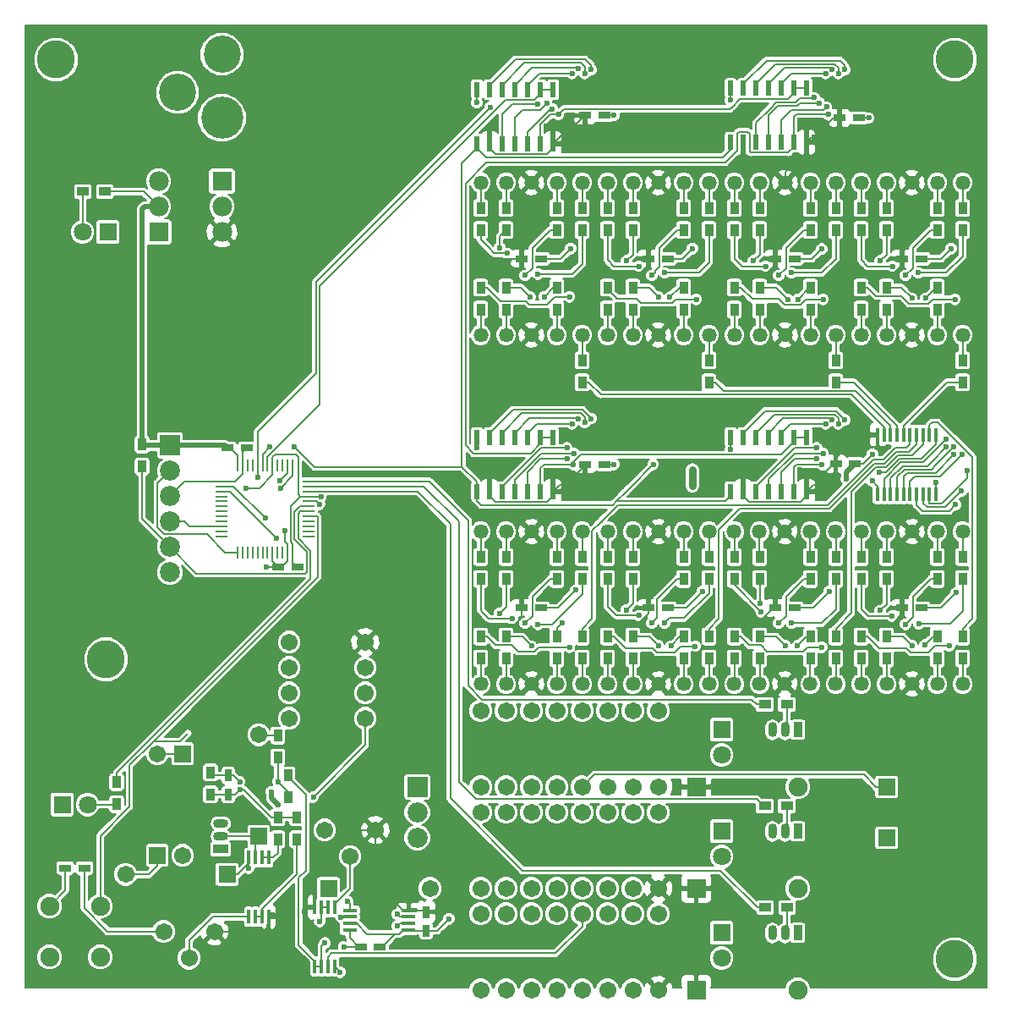
<source format=gbr>
G04 #@! TF.GenerationSoftware,KiCad,Pcbnew,(5.0.2)-1*
G04 #@! TF.CreationDate,2019-06-05T14:49:37+08:00*
G04 #@! TF.ProjectId,Peak Voltage Detector Version2,5065616b-2056-46f6-9c74-616765204465,rev?*
G04 #@! TF.SameCoordinates,Original*
G04 #@! TF.FileFunction,Copper,L1,Top*
G04 #@! TF.FilePolarity,Positive*
%FSLAX46Y46*%
G04 Gerber Fmt 4.6, Leading zero omitted, Abs format (unit mm)*
G04 Created by KiCad (PCBNEW (5.0.2)-1) date 06/05/19 14:49:37*
%MOMM*%
%LPD*%
G01*
G04 APERTURE LIST*
G04 #@! TA.AperFunction,SMDPad,CuDef*
%ADD10R,1.450000X0.450000*%
G04 #@! TD*
G04 #@! TA.AperFunction,SMDPad,CuDef*
%ADD11R,0.600000X1.500000*%
G04 #@! TD*
G04 #@! TA.AperFunction,ComponentPad*
%ADD12C,1.989000*%
G04 #@! TD*
G04 #@! TA.AperFunction,ComponentPad*
%ADD13R,1.989000X1.989000*%
G04 #@! TD*
G04 #@! TA.AperFunction,SMDPad,CuDef*
%ADD14R,1.200000X0.750000*%
G04 #@! TD*
G04 #@! TA.AperFunction,SMDPad,CuDef*
%ADD15R,0.750000X1.200000*%
G04 #@! TD*
G04 #@! TA.AperFunction,ComponentPad*
%ADD16C,1.916000*%
G04 #@! TD*
G04 #@! TA.AperFunction,ComponentPad*
%ADD17R,1.916000X1.916000*%
G04 #@! TD*
G04 #@! TA.AperFunction,ComponentPad*
%ADD18C,1.716000*%
G04 #@! TD*
G04 #@! TA.AperFunction,ComponentPad*
%ADD19R,1.716000X1.716000*%
G04 #@! TD*
G04 #@! TA.AperFunction,ComponentPad*
%ADD20C,3.716000*%
G04 #@! TD*
G04 #@! TA.AperFunction,ComponentPad*
%ADD21C,4.216000*%
G04 #@! TD*
G04 #@! TA.AperFunction,ComponentPad*
%ADD22C,2.016000*%
G04 #@! TD*
G04 #@! TA.AperFunction,ComponentPad*
%ADD23R,2.016000X2.016000*%
G04 #@! TD*
G04 #@! TA.AperFunction,ComponentPad*
%ADD24R,1.800000X1.800000*%
G04 #@! TD*
G04 #@! TA.AperFunction,ComponentPad*
%ADD25C,1.800000*%
G04 #@! TD*
G04 #@! TA.AperFunction,ComponentPad*
%ADD26R,1.700000X1.700000*%
G04 #@! TD*
G04 #@! TA.AperFunction,ComponentPad*
%ADD27R,0.900000X1.500000*%
G04 #@! TD*
G04 #@! TA.AperFunction,ComponentPad*
%ADD28O,0.900000X1.500000*%
G04 #@! TD*
G04 #@! TA.AperFunction,ComponentPad*
%ADD29O,1.500000X0.900000*%
G04 #@! TD*
G04 #@! TA.AperFunction,ComponentPad*
%ADD30R,1.500000X0.900000*%
G04 #@! TD*
G04 #@! TA.AperFunction,SMDPad,CuDef*
%ADD31R,1.200000X0.900000*%
G04 #@! TD*
G04 #@! TA.AperFunction,SMDPad,CuDef*
%ADD32R,0.900000X1.200000*%
G04 #@! TD*
G04 #@! TA.AperFunction,SMDPad,CuDef*
%ADD33R,0.250000X1.300000*%
G04 #@! TD*
G04 #@! TA.AperFunction,SMDPad,CuDef*
%ADD34R,1.300000X0.250000*%
G04 #@! TD*
G04 #@! TA.AperFunction,SMDPad,CuDef*
%ADD35R,0.450000X1.450000*%
G04 #@! TD*
G04 #@! TA.AperFunction,ComponentPad*
%ADD36C,1.462000*%
G04 #@! TD*
G04 #@! TA.AperFunction,ComponentPad*
%ADD37C,3.800000*%
G04 #@! TD*
G04 #@! TA.AperFunction,ViaPad*
%ADD38C,0.600000*%
G04 #@! TD*
G04 #@! TA.AperFunction,Conductor*
%ADD39C,0.762000*%
G04 #@! TD*
G04 #@! TA.AperFunction,Conductor*
%ADD40C,0.203200*%
G04 #@! TD*
G04 #@! TA.AperFunction,Conductor*
%ADD41C,0.508000*%
G04 #@! TD*
G04 APERTURE END LIST*
D10*
G04 #@! TO.P,U26,8*
G04 #@! TO.N,+5V*
X192815000Y-140122000D03*
G04 #@! TO.P,U26,7*
G04 #@! TO.N,/MaxVoltage*
X192815000Y-140772000D03*
G04 #@! TO.P,U26,6*
G04 #@! TO.N,Net-(C46-Pad2)*
X192815000Y-141422000D03*
G04 #@! TO.P,U26,5*
G04 #@! TO.N,GND*
X192815000Y-142072000D03*
G04 #@! TO.P,U26,4*
G04 #@! TO.N,-5V*
X186915000Y-142072000D03*
G04 #@! TO.P,U26,3*
G04 #@! TO.N,GND*
X186915000Y-141422000D03*
G04 #@! TO.P,U26,2*
G04 #@! TO.N,Net-(R90-Pad1)*
X186915000Y-140772000D03*
G04 #@! TO.P,U26,1*
G04 #@! TO.N,Net-(D8-Pad1)*
X186915000Y-140122000D03*
G04 #@! TD*
D11*
G04 #@! TO.P,U5,14*
G04 #@! TO.N,+5V*
X207264000Y-63406000D03*
G04 #@! TO.P,U5,13*
G04 #@! TO.N,Net-(U5-Pad13)*
X205994000Y-63406000D03*
G04 #@! TO.P,U5,12*
G04 #@! TO.N,Net-(U5-Pad12)*
X204724000Y-63406000D03*
G04 #@! TO.P,U5,11*
G04 #@! TO.N,Net-(U5-Pad11)*
X203454000Y-63406000D03*
G04 #@! TO.P,U5,10*
G04 #@! TO.N,Net-(U5-Pad10)*
X202184000Y-63406000D03*
G04 #@! TO.P,U5,9*
G04 #@! TO.N,+5V*
X200914000Y-63406000D03*
G04 #@! TO.P,U5,8*
G04 #@! TO.N,/DISPLAY_CLOCK*
X199644000Y-63406000D03*
G04 #@! TO.P,U5,7*
G04 #@! TO.N,GND*
X199644000Y-58006000D03*
G04 #@! TO.P,U5,6*
G04 #@! TO.N,Net-(U5-Pad6)*
X200914000Y-58006000D03*
G04 #@! TO.P,U5,5*
G04 #@! TO.N,Net-(U5-Pad5)*
X202184000Y-58006000D03*
G04 #@! TO.P,U5,4*
G04 #@! TO.N,Net-(U5-Pad4)*
X203454000Y-58006000D03*
G04 #@! TO.P,U5,3*
G04 #@! TO.N,Net-(U5-Pad3)*
X204724000Y-58006000D03*
G04 #@! TO.P,U5,2*
G04 #@! TO.N,/DISPLAY_DATA*
X205994000Y-58006000D03*
G04 #@! TO.P,U5,1*
X207264000Y-58006000D03*
G04 #@! TD*
D12*
G04 #@! TO.P,U2,2*
G04 #@! TO.N,+3V3*
X167767000Y-69723000D03*
D13*
G04 #@! TO.P,U2,1*
G04 #@! TO.N,GND*
X167767000Y-72263000D03*
D12*
G04 #@! TO.P,U2,3*
G04 #@! TO.N,Net-(C1-Pad1)*
X167767000Y-67183000D03*
G04 #@! TD*
D14*
G04 #@! TO.P,C6,2*
G04 #@! TO.N,GND*
X244155000Y-74930000D03*
G04 #@! TO.P,C6,1*
G04 #@! TO.N,+5V*
X242255000Y-74930000D03*
G04 #@! TD*
G04 #@! TO.P,C7,2*
G04 #@! TO.N,GND*
X231455000Y-74930000D03*
G04 #@! TO.P,C7,1*
G04 #@! TO.N,+5V*
X229555000Y-74930000D03*
G04 #@! TD*
G04 #@! TO.P,C8,1*
G04 #@! TO.N,+5V*
X235971000Y-60833000D03*
G04 #@! TO.P,C8,2*
G04 #@! TO.N,GND*
X237871000Y-60833000D03*
G04 #@! TD*
G04 #@! TO.P,C10,2*
G04 #@! TO.N,GND*
X218755000Y-74930000D03*
G04 #@! TO.P,C10,1*
G04 #@! TO.N,+5V*
X216855000Y-74930000D03*
G04 #@! TD*
G04 #@! TO.P,C11,2*
G04 #@! TO.N,GND*
X206055000Y-74930000D03*
G04 #@! TO.P,C11,1*
G04 #@! TO.N,+5V*
X204155000Y-74930000D03*
G04 #@! TD*
G04 #@! TO.P,C12,1*
G04 #@! TO.N,+5V*
X210505000Y-60579000D03*
G04 #@! TO.P,C12,2*
G04 #@! TO.N,GND*
X212405000Y-60579000D03*
G04 #@! TD*
G04 #@! TO.P,C14,1*
G04 #@! TO.N,+5V*
X242255000Y-109855000D03*
G04 #@! TO.P,C14,2*
G04 #@! TO.N,GND*
X244155000Y-109855000D03*
G04 #@! TD*
G04 #@! TO.P,C15,2*
G04 #@! TO.N,GND*
X231455000Y-109855000D03*
G04 #@! TO.P,C15,1*
G04 #@! TO.N,+5V*
X229555000Y-109855000D03*
G04 #@! TD*
G04 #@! TO.P,C16,2*
G04 #@! TO.N,GND*
X237487500Y-95440500D03*
G04 #@! TO.P,C16,1*
G04 #@! TO.N,+5V*
X235587500Y-95440500D03*
G04 #@! TD*
G04 #@! TO.P,C18,2*
G04 #@! TO.N,GND*
X212405000Y-95504000D03*
G04 #@! TO.P,C18,1*
G04 #@! TO.N,+5V*
X210505000Y-95504000D03*
G04 #@! TD*
G04 #@! TO.P,C19,1*
G04 #@! TO.N,+5V*
X204155000Y-109855000D03*
G04 #@! TO.P,C19,2*
G04 #@! TO.N,GND*
X206055000Y-109855000D03*
G04 #@! TD*
G04 #@! TO.P,C20,2*
G04 #@! TO.N,GND*
X218755000Y-109855000D03*
G04 #@! TO.P,C20,1*
G04 #@! TO.N,+5V*
X216855000Y-109855000D03*
G04 #@! TD*
D15*
G04 #@! TO.P,C25,1*
G04 #@! TO.N,+5V*
X194564000Y-140274000D03*
G04 #@! TO.P,C25,2*
G04 #@! TO.N,GND*
X194564000Y-142174000D03*
G04 #@! TD*
D14*
G04 #@! TO.P,C29,1*
G04 #@! TO.N,+3V3*
X181671000Y-105791000D03*
G04 #@! TO.P,C29,2*
G04 #@! TO.N,GND*
X179771000Y-105791000D03*
G04 #@! TD*
G04 #@! TO.P,C30,2*
G04 #@! TO.N,GND*
X160335000Y-135890000D03*
G04 #@! TO.P,C30,1*
G04 #@! TO.N,+3V3*
X158435000Y-135890000D03*
G04 #@! TD*
G04 #@! TO.P,C32,2*
G04 #@! TO.N,GND*
X176591000Y-93853000D03*
G04 #@! TO.P,C32,1*
G04 #@! TO.N,+3V3*
X174691000Y-93853000D03*
G04 #@! TD*
G04 #@! TO.P,C38,1*
G04 #@! TO.N,-5V*
X188026000Y-143764000D03*
G04 #@! TO.P,C38,2*
G04 #@! TO.N,GND*
X189926000Y-143764000D03*
G04 #@! TD*
D15*
G04 #@! TO.P,C43,1*
G04 #@! TO.N,/MinVoltage*
X174752000Y-126624000D03*
G04 #@! TO.P,C43,2*
G04 #@! TO.N,Net-(C43-Pad2)*
X174752000Y-128524000D03*
G04 #@! TD*
D16*
G04 #@! TO.P,D1,2*
G04 #@! TO.N,Net-(D1-Pad2)*
X231775000Y-127762000D03*
D17*
G04 #@! TO.P,D1,1*
G04 #@! TO.N,+5V*
X221615520Y-127759460D03*
G04 #@! TD*
G04 #@! TO.P,D2,1*
G04 #@! TO.N,+5V*
X221615520Y-137919460D03*
D16*
G04 #@! TO.P,D2,2*
G04 #@! TO.N,Net-(D2-Pad2)*
X231775000Y-137922000D03*
G04 #@! TD*
G04 #@! TO.P,D3,2*
G04 #@! TO.N,Net-(D3-Pad2)*
X231774480Y-148084540D03*
D17*
G04 #@! TO.P,D3,1*
G04 #@! TO.N,+5V*
X221615000Y-148082000D03*
G04 #@! TD*
D18*
G04 #@! TO.P,D4,2*
G04 #@! TO.N,Net-(D4-Pad2)*
X177797460Y-122554480D03*
D19*
G04 #@! TO.P,D4,1*
G04 #@! TO.N,Net-(C41-Pad1)*
X177794920Y-132713960D03*
G04 #@! TD*
D18*
G04 #@! TO.P,D5,2*
G04 #@! TO.N,Net-(D5-Pad2)*
X170182540Y-134620520D03*
D19*
G04 #@! TO.P,D5,1*
G04 #@! TO.N,Net-(D5-Pad1)*
X170185080Y-124461040D03*
G04 #@! TD*
G04 #@! TO.P,D6,1*
G04 #@! TO.N,Net-(D6-Pad1)*
X167640000Y-134620000D03*
D18*
G04 #@! TO.P,D6,2*
G04 #@! TO.N,Net-(D5-Pad1)*
X167642540Y-124460520D03*
G04 #@! TD*
G04 #@! TO.P,D7,2*
G04 #@! TO.N,Net-(D6-Pad1)*
X164465000Y-136525000D03*
D19*
G04 #@! TO.P,D7,1*
G04 #@! TO.N,-5V*
X174624480Y-136527540D03*
G04 #@! TD*
G04 #@! TO.P,D8,1*
G04 #@! TO.N,Net-(D8-Pad1)*
X184785520Y-137919460D03*
D18*
G04 #@! TO.P,D8,2*
G04 #@! TO.N,Net-(C45-Pad1)*
X194945000Y-137922000D03*
G04 #@! TD*
D20*
G04 #@! TO.P,J1,2*
G04 #@! TO.N,GND*
X169672000Y-58293000D03*
G04 #@! TO.P,J1,3*
G04 #@! TO.N,N/C*
X174117000Y-54483000D03*
D21*
G04 #@! TO.P,J1,1*
G04 #@! TO.N,Net-(C1-Pad1)*
X174117000Y-60833000D03*
G04 #@! TD*
D22*
G04 #@! TO.P,J2,6*
G04 #@! TO.N,Net-(J2-Pad6)*
X168910000Y-106299000D03*
G04 #@! TO.P,J2,5*
G04 #@! TO.N,NRST*
X168910000Y-103759000D03*
G04 #@! TO.P,J2,4*
G04 #@! TO.N,SWDIO*
X168910000Y-101219000D03*
G04 #@! TO.P,J2,3*
G04 #@! TO.N,GND*
X168910000Y-98679000D03*
G04 #@! TO.P,J2,2*
G04 #@! TO.N,SWDCLK*
X168910000Y-96139000D03*
D23*
G04 #@! TO.P,J2,1*
G04 #@! TO.N,+3V3*
X168910000Y-93599000D03*
G04 #@! TD*
D24*
G04 #@! TO.P,LED1,1*
G04 #@! TO.N,GND*
X162687000Y-72263000D03*
D25*
G04 #@! TO.P,LED1,2*
G04 #@! TO.N,Net-(LED1-Pad2)*
X160147000Y-72263000D03*
G04 #@! TD*
D24*
G04 #@! TO.P,LED2,1*
G04 #@! TO.N,GND*
X158115000Y-129540000D03*
D25*
G04 #@! TO.P,LED2,2*
G04 #@! TO.N,Net-(LED2-Pad2)*
X160655000Y-129540000D03*
G04 #@! TD*
G04 #@! TO.P,LED3,2*
G04 #@! TO.N,Net-(LED3-Pad2)*
X224155000Y-124587000D03*
D24*
G04 #@! TO.P,LED3,1*
G04 #@! TO.N,Net-(D1-Pad2)*
X224155000Y-122047000D03*
G04 #@! TD*
D25*
G04 #@! TO.P,LED4,2*
G04 #@! TO.N,Net-(LED4-Pad2)*
X224155000Y-134747000D03*
D24*
G04 #@! TO.P,LED4,1*
G04 #@! TO.N,Net-(D2-Pad2)*
X224155000Y-132207000D03*
G04 #@! TD*
D25*
G04 #@! TO.P,LED5,2*
G04 #@! TO.N,Net-(LED5-Pad2)*
X224155000Y-144907000D03*
D24*
G04 #@! TO.P,LED5,1*
G04 #@! TO.N,Net-(D3-Pad2)*
X224155000Y-142367000D03*
G04 #@! TD*
D26*
G04 #@! TO.P,PLUG1,1*
G04 #@! TO.N,/VoltageRangeSelection/Vin*
X240665000Y-127762000D03*
G04 #@! TD*
G04 #@! TO.P,PLUG2,1*
G04 #@! TO.N,GND*
X240665000Y-132842000D03*
G04 #@! TD*
D18*
G04 #@! TO.P,POT1,1*
G04 #@! TO.N,+5V*
X173355000Y-142240000D03*
G04 #@! TO.P,POT1,2*
G04 #@! TO.N,Net-(POT1-Pad2)*
X170815000Y-144907000D03*
G04 #@! TO.P,POT1,3*
G04 #@! TO.N,GND*
X168275000Y-142240000D03*
G04 #@! TD*
G04 #@! TO.P,POT2,3*
G04 #@! TO.N,GND*
X184404000Y-132080000D03*
G04 #@! TO.P,POT2,2*
G04 #@! TO.N,Net-(POT2-Pad2)*
X186944000Y-134747000D03*
G04 #@! TO.P,POT2,1*
G04 #@! TO.N,+5V*
X189484000Y-132080000D03*
G04 #@! TD*
D27*
G04 #@! TO.P,Q1,1*
G04 #@! TO.N,GND*
X231775000Y-122047000D03*
D28*
G04 #@! TO.P,Q1,3*
G04 #@! TO.N,Net-(D1-Pad2)*
X229235000Y-122047000D03*
G04 #@! TO.P,Q1,2*
G04 #@! TO.N,Net-(Q1-Pad2)*
X230505000Y-122047000D03*
G04 #@! TD*
G04 #@! TO.P,Q2,2*
G04 #@! TO.N,Net-(Q2-Pad2)*
X230505000Y-132207000D03*
G04 #@! TO.P,Q2,3*
G04 #@! TO.N,Net-(D2-Pad2)*
X229235000Y-132207000D03*
D27*
G04 #@! TO.P,Q2,1*
G04 #@! TO.N,GND*
X231775000Y-132207000D03*
G04 #@! TD*
G04 #@! TO.P,Q3,1*
G04 #@! TO.N,GND*
X231775000Y-142367000D03*
D28*
G04 #@! TO.P,Q3,3*
G04 #@! TO.N,Net-(D3-Pad2)*
X229235000Y-142367000D03*
G04 #@! TO.P,Q3,2*
G04 #@! TO.N,Net-(Q3-Pad2)*
X230505000Y-142367000D03*
G04 #@! TD*
D29*
G04 #@! TO.P,Q4,2*
G04 #@! TO.N,Net-(C41-Pad1)*
X173990000Y-132715000D03*
G04 #@! TO.P,Q4,3*
G04 #@! TO.N,Net-(Q4-Pad3)*
X173990000Y-131445000D03*
D30*
G04 #@! TO.P,Q4,1*
G04 #@! TO.N,Net-(D5-Pad2)*
X173990000Y-133985000D03*
G04 #@! TD*
D31*
G04 #@! TO.P,R1,1*
G04 #@! TO.N,+3V3*
X162390000Y-68199000D03*
G04 #@! TO.P,R1,2*
G04 #@! TO.N,Net-(LED1-Pad2)*
X160190000Y-68199000D03*
G04 #@! TD*
D32*
G04 #@! TO.P,R2,1*
G04 #@! TO.N,+3V3*
X166116000Y-93515000D03*
G04 #@! TO.P,R2,2*
G04 #@! TO.N,NRST*
X166116000Y-95715000D03*
G04 #@! TD*
G04 #@! TO.P,R4,1*
G04 #@! TO.N,Net-(R4-Pad1)*
X163576000Y-127297000D03*
G04 #@! TO.P,R4,2*
G04 #@! TO.N,Net-(LED2-Pad2)*
X163576000Y-129497000D03*
G04 #@! TD*
D31*
G04 #@! TO.P,R8,2*
G04 #@! TO.N,Net-(Q1-Pad2)*
X230675000Y-119507000D03*
G04 #@! TO.P,R8,1*
G04 #@! TO.N,/HIGH_VOLTAGE_RELAY*
X228475000Y-119507000D03*
G04 #@! TD*
G04 #@! TO.P,R12,2*
G04 #@! TO.N,Net-(Q2-Pad2)*
X230675000Y-129667000D03*
G04 #@! TO.P,R12,1*
G04 #@! TO.N,/MID_VOLTAGE_RELAY*
X228475000Y-129667000D03*
G04 #@! TD*
G04 #@! TO.P,R16,2*
G04 #@! TO.N,Net-(Q3-Pad2)*
X230716000Y-139827000D03*
G04 #@! TO.P,R16,1*
G04 #@! TO.N,/LOW_VOLTAGE_RELAY*
X228516000Y-139827000D03*
G04 #@! TD*
D32*
G04 #@! TO.P,R19,2*
G04 #@! TO.N,Net-(R19-Pad2)*
X207645000Y-72050000D03*
G04 #@! TO.P,R19,1*
G04 #@! TO.N,Net-(R19-Pad1)*
X207645000Y-69850000D03*
G04 #@! TD*
G04 #@! TO.P,R20,1*
G04 #@! TO.N,Net-(R20-Pad1)*
X210185000Y-69850000D03*
G04 #@! TO.P,R20,2*
G04 #@! TO.N,Net-(R20-Pad2)*
X210185000Y-72050000D03*
G04 #@! TD*
G04 #@! TO.P,R21,2*
G04 #@! TO.N,Net-(R21-Pad2)*
X207645000Y-77810000D03*
G04 #@! TO.P,R21,1*
G04 #@! TO.N,Net-(R21-Pad1)*
X207645000Y-80010000D03*
G04 #@! TD*
G04 #@! TO.P,R22,1*
G04 #@! TO.N,Net-(R22-Pad1)*
X202565000Y-80010000D03*
G04 #@! TO.P,R22,2*
G04 #@! TO.N,Net-(R22-Pad2)*
X202565000Y-77810000D03*
G04 #@! TD*
G04 #@! TO.P,R23,1*
G04 #@! TO.N,Net-(R23-Pad1)*
X200025000Y-80010000D03*
G04 #@! TO.P,R23,2*
G04 #@! TO.N,Net-(R23-Pad2)*
X200025000Y-77810000D03*
G04 #@! TD*
G04 #@! TO.P,R24,1*
G04 #@! TO.N,Net-(R24-Pad1)*
X202565000Y-69850000D03*
G04 #@! TO.P,R24,2*
G04 #@! TO.N,Net-(R24-Pad2)*
X202565000Y-72050000D03*
G04 #@! TD*
G04 #@! TO.P,R25,2*
G04 #@! TO.N,Net-(R25-Pad2)*
X200025000Y-72050000D03*
G04 #@! TO.P,R25,1*
G04 #@! TO.N,Net-(R25-Pad1)*
X200025000Y-69850000D03*
G04 #@! TD*
G04 #@! TO.P,R26,1*
G04 #@! TO.N,Net-(R26-Pad1)*
X220345000Y-69850000D03*
G04 #@! TO.P,R26,2*
G04 #@! TO.N,Net-(R26-Pad2)*
X220345000Y-72050000D03*
G04 #@! TD*
G04 #@! TO.P,R27,2*
G04 #@! TO.N,Net-(R27-Pad2)*
X222885000Y-72050000D03*
G04 #@! TO.P,R27,1*
G04 #@! TO.N,Net-(R27-Pad1)*
X222885000Y-69850000D03*
G04 #@! TD*
G04 #@! TO.P,R28,1*
G04 #@! TO.N,Net-(R28-Pad1)*
X220345000Y-80010000D03*
G04 #@! TO.P,R28,2*
G04 #@! TO.N,Net-(R28-Pad2)*
X220345000Y-77810000D03*
G04 #@! TD*
G04 #@! TO.P,R29,2*
G04 #@! TO.N,Net-(R29-Pad2)*
X215265000Y-77810000D03*
G04 #@! TO.P,R29,1*
G04 #@! TO.N,Net-(R29-Pad1)*
X215265000Y-80010000D03*
G04 #@! TD*
G04 #@! TO.P,R30,1*
G04 #@! TO.N,Net-(R30-Pad1)*
X212725000Y-80010000D03*
G04 #@! TO.P,R30,2*
G04 #@! TO.N,Net-(R30-Pad2)*
X212725000Y-77810000D03*
G04 #@! TD*
G04 #@! TO.P,R31,2*
G04 #@! TO.N,Net-(R31-Pad2)*
X215265000Y-72050000D03*
G04 #@! TO.P,R31,1*
G04 #@! TO.N,Net-(R31-Pad1)*
X215265000Y-69850000D03*
G04 #@! TD*
G04 #@! TO.P,R32,1*
G04 #@! TO.N,Net-(R32-Pad1)*
X212725000Y-69850000D03*
G04 #@! TO.P,R32,2*
G04 #@! TO.N,Net-(R32-Pad2)*
X212725000Y-72050000D03*
G04 #@! TD*
G04 #@! TO.P,R33,1*
G04 #@! TO.N,Net-(R33-Pad1)*
X233045000Y-69850000D03*
G04 #@! TO.P,R33,2*
G04 #@! TO.N,Net-(R33-Pad2)*
X233045000Y-72050000D03*
G04 #@! TD*
G04 #@! TO.P,R34,2*
G04 #@! TO.N,Net-(R34-Pad2)*
X235585000Y-72050000D03*
G04 #@! TO.P,R34,1*
G04 #@! TO.N,Net-(R34-Pad1)*
X235585000Y-69850000D03*
G04 #@! TD*
G04 #@! TO.P,R35,1*
G04 #@! TO.N,Net-(R35-Pad1)*
X233045000Y-80010000D03*
G04 #@! TO.P,R35,2*
G04 #@! TO.N,Net-(R35-Pad2)*
X233045000Y-77810000D03*
G04 #@! TD*
G04 #@! TO.P,R36,2*
G04 #@! TO.N,Net-(R36-Pad2)*
X227965000Y-77810000D03*
G04 #@! TO.P,R36,1*
G04 #@! TO.N,Net-(R36-Pad1)*
X227965000Y-80010000D03*
G04 #@! TD*
G04 #@! TO.P,R37,1*
G04 #@! TO.N,Net-(R37-Pad1)*
X225425000Y-80010000D03*
G04 #@! TO.P,R37,2*
G04 #@! TO.N,Net-(R37-Pad2)*
X225425000Y-77810000D03*
G04 #@! TD*
G04 #@! TO.P,R38,1*
G04 #@! TO.N,Net-(R38-Pad1)*
X227965000Y-69850000D03*
G04 #@! TO.P,R38,2*
G04 #@! TO.N,Net-(R38-Pad2)*
X227965000Y-72050000D03*
G04 #@! TD*
G04 #@! TO.P,R39,2*
G04 #@! TO.N,Net-(R39-Pad2)*
X225425000Y-72050000D03*
G04 #@! TO.P,R39,1*
G04 #@! TO.N,Net-(R39-Pad1)*
X225425000Y-69850000D03*
G04 #@! TD*
G04 #@! TO.P,R40,1*
G04 #@! TO.N,Net-(R40-Pad1)*
X245745000Y-69850000D03*
G04 #@! TO.P,R40,2*
G04 #@! TO.N,Net-(R40-Pad2)*
X245745000Y-72050000D03*
G04 #@! TD*
G04 #@! TO.P,R41,2*
G04 #@! TO.N,Net-(R41-Pad2)*
X248285000Y-72050000D03*
G04 #@! TO.P,R41,1*
G04 #@! TO.N,Net-(R41-Pad1)*
X248285000Y-69850000D03*
G04 #@! TD*
G04 #@! TO.P,R42,1*
G04 #@! TO.N,Net-(R42-Pad1)*
X245745000Y-80010000D03*
G04 #@! TO.P,R42,2*
G04 #@! TO.N,Net-(R42-Pad2)*
X245745000Y-77810000D03*
G04 #@! TD*
G04 #@! TO.P,R43,2*
G04 #@! TO.N,Net-(R43-Pad2)*
X240665000Y-77810000D03*
G04 #@! TO.P,R43,1*
G04 #@! TO.N,Net-(R43-Pad1)*
X240665000Y-80010000D03*
G04 #@! TD*
G04 #@! TO.P,R44,1*
G04 #@! TO.N,Net-(R44-Pad1)*
X238125000Y-80010000D03*
G04 #@! TO.P,R44,2*
G04 #@! TO.N,Net-(R44-Pad2)*
X238125000Y-77810000D03*
G04 #@! TD*
G04 #@! TO.P,R45,2*
G04 #@! TO.N,Net-(R45-Pad2)*
X240665000Y-72050000D03*
G04 #@! TO.P,R45,1*
G04 #@! TO.N,Net-(R45-Pad1)*
X240665000Y-69850000D03*
G04 #@! TD*
G04 #@! TO.P,R46,2*
G04 #@! TO.N,Net-(R46-Pad2)*
X238125000Y-72050000D03*
G04 #@! TO.P,R46,1*
G04 #@! TO.N,Net-(R46-Pad1)*
X238125000Y-69850000D03*
G04 #@! TD*
G04 #@! TO.P,R47,2*
G04 #@! TO.N,Net-(R47-Pad2)*
X207645000Y-106975000D03*
G04 #@! TO.P,R47,1*
G04 #@! TO.N,Net-(R47-Pad1)*
X207645000Y-104775000D03*
G04 #@! TD*
G04 #@! TO.P,R48,2*
G04 #@! TO.N,Net-(R48-Pad2)*
X210185000Y-106975000D03*
G04 #@! TO.P,R48,1*
G04 #@! TO.N,Net-(R48-Pad1)*
X210185000Y-104775000D03*
G04 #@! TD*
G04 #@! TO.P,R49,1*
G04 #@! TO.N,Net-(R49-Pad1)*
X207645000Y-114935000D03*
G04 #@! TO.P,R49,2*
G04 #@! TO.N,Net-(R49-Pad2)*
X207645000Y-112735000D03*
G04 #@! TD*
G04 #@! TO.P,R50,2*
G04 #@! TO.N,Net-(R50-Pad2)*
X202565000Y-112735000D03*
G04 #@! TO.P,R50,1*
G04 #@! TO.N,Net-(R50-Pad1)*
X202565000Y-114935000D03*
G04 #@! TD*
G04 #@! TO.P,R51,2*
G04 #@! TO.N,Net-(R51-Pad2)*
X200025000Y-112735000D03*
G04 #@! TO.P,R51,1*
G04 #@! TO.N,Net-(R51-Pad1)*
X200025000Y-114935000D03*
G04 #@! TD*
G04 #@! TO.P,R52,2*
G04 #@! TO.N,Net-(R52-Pad2)*
X202565000Y-106975000D03*
G04 #@! TO.P,R52,1*
G04 #@! TO.N,Net-(R52-Pad1)*
X202565000Y-104775000D03*
G04 #@! TD*
G04 #@! TO.P,R53,1*
G04 #@! TO.N,Net-(R53-Pad1)*
X200025000Y-104775000D03*
G04 #@! TO.P,R53,2*
G04 #@! TO.N,Net-(R53-Pad2)*
X200025000Y-106975000D03*
G04 #@! TD*
G04 #@! TO.P,R54,1*
G04 #@! TO.N,Net-(R54-Pad1)*
X220345000Y-104775000D03*
G04 #@! TO.P,R54,2*
G04 #@! TO.N,Net-(R54-Pad2)*
X220345000Y-106975000D03*
G04 #@! TD*
G04 #@! TO.P,R55,2*
G04 #@! TO.N,Net-(R55-Pad2)*
X222885000Y-106975000D03*
G04 #@! TO.P,R55,1*
G04 #@! TO.N,Net-(R55-Pad1)*
X222885000Y-104775000D03*
G04 #@! TD*
G04 #@! TO.P,R56,2*
G04 #@! TO.N,Net-(R56-Pad2)*
X220345000Y-112735000D03*
G04 #@! TO.P,R56,1*
G04 #@! TO.N,Net-(R56-Pad1)*
X220345000Y-114935000D03*
G04 #@! TD*
G04 #@! TO.P,R57,2*
G04 #@! TO.N,Net-(R57-Pad2)*
X215265000Y-112735000D03*
G04 #@! TO.P,R57,1*
G04 #@! TO.N,Net-(R57-Pad1)*
X215265000Y-114935000D03*
G04 #@! TD*
G04 #@! TO.P,R58,1*
G04 #@! TO.N,Net-(R58-Pad1)*
X212725000Y-114935000D03*
G04 #@! TO.P,R58,2*
G04 #@! TO.N,Net-(R58-Pad2)*
X212725000Y-112735000D03*
G04 #@! TD*
G04 #@! TO.P,R59,2*
G04 #@! TO.N,Net-(R59-Pad2)*
X215265000Y-106975000D03*
G04 #@! TO.P,R59,1*
G04 #@! TO.N,Net-(R59-Pad1)*
X215265000Y-104775000D03*
G04 #@! TD*
G04 #@! TO.P,R60,2*
G04 #@! TO.N,Net-(R60-Pad2)*
X212725000Y-106975000D03*
G04 #@! TO.P,R60,1*
G04 #@! TO.N,Net-(R60-Pad1)*
X212725000Y-104775000D03*
G04 #@! TD*
G04 #@! TO.P,R61,2*
G04 #@! TO.N,Net-(R61-Pad2)*
X233045000Y-106975000D03*
G04 #@! TO.P,R61,1*
G04 #@! TO.N,Net-(R61-Pad1)*
X233045000Y-104775000D03*
G04 #@! TD*
G04 #@! TO.P,R62,1*
G04 #@! TO.N,Net-(R62-Pad1)*
X235585000Y-104775000D03*
G04 #@! TO.P,R62,2*
G04 #@! TO.N,Net-(R62-Pad2)*
X235585000Y-106975000D03*
G04 #@! TD*
G04 #@! TO.P,R63,2*
G04 #@! TO.N,Net-(R63-Pad2)*
X233045000Y-112735000D03*
G04 #@! TO.P,R63,1*
G04 #@! TO.N,Net-(R63-Pad1)*
X233045000Y-114935000D03*
G04 #@! TD*
G04 #@! TO.P,R64,1*
G04 #@! TO.N,Net-(R64-Pad1)*
X227965000Y-114935000D03*
G04 #@! TO.P,R64,2*
G04 #@! TO.N,Net-(R64-Pad2)*
X227965000Y-112735000D03*
G04 #@! TD*
G04 #@! TO.P,R65,2*
G04 #@! TO.N,Net-(R65-Pad2)*
X225425000Y-112735000D03*
G04 #@! TO.P,R65,1*
G04 #@! TO.N,Net-(R65-Pad1)*
X225425000Y-114935000D03*
G04 #@! TD*
G04 #@! TO.P,R66,1*
G04 #@! TO.N,Net-(R66-Pad1)*
X227965000Y-104775000D03*
G04 #@! TO.P,R66,2*
G04 #@! TO.N,Net-(R66-Pad2)*
X227965000Y-106975000D03*
G04 #@! TD*
G04 #@! TO.P,R67,2*
G04 #@! TO.N,Net-(R67-Pad2)*
X225425000Y-106975000D03*
G04 #@! TO.P,R67,1*
G04 #@! TO.N,Net-(R67-Pad1)*
X225425000Y-104775000D03*
G04 #@! TD*
G04 #@! TO.P,R68,2*
G04 #@! TO.N,Net-(R68-Pad2)*
X245745000Y-106975000D03*
G04 #@! TO.P,R68,1*
G04 #@! TO.N,Net-(R68-Pad1)*
X245745000Y-104775000D03*
G04 #@! TD*
G04 #@! TO.P,R69,1*
G04 #@! TO.N,Net-(R69-Pad1)*
X248285000Y-104775000D03*
G04 #@! TO.P,R69,2*
G04 #@! TO.N,Net-(R69-Pad2)*
X248285000Y-106975000D03*
G04 #@! TD*
G04 #@! TO.P,R70,2*
G04 #@! TO.N,Net-(R70-Pad2)*
X245745000Y-112735000D03*
G04 #@! TO.P,R70,1*
G04 #@! TO.N,Net-(R70-Pad1)*
X245745000Y-114935000D03*
G04 #@! TD*
G04 #@! TO.P,R71,2*
G04 #@! TO.N,Net-(R71-Pad2)*
X240665000Y-112735000D03*
G04 #@! TO.P,R71,1*
G04 #@! TO.N,Net-(R71-Pad1)*
X240665000Y-114935000D03*
G04 #@! TD*
G04 #@! TO.P,R72,1*
G04 #@! TO.N,Net-(R72-Pad1)*
X238125000Y-114935000D03*
G04 #@! TO.P,R72,2*
G04 #@! TO.N,Net-(R72-Pad2)*
X238125000Y-112735000D03*
G04 #@! TD*
G04 #@! TO.P,R73,2*
G04 #@! TO.N,Net-(R73-Pad2)*
X240665000Y-106975000D03*
G04 #@! TO.P,R73,1*
G04 #@! TO.N,Net-(R73-Pad1)*
X240665000Y-104775000D03*
G04 #@! TD*
G04 #@! TO.P,R74,2*
G04 #@! TO.N,Net-(R74-Pad2)*
X238125000Y-106975000D03*
G04 #@! TO.P,R74,1*
G04 #@! TO.N,Net-(R74-Pad1)*
X238125000Y-104775000D03*
G04 #@! TD*
G04 #@! TO.P,R75,2*
G04 #@! TO.N,Net-(R75-Pad2)*
X210185000Y-87290000D03*
G04 #@! TO.P,R75,1*
G04 #@! TO.N,DP1*
X210185000Y-85090000D03*
G04 #@! TD*
G04 #@! TO.P,R76,1*
G04 #@! TO.N,DP2*
X222885000Y-85090000D03*
G04 #@! TO.P,R76,2*
G04 #@! TO.N,Net-(R76-Pad2)*
X222885000Y-87290000D03*
G04 #@! TD*
G04 #@! TO.P,R77,2*
G04 #@! TO.N,Net-(R77-Pad2)*
X235585000Y-87290000D03*
G04 #@! TO.P,R77,1*
G04 #@! TO.N,DP3*
X235585000Y-85090000D03*
G04 #@! TD*
G04 #@! TO.P,R78,1*
G04 #@! TO.N,DP4*
X248285000Y-85090000D03*
G04 #@! TO.P,R78,2*
G04 #@! TO.N,Net-(R78-Pad2)*
X248285000Y-87290000D03*
G04 #@! TD*
G04 #@! TO.P,R79,2*
G04 #@! TO.N,Net-(R79-Pad2)*
X210185000Y-112735000D03*
G04 #@! TO.P,R79,1*
G04 #@! TO.N,DP5*
X210185000Y-114935000D03*
G04 #@! TD*
G04 #@! TO.P,R80,1*
G04 #@! TO.N,DP6*
X222885000Y-114935000D03*
G04 #@! TO.P,R80,2*
G04 #@! TO.N,Net-(R80-Pad2)*
X222885000Y-112735000D03*
G04 #@! TD*
G04 #@! TO.P,R81,1*
G04 #@! TO.N,DP7*
X235585000Y-114935000D03*
G04 #@! TO.P,R81,2*
G04 #@! TO.N,Net-(R81-Pad2)*
X235585000Y-112735000D03*
G04 #@! TD*
G04 #@! TO.P,R82,2*
G04 #@! TO.N,Net-(R82-Pad2)*
X248285000Y-112735000D03*
G04 #@! TO.P,R82,1*
G04 #@! TO.N,DP8*
X248285000Y-114935000D03*
G04 #@! TD*
G04 #@! TO.P,R83,1*
G04 #@! TO.N,Net-(R83-Pad1)*
X180721000Y-128819000D03*
G04 #@! TO.P,R83,2*
G04 #@! TO.N,/VoltageRangeSelection/OutputVoltage*
X180721000Y-126619000D03*
G04 #@! TD*
G04 #@! TO.P,R84,2*
G04 #@! TO.N,Net-(R83-Pad1)*
X179705000Y-124841000D03*
G04 #@! TO.P,R84,1*
G04 #@! TO.N,Net-(D4-Pad2)*
X179705000Y-122641000D03*
G04 #@! TD*
G04 #@! TO.P,R87,1*
G04 #@! TO.N,Net-(C43-Pad2)*
X179705000Y-130810000D03*
G04 #@! TO.P,R87,2*
G04 #@! TO.N,Net-(R87-Pad2)*
X179705000Y-133010000D03*
G04 #@! TD*
G04 #@! TO.P,R88,1*
G04 #@! TO.N,Net-(C43-Pad2)*
X181610000Y-130810000D03*
G04 #@! TO.P,R88,2*
G04 #@! TO.N,Net-(R88-Pad2)*
X181610000Y-133010000D03*
G04 #@! TD*
G04 #@! TO.P,R89,1*
G04 #@! TO.N,/MinVoltage*
X172974000Y-126324000D03*
G04 #@! TO.P,R89,2*
G04 #@! TO.N,Net-(C43-Pad2)*
X172974000Y-128524000D03*
G04 #@! TD*
D18*
G04 #@! TO.P,RLY1,1*
G04 #@! TO.N,Net-(R9-Pad1)*
X200025000Y-127762000D03*
G04 #@! TO.P,RLY1,2*
G04 #@! TO.N,N/C*
X202565000Y-127762000D03*
G04 #@! TO.P,RLY1,3*
G04 #@! TO.N,Net-(RLY1-Pad3)*
X205105000Y-127762000D03*
G04 #@! TO.P,RLY1,4*
G04 #@! TO.N,N/C*
X207645000Y-127762000D03*
G04 #@! TO.P,RLY1,5*
G04 #@! TO.N,/VoltageRangeSelection/Vin*
X210185000Y-127762000D03*
G04 #@! TO.P,RLY1,6*
G04 #@! TO.N,N/C*
X212725000Y-127762000D03*
G04 #@! TO.P,RLY1,7*
X215265000Y-127762000D03*
G04 #@! TO.P,RLY1,8*
G04 #@! TO.N,+5V*
X217805000Y-127762000D03*
G04 #@! TO.P,RLY1,9*
G04 #@! TO.N,Net-(D1-Pad2)*
X217805000Y-120142000D03*
G04 #@! TO.P,RLY1,10*
G04 #@! TO.N,N/C*
X215265000Y-120142000D03*
G04 #@! TO.P,RLY1,11*
X212725000Y-120142000D03*
G04 #@! TO.P,RLY1,12*
G04 #@! TO.N,Net-(RLY1-Pad12)*
X210185000Y-120142000D03*
G04 #@! TO.P,RLY1,13*
G04 #@! TO.N,N/C*
X207645000Y-120142000D03*
G04 #@! TO.P,RLY1,14*
G04 #@! TO.N,Net-(RLY1-Pad14)*
X205105000Y-120142000D03*
G04 #@! TO.P,RLY1,15*
G04 #@! TO.N,N/C*
X202565000Y-120142000D03*
G04 #@! TO.P,RLY1,16*
G04 #@! TO.N,Net-(R10-Pad1)*
X200025000Y-120142000D03*
G04 #@! TD*
G04 #@! TO.P,RLY2,16*
G04 #@! TO.N,Net-(R13-Pad2)*
X200025000Y-130302000D03*
G04 #@! TO.P,RLY2,15*
G04 #@! TO.N,N/C*
X202565000Y-130302000D03*
G04 #@! TO.P,RLY2,14*
G04 #@! TO.N,Net-(RLY2-Pad14)*
X205105000Y-130302000D03*
G04 #@! TO.P,RLY2,13*
G04 #@! TO.N,N/C*
X207645000Y-130302000D03*
G04 #@! TO.P,RLY2,12*
G04 #@! TO.N,Net-(RLY1-Pad12)*
X210185000Y-130302000D03*
G04 #@! TO.P,RLY2,11*
G04 #@! TO.N,N/C*
X212725000Y-130302000D03*
G04 #@! TO.P,RLY2,10*
X215265000Y-130302000D03*
G04 #@! TO.P,RLY2,9*
G04 #@! TO.N,Net-(D2-Pad2)*
X217805000Y-130302000D03*
G04 #@! TO.P,RLY2,8*
G04 #@! TO.N,+5V*
X217805000Y-137922000D03*
G04 #@! TO.P,RLY2,7*
G04 #@! TO.N,N/C*
X215265000Y-137922000D03*
G04 #@! TO.P,RLY2,6*
X212725000Y-137922000D03*
G04 #@! TO.P,RLY2,5*
G04 #@! TO.N,/VoltageRangeSelection/Vin*
X210185000Y-137922000D03*
G04 #@! TO.P,RLY2,4*
G04 #@! TO.N,N/C*
X207645000Y-137922000D03*
G04 #@! TO.P,RLY2,3*
G04 #@! TO.N,Net-(RLY2-Pad3)*
X205105000Y-137922000D03*
G04 #@! TO.P,RLY2,2*
G04 #@! TO.N,N/C*
X202565000Y-137922000D03*
G04 #@! TO.P,RLY2,1*
G04 #@! TO.N,Net-(R13-Pad1)*
X200025000Y-137922000D03*
G04 #@! TD*
G04 #@! TO.P,RLY3,1*
G04 #@! TO.N,Net-(R17-Pad1)*
X200025000Y-148082000D03*
G04 #@! TO.P,RLY3,2*
G04 #@! TO.N,N/C*
X202565000Y-148082000D03*
G04 #@! TO.P,RLY3,3*
G04 #@! TO.N,Net-(RLY3-Pad3)*
X205105000Y-148082000D03*
G04 #@! TO.P,RLY3,4*
G04 #@! TO.N,N/C*
X207645000Y-148082000D03*
G04 #@! TO.P,RLY3,5*
G04 #@! TO.N,/VoltageRangeSelection/Vin*
X210185000Y-148082000D03*
G04 #@! TO.P,RLY3,6*
G04 #@! TO.N,N/C*
X212725000Y-148082000D03*
G04 #@! TO.P,RLY3,7*
X215265000Y-148082000D03*
G04 #@! TO.P,RLY3,8*
G04 #@! TO.N,+5V*
X217805000Y-148082000D03*
G04 #@! TO.P,RLY3,9*
G04 #@! TO.N,Net-(D3-Pad2)*
X217805000Y-140462000D03*
G04 #@! TO.P,RLY3,10*
G04 #@! TO.N,N/C*
X215265000Y-140462000D03*
G04 #@! TO.P,RLY3,11*
X212725000Y-140462000D03*
G04 #@! TO.P,RLY3,12*
G04 #@! TO.N,Net-(RLY1-Pad12)*
X210185000Y-140462000D03*
G04 #@! TO.P,RLY3,13*
G04 #@! TO.N,N/C*
X207645000Y-140462000D03*
G04 #@! TO.P,RLY3,14*
G04 #@! TO.N,Net-(RLY3-Pad14)*
X205105000Y-140462000D03*
G04 #@! TO.P,RLY3,15*
G04 #@! TO.N,N/C*
X202565000Y-140462000D03*
G04 #@! TO.P,RLY3,16*
G04 #@! TO.N,Net-(R17-Pad2)*
X200025000Y-140462000D03*
G04 #@! TD*
D16*
G04 #@! TO.P,SW1,1*
G04 #@! TO.N,+3V3*
X156845000Y-144780000D03*
G04 #@! TO.P,SW1,2*
G04 #@! TO.N,/CAPTURE_BUTTON*
X161925000Y-144780000D03*
X161925000Y-139700000D03*
G04 #@! TO.P,SW1,1*
G04 #@! TO.N,+3V3*
X156845000Y-139700000D03*
G04 #@! TD*
D22*
G04 #@! TO.P,SW2,3*
G04 #@! TO.N,/LowVoltageSelect*
X193675000Y-132842000D03*
G04 #@! TO.P,SW2,2*
G04 #@! TO.N,+3V3*
X193675000Y-130302000D03*
D23*
G04 #@! TO.P,SW2,1*
G04 #@! TO.N,/HighVoltageSelect*
X193675000Y-127762000D03*
G04 #@! TD*
D12*
G04 #@! TO.P,U1,3*
G04 #@! TO.N,+5V*
X174117000Y-72263000D03*
D13*
G04 #@! TO.P,U1,1*
G04 #@! TO.N,Net-(C1-Pad1)*
X174117000Y-67183000D03*
D12*
G04 #@! TO.P,U1,2*
G04 #@! TO.N,GND*
X174117000Y-69723000D03*
G04 #@! TD*
D18*
G04 #@! TO.P,U3,8*
G04 #@! TO.N,+5V*
X188468000Y-113284000D03*
G04 #@! TO.P,U3,7*
G04 #@! TO.N,Net-(U3-Pad7)*
X188468000Y-115824000D03*
G04 #@! TO.P,U3,6*
G04 #@! TO.N,Net-(U3-Pad6)*
X188468000Y-118364000D03*
G04 #@! TO.P,U3,5*
G04 #@! TO.N,-5V*
X188468000Y-120904000D03*
G04 #@! TO.P,U3,4*
G04 #@! TO.N,Net-(C33-Pad2)*
X180848000Y-120904000D03*
G04 #@! TO.P,U3,3*
G04 #@! TO.N,GND*
X180848000Y-118364000D03*
G04 #@! TO.P,U3,2*
G04 #@! TO.N,Net-(C33-Pad1)*
X180848000Y-115824000D03*
G04 #@! TO.P,U3,1*
G04 #@! TO.N,Net-(U3-Pad1)*
X180848000Y-113284000D03*
G04 #@! TD*
D33*
G04 #@! TO.P,U4,48*
G04 #@! TO.N,+3V3*
X181185000Y-104299000D03*
G04 #@! TO.P,U4,47*
G04 #@! TO.N,GND*
X180685000Y-104299000D03*
G04 #@! TO.P,U4,46*
G04 #@! TO.N,Net-(U4-Pad46)*
X180185000Y-104299000D03*
G04 #@! TO.P,U4,45*
G04 #@! TO.N,Net-(U4-Pad45)*
X179685000Y-104299000D03*
G04 #@! TO.P,U4,44*
G04 #@! TO.N,GND*
X179185000Y-104299000D03*
G04 #@! TO.P,U4,43*
G04 #@! TO.N,Net-(U4-Pad43)*
X178685000Y-104299000D03*
G04 #@! TO.P,U4,42*
G04 #@! TO.N,Net-(U4-Pad42)*
X178185000Y-104299000D03*
G04 #@! TO.P,U4,41*
G04 #@! TO.N,Net-(U4-Pad41)*
X177685000Y-104299000D03*
G04 #@! TO.P,U4,40*
G04 #@! TO.N,Net-(U4-Pad40)*
X177185000Y-104299000D03*
G04 #@! TO.P,U4,39*
G04 #@! TO.N,Net-(U4-Pad39)*
X176685000Y-104299000D03*
G04 #@! TO.P,U4,38*
G04 #@! TO.N,Net-(U4-Pad38)*
X176185000Y-104299000D03*
G04 #@! TO.P,U4,37*
G04 #@! TO.N,SWDCLK*
X175685000Y-104299000D03*
D34*
G04 #@! TO.P,U4,36*
G04 #@! TO.N,Net-(U4-Pad36)*
X174085000Y-102699000D03*
G04 #@! TO.P,U4,35*
G04 #@! TO.N,Net-(U4-Pad35)*
X174085000Y-102199000D03*
G04 #@! TO.P,U4,34*
G04 #@! TO.N,SWDIO*
X174085000Y-101699000D03*
G04 #@! TO.P,U4,33*
G04 #@! TO.N,Net-(U4-Pad33)*
X174085000Y-101199000D03*
G04 #@! TO.P,U4,32*
G04 #@! TO.N,Net-(U4-Pad32)*
X174085000Y-100699000D03*
G04 #@! TO.P,U4,31*
G04 #@! TO.N,Net-(U4-Pad31)*
X174085000Y-100199000D03*
G04 #@! TO.P,U4,30*
G04 #@! TO.N,Net-(U4-Pad30)*
X174085000Y-99699000D03*
G04 #@! TO.P,U4,29*
G04 #@! TO.N,Net-(U4-Pad29)*
X174085000Y-99199000D03*
G04 #@! TO.P,U4,28*
G04 #@! TO.N,Net-(U4-Pad28)*
X174085000Y-98699000D03*
G04 #@! TO.P,U4,27*
G04 #@! TO.N,/HighVoltageSelect*
X174085000Y-98199000D03*
G04 #@! TO.P,U4,26*
G04 #@! TO.N,/LowVoltageSelect*
X174085000Y-97699000D03*
G04 #@! TO.P,U4,25*
G04 #@! TO.N,GND*
X174085000Y-97199000D03*
D33*
G04 #@! TO.P,U4,24*
G04 #@! TO.N,+3V3*
X175685000Y-95599000D03*
G04 #@! TO.P,U4,23*
G04 #@! TO.N,GND*
X176185000Y-95599000D03*
G04 #@! TO.P,U4,22*
G04 #@! TO.N,Net-(U4-Pad22)*
X176685000Y-95599000D03*
G04 #@! TO.P,U4,21*
G04 #@! TO.N,Net-(U4-Pad21)*
X177185000Y-95599000D03*
G04 #@! TO.P,U4,20*
G04 #@! TO.N,LATCH*
X177685000Y-95599000D03*
G04 #@! TO.P,U4,19*
G04 #@! TO.N,/DISPLAY_CLOCK*
X178185000Y-95599000D03*
G04 #@! TO.P,U4,18*
G04 #@! TO.N,/DISPLAY_DATA*
X178685000Y-95599000D03*
G04 #@! TO.P,U4,17*
G04 #@! TO.N,+3V3*
X179185000Y-95599000D03*
G04 #@! TO.P,U4,16*
G04 #@! TO.N,Net-(U4-Pad16)*
X179685000Y-95599000D03*
G04 #@! TO.P,U4,15*
G04 #@! TO.N,Net-(U4-Pad15)*
X180185000Y-95599000D03*
G04 #@! TO.P,U4,14*
G04 #@! TO.N,/MinVoltage*
X180685000Y-95599000D03*
G04 #@! TO.P,U4,13*
G04 #@! TO.N,/MaxVoltage*
X181185000Y-95599000D03*
D34*
G04 #@! TO.P,U4,12*
G04 #@! TO.N,/HIGH_VOLTAGE_RELAY*
X182785000Y-97199000D03*
G04 #@! TO.P,U4,11*
G04 #@! TO.N,/MID_VOLTAGE_RELAY*
X182785000Y-97699000D03*
G04 #@! TO.P,U4,10*
G04 #@! TO.N,/LOW_VOLTAGE_RELAY*
X182785000Y-98199000D03*
G04 #@! TO.P,U4,9*
G04 #@! TO.N,+3V3*
X182785000Y-98699000D03*
G04 #@! TO.P,U4,8*
G04 #@! TO.N,GND*
X182785000Y-99199000D03*
G04 #@! TO.P,U4,7*
G04 #@! TO.N,NRST*
X182785000Y-99699000D03*
G04 #@! TO.P,U4,6*
G04 #@! TO.N,Net-(R4-Pad1)*
X182785000Y-100199000D03*
G04 #@! TO.P,U4,5*
G04 #@! TO.N,/CAPTURE_BUTTON*
X182785000Y-100699000D03*
G04 #@! TO.P,U4,4*
G04 #@! TO.N,Net-(U4-Pad4)*
X182785000Y-101199000D03*
G04 #@! TO.P,U4,3*
G04 #@! TO.N,Net-(U4-Pad3)*
X182785000Y-101699000D03*
G04 #@! TO.P,U4,2*
G04 #@! TO.N,Net-(U4-Pad2)*
X182785000Y-102199000D03*
G04 #@! TO.P,U4,1*
G04 #@! TO.N,Net-(U4-Pad1)*
X182785000Y-102699000D03*
G04 #@! TD*
D35*
G04 #@! TO.P,U24,1*
G04 #@! TO.N,Net-(R87-Pad2)*
X178775000Y-134845000D03*
G04 #@! TO.P,U24,2*
X178125000Y-134845000D03*
G04 #@! TO.P,U24,3*
G04 #@! TO.N,Net-(C41-Pad1)*
X177475000Y-134845000D03*
G04 #@! TO.P,U24,4*
G04 #@! TO.N,-5V*
X176825000Y-134845000D03*
G04 #@! TO.P,U24,5*
G04 #@! TO.N,Net-(POT1-Pad2)*
X176825000Y-140745000D03*
G04 #@! TO.P,U24,6*
G04 #@! TO.N,Net-(R88-Pad2)*
X177475000Y-140745000D03*
G04 #@! TO.P,U24,7*
X178125000Y-140745000D03*
G04 #@! TO.P,U24,8*
G04 #@! TO.N,+5V*
X178775000Y-140745000D03*
G04 #@! TD*
G04 #@! TO.P,U25,1*
G04 #@! TO.N,/VoltageRangeSelection/OutputVoltage*
X183429000Y-145698000D03*
G04 #@! TO.P,U25,2*
X184079000Y-145698000D03*
G04 #@! TO.P,U25,3*
G04 #@! TO.N,Net-(RLY1-Pad12)*
X184729000Y-145698000D03*
G04 #@! TO.P,U25,4*
G04 #@! TO.N,-5V*
X185379000Y-145698000D03*
G04 #@! TO.P,U25,5*
G04 #@! TO.N,Net-(POT2-Pad2)*
X185379000Y-139798000D03*
G04 #@! TO.P,U25,6*
G04 #@! TO.N,Net-(R91-Pad2)*
X184729000Y-139798000D03*
G04 #@! TO.P,U25,7*
X184079000Y-139798000D03*
G04 #@! TO.P,U25,8*
G04 #@! TO.N,+5V*
X183429000Y-139798000D03*
G04 #@! TD*
D11*
G04 #@! TO.P,U9,1*
G04 #@! TO.N,Net-(U5-Pad13)*
X232664000Y-57879000D03*
G04 #@! TO.P,U9,2*
X231394000Y-57879000D03*
G04 #@! TO.P,U9,3*
G04 #@! TO.N,Net-(U10-Pad2)*
X230124000Y-57879000D03*
G04 #@! TO.P,U9,4*
G04 #@! TO.N,Net-(U10-Pad3)*
X228854000Y-57879000D03*
G04 #@! TO.P,U9,5*
G04 #@! TO.N,Net-(U10-Pad4)*
X227584000Y-57879000D03*
G04 #@! TO.P,U9,6*
G04 #@! TO.N,Net-(U10-Pad5)*
X226314000Y-57879000D03*
G04 #@! TO.P,U9,7*
G04 #@! TO.N,GND*
X225044000Y-57879000D03*
G04 #@! TO.P,U9,8*
G04 #@! TO.N,/DISPLAY_CLOCK*
X225044000Y-63279000D03*
G04 #@! TO.P,U9,9*
G04 #@! TO.N,+5V*
X226314000Y-63279000D03*
G04 #@! TO.P,U9,10*
G04 #@! TO.N,Net-(U10-Pad6)*
X227584000Y-63279000D03*
G04 #@! TO.P,U9,11*
G04 #@! TO.N,Net-(U10-Pad7)*
X228854000Y-63279000D03*
G04 #@! TO.P,U9,12*
G04 #@! TO.N,Net-(U10-Pad8)*
X230124000Y-63279000D03*
G04 #@! TO.P,U9,13*
G04 #@! TO.N,Net-(U10-Pad9)*
X231394000Y-63279000D03*
G04 #@! TO.P,U9,14*
G04 #@! TO.N,+5V*
X232664000Y-63279000D03*
G04 #@! TD*
G04 #@! TO.P,U13,14*
G04 #@! TO.N,+5V*
X207264000Y-98204000D03*
G04 #@! TO.P,U13,13*
G04 #@! TO.N,Net-(U13-Pad13)*
X205994000Y-98204000D03*
G04 #@! TO.P,U13,12*
G04 #@! TO.N,Net-(U13-Pad12)*
X204724000Y-98204000D03*
G04 #@! TO.P,U13,11*
G04 #@! TO.N,Net-(U13-Pad11)*
X203454000Y-98204000D03*
G04 #@! TO.P,U13,10*
G04 #@! TO.N,Net-(U13-Pad10)*
X202184000Y-98204000D03*
G04 #@! TO.P,U13,9*
G04 #@! TO.N,+5V*
X200914000Y-98204000D03*
G04 #@! TO.P,U13,8*
G04 #@! TO.N,/DISPLAY_CLOCK*
X199644000Y-98204000D03*
G04 #@! TO.P,U13,7*
G04 #@! TO.N,GND*
X199644000Y-92804000D03*
G04 #@! TO.P,U13,6*
G04 #@! TO.N,Net-(U13-Pad6)*
X200914000Y-92804000D03*
G04 #@! TO.P,U13,5*
G04 #@! TO.N,Net-(U13-Pad5)*
X202184000Y-92804000D03*
G04 #@! TO.P,U13,4*
G04 #@! TO.N,Net-(U13-Pad4)*
X203454000Y-92804000D03*
G04 #@! TO.P,U13,3*
G04 #@! TO.N,Net-(U13-Pad3)*
X204724000Y-92804000D03*
G04 #@! TO.P,U13,2*
G04 #@! TO.N,Net-(U10-Pad9)*
X205994000Y-92804000D03*
G04 #@! TO.P,U13,1*
X207264000Y-92804000D03*
G04 #@! TD*
G04 #@! TO.P,U17,14*
G04 #@! TO.N,+5V*
X232664000Y-98204000D03*
G04 #@! TO.P,U17,13*
G04 #@! TO.N,Net-(U17-Pad13)*
X231394000Y-98204000D03*
G04 #@! TO.P,U17,12*
G04 #@! TO.N,Net-(U17-Pad12)*
X230124000Y-98204000D03*
G04 #@! TO.P,U17,11*
G04 #@! TO.N,Net-(U17-Pad11)*
X228854000Y-98204000D03*
G04 #@! TO.P,U17,10*
G04 #@! TO.N,Net-(U17-Pad10)*
X227584000Y-98204000D03*
G04 #@! TO.P,U17,9*
G04 #@! TO.N,+5V*
X226314000Y-98204000D03*
G04 #@! TO.P,U17,8*
G04 #@! TO.N,/DISPLAY_CLOCK*
X225044000Y-98204000D03*
G04 #@! TO.P,U17,7*
G04 #@! TO.N,GND*
X225044000Y-92804000D03*
G04 #@! TO.P,U17,6*
G04 #@! TO.N,Net-(U17-Pad6)*
X226314000Y-92804000D03*
G04 #@! TO.P,U17,5*
G04 #@! TO.N,Net-(U17-Pad5)*
X227584000Y-92804000D03*
G04 #@! TO.P,U17,4*
G04 #@! TO.N,Net-(U17-Pad4)*
X228854000Y-92804000D03*
G04 #@! TO.P,U17,3*
G04 #@! TO.N,Net-(U17-Pad3)*
X230124000Y-92804000D03*
G04 #@! TO.P,U17,2*
G04 #@! TO.N,Net-(U13-Pad13)*
X231394000Y-92804000D03*
G04 #@! TO.P,U17,1*
X232664000Y-92804000D03*
G04 #@! TD*
D35*
G04 #@! TO.P,U22,20*
G04 #@! TO.N,+5V*
X239772000Y-92554000D03*
G04 #@! TO.P,U22,19*
G04 #@! TO.N,Net-(R75-Pad2)*
X240422000Y-92554000D03*
G04 #@! TO.P,U22,18*
G04 #@! TO.N,Net-(R76-Pad2)*
X241072000Y-92554000D03*
G04 #@! TO.P,U22,17*
G04 #@! TO.N,Net-(R77-Pad2)*
X241722000Y-92554000D03*
G04 #@! TO.P,U22,16*
G04 #@! TO.N,Net-(R78-Pad2)*
X242372000Y-92554000D03*
G04 #@! TO.P,U22,15*
G04 #@! TO.N,Net-(R79-Pad2)*
X243022000Y-92554000D03*
G04 #@! TO.P,U22,14*
G04 #@! TO.N,Net-(R80-Pad2)*
X243672000Y-92554000D03*
G04 #@! TO.P,U22,13*
G04 #@! TO.N,Net-(R81-Pad2)*
X244322000Y-92554000D03*
G04 #@! TO.P,U22,12*
G04 #@! TO.N,Net-(R82-Pad2)*
X244972000Y-92554000D03*
G04 #@! TO.P,U22,11*
G04 #@! TO.N,LATCH*
X245622000Y-92554000D03*
G04 #@! TO.P,U22,10*
G04 #@! TO.N,GND*
X245622000Y-98454000D03*
G04 #@! TO.P,U22,9*
G04 #@! TO.N,Net-(U21-Pad13)*
X244972000Y-98454000D03*
G04 #@! TO.P,U22,8*
G04 #@! TO.N,Net-(U21-Pad12)*
X244322000Y-98454000D03*
G04 #@! TO.P,U22,7*
G04 #@! TO.N,Net-(U21-Pad11)*
X243672000Y-98454000D03*
G04 #@! TO.P,U22,6*
G04 #@! TO.N,Net-(U21-Pad10)*
X243022000Y-98454000D03*
G04 #@! TO.P,U22,5*
G04 #@! TO.N,Net-(U21-Pad6)*
X242372000Y-98454000D03*
G04 #@! TO.P,U22,4*
G04 #@! TO.N,Net-(U21-Pad5)*
X241722000Y-98454000D03*
G04 #@! TO.P,U22,3*
G04 #@! TO.N,Net-(U21-Pad4)*
X241072000Y-98454000D03*
G04 #@! TO.P,U22,2*
G04 #@! TO.N,Net-(U21-Pad3)*
X240422000Y-98454000D03*
G04 #@! TO.P,U22,1*
G04 #@! TO.N,GND*
X239772000Y-98454000D03*
G04 #@! TD*
D36*
G04 #@! TO.P,SEG1,10*
G04 #@! TO.N,Net-(R25-Pad1)*
X200025000Y-67310000D03*
G04 #@! TO.P,SEG1,9*
G04 #@! TO.N,Net-(R24-Pad1)*
X202565000Y-67310000D03*
G04 #@! TO.P,SEG1,3\002C8*
G04 #@! TO.N,+5V*
X205105000Y-67310000D03*
G04 #@! TO.P,SEG1,7*
G04 #@! TO.N,Net-(R19-Pad1)*
X207645000Y-67310000D03*
G04 #@! TO.P,SEG1,6*
G04 #@! TO.N,Net-(R20-Pad1)*
X210185000Y-67310000D03*
G04 #@! TO.P,SEG1,5*
G04 #@! TO.N,DP1*
X210185000Y-82550000D03*
G04 #@! TO.P,SEG1,4*
G04 #@! TO.N,Net-(R21-Pad1)*
X207645000Y-82550000D03*
G04 #@! TO.P,SEG1,3\002C8*
G04 #@! TO.N,+5V*
X205105000Y-82550000D03*
G04 #@! TO.P,SEG1,2*
G04 #@! TO.N,Net-(R22-Pad1)*
X202565000Y-82550000D03*
G04 #@! TO.P,SEG1,1*
G04 #@! TO.N,Net-(R23-Pad1)*
X200025000Y-82550000D03*
G04 #@! TD*
G04 #@! TO.P,SEG2,10*
G04 #@! TO.N,Net-(R32-Pad1)*
X212725000Y-67310000D03*
G04 #@! TO.P,SEG2,9*
G04 #@! TO.N,Net-(R31-Pad1)*
X215265000Y-67310000D03*
G04 #@! TO.P,SEG2,3\002C8*
G04 #@! TO.N,+5V*
X217805000Y-67310000D03*
G04 #@! TO.P,SEG2,7*
G04 #@! TO.N,Net-(R26-Pad1)*
X220345000Y-67310000D03*
G04 #@! TO.P,SEG2,6*
G04 #@! TO.N,Net-(R27-Pad1)*
X222885000Y-67310000D03*
G04 #@! TO.P,SEG2,5*
G04 #@! TO.N,DP2*
X222885000Y-82550000D03*
G04 #@! TO.P,SEG2,4*
G04 #@! TO.N,Net-(R28-Pad1)*
X220345000Y-82550000D03*
G04 #@! TO.P,SEG2,3\002C8*
G04 #@! TO.N,+5V*
X217805000Y-82550000D03*
G04 #@! TO.P,SEG2,2*
G04 #@! TO.N,Net-(R29-Pad1)*
X215265000Y-82550000D03*
G04 #@! TO.P,SEG2,1*
G04 #@! TO.N,Net-(R30-Pad1)*
X212725000Y-82550000D03*
G04 #@! TD*
G04 #@! TO.P,SEG3,1*
G04 #@! TO.N,Net-(R37-Pad1)*
X225425000Y-82550000D03*
G04 #@! TO.P,SEG3,2*
G04 #@! TO.N,Net-(R36-Pad1)*
X227965000Y-82550000D03*
G04 #@! TO.P,SEG3,3\002C8*
G04 #@! TO.N,+5V*
X230505000Y-82550000D03*
G04 #@! TO.P,SEG3,4*
G04 #@! TO.N,Net-(R35-Pad1)*
X233045000Y-82550000D03*
G04 #@! TO.P,SEG3,5*
G04 #@! TO.N,DP3*
X235585000Y-82550000D03*
G04 #@! TO.P,SEG3,6*
G04 #@! TO.N,Net-(R34-Pad1)*
X235585000Y-67310000D03*
G04 #@! TO.P,SEG3,7*
G04 #@! TO.N,Net-(R33-Pad1)*
X233045000Y-67310000D03*
G04 #@! TO.P,SEG3,3\002C8*
G04 #@! TO.N,+5V*
X230505000Y-67310000D03*
G04 #@! TO.P,SEG3,9*
G04 #@! TO.N,Net-(R38-Pad1)*
X227965000Y-67310000D03*
G04 #@! TO.P,SEG3,10*
G04 #@! TO.N,Net-(R39-Pad1)*
X225425000Y-67310000D03*
G04 #@! TD*
G04 #@! TO.P,SEG5,1*
G04 #@! TO.N,Net-(R51-Pad1)*
X200025000Y-117475000D03*
G04 #@! TO.P,SEG5,2*
G04 #@! TO.N,Net-(R50-Pad1)*
X202565000Y-117475000D03*
G04 #@! TO.P,SEG5,3\002C8*
G04 #@! TO.N,+5V*
X205105000Y-117475000D03*
G04 #@! TO.P,SEG5,4*
G04 #@! TO.N,Net-(R49-Pad1)*
X207645000Y-117475000D03*
G04 #@! TO.P,SEG5,5*
G04 #@! TO.N,DP5*
X210185000Y-117475000D03*
G04 #@! TO.P,SEG5,6*
G04 #@! TO.N,Net-(R48-Pad1)*
X210185000Y-102235000D03*
G04 #@! TO.P,SEG5,7*
G04 #@! TO.N,Net-(R47-Pad1)*
X207645000Y-102235000D03*
G04 #@! TO.P,SEG5,3\002C8*
G04 #@! TO.N,+5V*
X205105000Y-102235000D03*
G04 #@! TO.P,SEG5,9*
G04 #@! TO.N,Net-(R52-Pad1)*
X202565000Y-102235000D03*
G04 #@! TO.P,SEG5,10*
G04 #@! TO.N,Net-(R53-Pad1)*
X200025000Y-102235000D03*
G04 #@! TD*
G04 #@! TO.P,SEG6,10*
G04 #@! TO.N,Net-(R60-Pad1)*
X212725000Y-102235000D03*
G04 #@! TO.P,SEG6,9*
G04 #@! TO.N,Net-(R59-Pad1)*
X215265000Y-102235000D03*
G04 #@! TO.P,SEG6,3\002C8*
G04 #@! TO.N,+5V*
X217805000Y-102235000D03*
G04 #@! TO.P,SEG6,7*
G04 #@! TO.N,Net-(R54-Pad1)*
X220345000Y-102235000D03*
G04 #@! TO.P,SEG6,6*
G04 #@! TO.N,Net-(R55-Pad1)*
X222885000Y-102235000D03*
G04 #@! TO.P,SEG6,5*
G04 #@! TO.N,DP6*
X222885000Y-117475000D03*
G04 #@! TO.P,SEG6,4*
G04 #@! TO.N,Net-(R56-Pad1)*
X220345000Y-117475000D03*
G04 #@! TO.P,SEG6,3\002C8*
G04 #@! TO.N,+5V*
X217805000Y-117475000D03*
G04 #@! TO.P,SEG6,2*
G04 #@! TO.N,Net-(R57-Pad1)*
X215265000Y-117475000D03*
G04 #@! TO.P,SEG6,1*
G04 #@! TO.N,Net-(R58-Pad1)*
X212725000Y-117475000D03*
G04 #@! TD*
G04 #@! TO.P,SEG7,1*
G04 #@! TO.N,Net-(R65-Pad1)*
X225419001Y-117475000D03*
G04 #@! TO.P,SEG7,2*
G04 #@! TO.N,Net-(R64-Pad1)*
X227959001Y-117475000D03*
G04 #@! TO.P,SEG7,3\002C8*
G04 #@! TO.N,+5V*
X230499001Y-117475000D03*
G04 #@! TO.P,SEG7,4*
G04 #@! TO.N,Net-(R63-Pad1)*
X233039001Y-117475000D03*
G04 #@! TO.P,SEG7,5*
G04 #@! TO.N,DP7*
X235579001Y-117475000D03*
G04 #@! TO.P,SEG7,6*
G04 #@! TO.N,Net-(R62-Pad1)*
X235579001Y-102235000D03*
G04 #@! TO.P,SEG7,7*
G04 #@! TO.N,Net-(R61-Pad1)*
X233039001Y-102235000D03*
G04 #@! TO.P,SEG7,3\002C8*
G04 #@! TO.N,+5V*
X230499001Y-102235000D03*
G04 #@! TO.P,SEG7,9*
G04 #@! TO.N,Net-(R66-Pad1)*
X227959001Y-102235000D03*
G04 #@! TO.P,SEG7,10*
G04 #@! TO.N,Net-(R67-Pad1)*
X225419001Y-102235000D03*
G04 #@! TD*
G04 #@! TO.P,SEG4,1*
G04 #@! TO.N,Net-(R44-Pad1)*
X238125000Y-82550000D03*
G04 #@! TO.P,SEG4,2*
G04 #@! TO.N,Net-(R43-Pad1)*
X240665000Y-82550000D03*
G04 #@! TO.P,SEG4,3\002C8*
G04 #@! TO.N,+5V*
X243205000Y-82550000D03*
G04 #@! TO.P,SEG4,4*
G04 #@! TO.N,Net-(R42-Pad1)*
X245745000Y-82550000D03*
G04 #@! TO.P,SEG4,5*
G04 #@! TO.N,DP4*
X248285000Y-82550000D03*
G04 #@! TO.P,SEG4,6*
G04 #@! TO.N,Net-(R41-Pad1)*
X248285000Y-67310000D03*
G04 #@! TO.P,SEG4,7*
G04 #@! TO.N,Net-(R40-Pad1)*
X245745000Y-67310000D03*
G04 #@! TO.P,SEG4,3\002C8*
G04 #@! TO.N,+5V*
X243205000Y-67310000D03*
G04 #@! TO.P,SEG4,9*
G04 #@! TO.N,Net-(R45-Pad1)*
X240665000Y-67310000D03*
G04 #@! TO.P,SEG4,10*
G04 #@! TO.N,Net-(R46-Pad1)*
X238125000Y-67310000D03*
G04 #@! TD*
G04 #@! TO.P,SEG8,10*
G04 #@! TO.N,Net-(R74-Pad1)*
X238125000Y-102235000D03*
G04 #@! TO.P,SEG8,9*
G04 #@! TO.N,Net-(R73-Pad1)*
X240665000Y-102235000D03*
G04 #@! TO.P,SEG8,3\002C8*
G04 #@! TO.N,+5V*
X243205000Y-102235000D03*
G04 #@! TO.P,SEG8,7*
G04 #@! TO.N,Net-(R68-Pad1)*
X245745000Y-102235000D03*
G04 #@! TO.P,SEG8,6*
G04 #@! TO.N,Net-(R69-Pad1)*
X248285000Y-102235000D03*
G04 #@! TO.P,SEG8,5*
G04 #@! TO.N,DP8*
X248285000Y-117475000D03*
G04 #@! TO.P,SEG8,4*
G04 #@! TO.N,Net-(R70-Pad1)*
X245745000Y-117475000D03*
G04 #@! TO.P,SEG8,3\002C8*
G04 #@! TO.N,+5V*
X243205000Y-117475000D03*
G04 #@! TO.P,SEG8,2*
G04 #@! TO.N,Net-(R71-Pad1)*
X240665000Y-117475000D03*
G04 #@! TO.P,SEG8,1*
G04 #@! TO.N,Net-(R72-Pad1)*
X238125000Y-117475000D03*
G04 #@! TD*
D37*
G04 #@! TO.P,REF\002A\002A,1*
G04 #@! TO.N,N/C*
X157500000Y-55000000D03*
G04 #@! TD*
G04 #@! TO.P,REF\002A\002A,1*
G04 #@! TO.N,N/C*
X247500000Y-145000000D03*
G04 #@! TD*
G04 #@! TO.P,REF\002A\002A,1*
G04 #@! TO.N,N/C*
X247500000Y-55000000D03*
G04 #@! TD*
G04 #@! TO.P,REF\002A\002A,1*
G04 #@! TO.N,N/C*
X162500000Y-115000000D03*
G04 #@! TD*
D38*
G04 #@! TO.N,GND*
X221234000Y-97663000D03*
X221234000Y-96012000D03*
X225044000Y-59055000D03*
X238887000Y-60833000D03*
X213360000Y-60579000D03*
X199644000Y-59309000D03*
X247650000Y-108331000D03*
X234950000Y-108204000D03*
X225044000Y-93980000D03*
X222250000Y-108204000D03*
X209550000Y-108077000D03*
X213360000Y-95504000D03*
X199644000Y-93853000D03*
X245618000Y-97282000D03*
X239268000Y-94488000D03*
X221234000Y-73914000D03*
X209042000Y-73914000D03*
X234188000Y-73935475D03*
X247142000Y-73914000D03*
X196850000Y-140970000D03*
X179070000Y-128270000D03*
X179705000Y-129540000D03*
X239226000Y-97155000D03*
X236638363Y-96938363D03*
X183886420Y-99492902D03*
X180436200Y-102108000D03*
X178562000Y-105791000D03*
G04 #@! TO.N,+5V*
X226060000Y-76454000D03*
X233426000Y-62766381D03*
X213360000Y-76327000D03*
X200660000Y-76327000D03*
X208534000Y-62484000D03*
X238760000Y-111506000D03*
X226060000Y-111506000D03*
X233934000Y-97536000D03*
X213360000Y-111379000D03*
X200660000Y-111506000D03*
X208534000Y-97536000D03*
X179197000Y-140589000D03*
X182372000Y-140208000D03*
X231948000Y-61057238D03*
X231948000Y-96058000D03*
X206576238Y-96086238D03*
X240838000Y-93731311D03*
X206594759Y-61653184D03*
X217805000Y-105918000D03*
X238887000Y-76454000D03*
X242255000Y-105791000D03*
X175006000Y-123825000D03*
G04 #@! TO.N,+3V3*
X184023000Y-98753000D03*
X176530000Y-97917000D03*
G04 #@! TO.N,-5V*
X176784000Y-135890000D03*
X185928000Y-146304000D03*
X186309000Y-143764000D03*
X183261000Y-128778000D03*
G04 #@! TO.N,/MinVoltage*
X175895000Y-127263597D03*
X179943464Y-97103061D03*
G04 #@! TO.N,Net-(C43-Pad2)*
X175895000Y-128016000D03*
G04 #@! TO.N,/MaxVoltage*
X191664256Y-140500002D03*
X179959000Y-97871000D03*
G04 #@! TO.N,Net-(C46-Pad2)*
X191664256Y-141693998D03*
G04 #@! TO.N,Net-(D8-Pad1)*
X186670000Y-139192000D03*
G04 #@! TO.N,/LowVoltageSelect*
X178435000Y-100838000D03*
G04 #@! TO.N,/HighVoltageSelect*
X179578000Y-102870000D03*
G04 #@! TO.N,Net-(R19-Pad2)*
X204470000Y-76581000D03*
G04 #@! TO.N,Net-(R20-Pad2)*
X205740000Y-76454000D03*
G04 #@! TO.N,Net-(R21-Pad2)*
X206375000Y-78740000D03*
G04 #@! TO.N,Net-(R22-Pad2)*
X204996326Y-78771719D03*
G04 #@! TO.N,Net-(R23-Pad2)*
X208915000Y-78740000D03*
G04 #@! TO.N,Net-(R24-Pad2)*
X201930000Y-73822000D03*
G04 #@! TO.N,Net-(R25-Pad2)*
X202692000Y-74376000D03*
G04 #@! TO.N,Net-(R26-Pad2)*
X217170000Y-76581000D03*
G04 #@! TO.N,Net-(R27-Pad2)*
X218440000Y-76327000D03*
G04 #@! TO.N,Net-(R28-Pad2)*
X218966326Y-78771719D03*
G04 #@! TO.N,Net-(R29-Pad2)*
X217805000Y-78740000D03*
G04 #@! TO.N,Net-(R30-Pad2)*
X221615000Y-78994000D03*
G04 #@! TO.N,Net-(R31-Pad2)*
X214630000Y-75131862D03*
G04 #@! TO.N,Net-(R32-Pad2)*
X215893862Y-75685862D03*
G04 #@! TO.N,Net-(R33-Pad2)*
X229870000Y-76581000D03*
G04 #@! TO.N,Net-(R34-Pad2)*
X231140000Y-76327000D03*
G04 #@! TO.N,Net-(R35-Pad2)*
X231775000Y-78994000D03*
G04 #@! TO.N,Net-(R36-Pad2)*
X230759000Y-78994000D03*
G04 #@! TO.N,Net-(R37-Pad2)*
X234315000Y-78994000D03*
G04 #@! TO.N,Net-(R38-Pad2)*
X227330000Y-75131862D03*
G04 #@! TO.N,Net-(R39-Pad2)*
X228593862Y-75685862D03*
G04 #@! TO.N,Net-(R40-Pad2)*
X242570000Y-76581000D03*
G04 #@! TO.N,Net-(R41-Pad2)*
X243840000Y-76327000D03*
G04 #@! TO.N,Net-(R42-Pad2)*
X244602000Y-78867000D03*
G04 #@! TO.N,Net-(R43-Pad2)*
X243205000Y-78867000D03*
G04 #@! TO.N,Net-(R44-Pad2)*
X247523000Y-78994000D03*
G04 #@! TO.N,Net-(R45-Pad2)*
X240030000Y-75131862D03*
G04 #@! TO.N,Net-(R46-Pad2)*
X241293862Y-75685862D03*
G04 #@! TO.N,Net-(R47-Pad2)*
X204470000Y-111379000D03*
G04 #@! TO.N,Net-(R48-Pad2)*
X205740000Y-111506000D03*
G04 #@! TO.N,Net-(R49-Pad2)*
X208153000Y-111352598D03*
G04 #@! TO.N,Net-(R50-Pad2)*
X205105000Y-113665000D03*
G04 #@! TO.N,Net-(R51-Pad2)*
X208915000Y-113792000D03*
G04 #@! TO.N,Net-(R52-Pad2)*
X201930000Y-110398000D03*
G04 #@! TO.N,Net-(R53-Pad2)*
X203189262Y-110952000D03*
G04 #@! TO.N,Net-(R54-Pad2)*
X217170000Y-111379000D03*
G04 #@! TO.N,Net-(R55-Pad2)*
X218440000Y-111379000D03*
G04 #@! TO.N,Net-(R56-Pad2)*
X219075000Y-113665000D03*
G04 #@! TO.N,Net-(R57-Pad2)*
X217805000Y-113609043D03*
G04 #@! TO.N,Net-(R58-Pad2)*
X221506326Y-113696719D03*
G04 #@! TO.N,Net-(R59-Pad2)*
X214630000Y-110056862D03*
G04 #@! TO.N,Net-(R60-Pad2)*
X215893862Y-110610862D03*
G04 #@! TO.N,Net-(R61-Pad2)*
X229870000Y-111379000D03*
G04 #@! TO.N,Net-(R62-Pad2)*
X231140000Y-111379000D03*
G04 #@! TO.N,Net-(R63-Pad2)*
X231741278Y-113642489D03*
G04 #@! TO.N,Net-(R64-Pad2)*
X230505000Y-113609043D03*
G04 #@! TO.N,Net-(R65-Pad2)*
X234188000Y-113792000D03*
G04 #@! TO.N,Net-(R66-Pad2)*
X228025817Y-109386341D03*
G04 #@! TO.N,Net-(R67-Pad2)*
X228128762Y-110272762D03*
G04 #@! TO.N,Net-(R68-Pad2)*
X242570000Y-111506000D03*
G04 #@! TO.N,Net-(R69-Pad2)*
X243903500Y-111442500D03*
G04 #@! TO.N,Net-(R70-Pad2)*
X244511401Y-113563318D03*
G04 #@! TO.N,Net-(R71-Pad2)*
X243205001Y-113609042D03*
G04 #@! TO.N,Net-(R72-Pad2)*
X246952403Y-113666198D03*
G04 #@! TO.N,Net-(R73-Pad2)*
X240030000Y-110109000D03*
G04 #@! TO.N,Net-(R74-Pad2)*
X241230362Y-110674362D03*
G04 #@! TO.N,Net-(R83-Pad1)*
X179705000Y-127254000D03*
G04 #@! TO.N,/VoltageRangeSelection/OutputVoltage*
X184423854Y-143369652D03*
G04 #@! TO.N,Net-(R90-Pad1)*
X186028799Y-140774293D03*
G04 #@! TO.N,Net-(R91-Pad2)*
X183896000Y-141224000D03*
G04 #@! TO.N,LATCH*
X177673000Y-96774000D03*
X239903000Y-96307221D03*
X200991661Y-59767661D03*
G04 #@! TO.N,/DISPLAY_CLOCK*
X181356000Y-93726000D03*
X178932162Y-93715162D03*
X217297000Y-95504000D03*
G04 #@! TO.N,Net-(U5-Pad3)*
X209169000Y-56388000D03*
G04 #@! TO.N,Net-(U5-Pad4)*
X209804000Y-55880000D03*
G04 #@! TO.N,Net-(U5-Pad5)*
X210439000Y-56388000D03*
G04 #@! TO.N,Net-(U5-Pad6)*
X211084180Y-56000892D03*
G04 #@! TO.N,Net-(U5-Pad10)*
X205766856Y-59465658D03*
G04 #@! TO.N,Net-(U5-Pad11)*
X206644995Y-59370995D03*
G04 #@! TO.N,Net-(U5-Pad12)*
X207202444Y-59924995D03*
G04 #@! TO.N,Net-(U5-Pad13)*
X207818166Y-60478995D03*
G04 #@! TO.N,Net-(U10-Pad2)*
X234569000Y-56388000D03*
G04 #@! TO.N,Net-(U10-Pad3)*
X235214180Y-56000892D03*
G04 #@! TO.N,Net-(U10-Pad4)*
X235853777Y-56397155D03*
G04 #@! TO.N,Net-(U10-Pad5)*
X236490649Y-55996527D03*
G04 #@! TO.N,Net-(U10-Pad6)*
X233426000Y-58801000D03*
G04 #@! TO.N,Net-(U10-Pad7)*
X233958028Y-59355000D03*
G04 #@! TO.N,Net-(U10-Pad8)*
X234670286Y-59736000D03*
G04 #@! TO.N,Net-(U10-Pad9)*
X234827234Y-60471851D03*
G04 #@! TO.N,Net-(U13-Pad13)*
X209296000Y-95504000D03*
G04 #@! TO.N,Net-(U13-Pad12)*
X208694078Y-94950000D03*
G04 #@! TO.N,Net-(U13-Pad11)*
X209351517Y-94396000D03*
G04 #@! TO.N,Net-(U13-Pad10)*
X208661000Y-93842000D03*
G04 #@! TO.N,Net-(U13-Pad6)*
X211088777Y-90922845D03*
G04 #@! TO.N,Net-(U13-Pad5)*
X210449180Y-91319108D03*
G04 #@! TO.N,Net-(U13-Pad4)*
X209804000Y-90932000D03*
G04 #@! TO.N,Net-(U13-Pad3)*
X209169000Y-91440000D03*
G04 #@! TO.N,Net-(U17-Pad13)*
X234188000Y-95504000D03*
G04 #@! TO.N,Net-(U17-Pad12)*
X233655972Y-94950000D03*
G04 #@! TO.N,Net-(U17-Pad11)*
X234315000Y-94396000D03*
G04 #@! TO.N,Net-(U17-Pad10)*
X233680000Y-93842000D03*
G04 #@! TO.N,Net-(U17-Pad6)*
X236490649Y-91048527D03*
G04 #@! TO.N,Net-(U17-Pad5)*
X235853777Y-91449155D03*
G04 #@! TO.N,Net-(U17-Pad4)*
X235214180Y-91052892D03*
G04 #@! TO.N,Net-(U17-Pad3)*
X234569000Y-91440000D03*
G04 #@! TO.N,Net-(U21-Pad13)*
X248716001Y-96139000D03*
G04 #@! TO.N,Net-(U21-Pad12)*
X248162777Y-98175777D03*
G04 #@! TO.N,Net-(U21-Pad11)*
X247602015Y-99520015D03*
G04 #@! TO.N,Net-(U21-Pad10)*
X248215608Y-94525403D03*
G04 #@! TO.N,Net-(U21-Pad6)*
X247425996Y-94531539D03*
G04 #@! TO.N,Net-(U21-Pad5)*
X247424854Y-93749205D03*
G04 #@! TO.N,Net-(U21-Pad4)*
X246649292Y-93741292D03*
G04 #@! TO.N,Net-(U21-Pad3)*
X246634000Y-92964000D03*
G04 #@! TD*
D39*
G04 #@! TO.N,GND*
X221234000Y-96012000D02*
X221234000Y-97663000D01*
D40*
X245491000Y-74930000D02*
X244155000Y-74930000D01*
X233193475Y-74930000D02*
X231455000Y-74930000D01*
X225044000Y-59055000D02*
X225044000Y-57879000D01*
X237871000Y-60833000D02*
X238887000Y-60833000D01*
X220218000Y-74930000D02*
X218755000Y-74930000D01*
X212405000Y-60579000D02*
X213360000Y-60579000D01*
X199644000Y-59309000D02*
X199644000Y-58006000D01*
X244155000Y-109855000D02*
X246126000Y-109855000D01*
X246126000Y-109855000D02*
X247650000Y-108331000D01*
X233299000Y-109855000D02*
X231455000Y-109855000D01*
X234950000Y-108204000D02*
X233299000Y-109855000D01*
X225044000Y-92804000D02*
X225044000Y-93980000D01*
X220599000Y-109855000D02*
X218755000Y-109855000D01*
X222250000Y-108204000D02*
X220599000Y-109855000D01*
X207772000Y-109855000D02*
X206055000Y-109855000D01*
X209550000Y-108077000D02*
X207772000Y-109855000D01*
X212405000Y-95504000D02*
X213360000Y-95504000D01*
X199644000Y-93853000D02*
X199644000Y-92804000D01*
X192315000Y-142072000D02*
X192815000Y-142072000D01*
X191886800Y-142500200D02*
X192315000Y-142072000D01*
X188662200Y-142500200D02*
X191886800Y-142500200D01*
X187584000Y-141422000D02*
X188662200Y-142500200D01*
X186915000Y-141422000D02*
X187584000Y-141422000D01*
X192917000Y-142174000D02*
X192815000Y-142072000D01*
X194564000Y-142174000D02*
X192917000Y-142174000D01*
X191414800Y-142500200D02*
X191886800Y-142500200D01*
X190151000Y-143764000D02*
X191414800Y-142500200D01*
X189926000Y-143764000D02*
X190151000Y-143764000D01*
X245618000Y-98450000D02*
X245622000Y-98454000D01*
X245618000Y-97282000D02*
X245618000Y-98450000D01*
X176185000Y-94259000D02*
X176591000Y-93853000D01*
X176185000Y-95599000D02*
X176185000Y-94259000D01*
X170390000Y-97199000D02*
X174085000Y-97199000D01*
X168910000Y-98679000D02*
X170390000Y-97199000D01*
X180046200Y-105791000D02*
X179771000Y-105791000D01*
X180685000Y-105152200D02*
X180046200Y-105791000D01*
X180685000Y-104299000D02*
X180685000Y-105152200D01*
X179185000Y-105205000D02*
X179771000Y-105791000D01*
X179185000Y-104299000D02*
X179185000Y-105205000D01*
X176185000Y-96452200D02*
X176185000Y-95599000D01*
X175438200Y-97199000D02*
X176185000Y-96452200D01*
X174085000Y-97199000D02*
X175438200Y-97199000D01*
X246126000Y-74930000D02*
X245491000Y-74930000D01*
X238315500Y-95440500D02*
X239268000Y-94488000D01*
X237487500Y-95440500D02*
X238315500Y-95440500D01*
X167061605Y-142240000D02*
X168275000Y-142240000D01*
X162671238Y-142240000D02*
X167061605Y-142240000D01*
X160335000Y-139903762D02*
X162671238Y-142240000D01*
X160335000Y-135890000D02*
X160335000Y-139903762D01*
X208026000Y-74930000D02*
X206055000Y-74930000D01*
X221234000Y-73914000D02*
X220218000Y-74930000D01*
X209042000Y-73914000D02*
X208026000Y-74930000D01*
X234188000Y-73935475D02*
X233193475Y-74930000D01*
X247142000Y-73914000D02*
X246126000Y-74930000D01*
X195646000Y-142174000D02*
X196850000Y-140970000D01*
X194564000Y-142174000D02*
X195646000Y-142174000D01*
D41*
X179070000Y-128270000D02*
X179070000Y-128905000D01*
X179070000Y-128905000D02*
X179705000Y-129540000D01*
D40*
X239772000Y-98454000D02*
X239772000Y-97701000D01*
X239772000Y-97701000D02*
X239226000Y-97155000D01*
D41*
X236638363Y-96289637D02*
X237487500Y-95440500D01*
X236638363Y-96938363D02*
X236638363Y-96289637D01*
D40*
X183592518Y-99199000D02*
X182785000Y-99199000D01*
X183886420Y-99492902D02*
X183592518Y-99199000D01*
X180436200Y-103197000D02*
X180436200Y-102108000D01*
X180685000Y-104299000D02*
X180685000Y-103445800D01*
X180685000Y-103445800D02*
X180436200Y-103197000D01*
X179771000Y-105791000D02*
X178562000Y-105791000D01*
G04 #@! TO.N,+5V*
X235359381Y-60833000D02*
X235971000Y-60833000D01*
X233426000Y-62766381D02*
X235359381Y-60833000D01*
X204155000Y-74930000D02*
X203351800Y-74930000D01*
X203351800Y-74930000D02*
X202057000Y-74930000D01*
X202057000Y-74930000D02*
X200660000Y-76327000D01*
X210439000Y-60579000D02*
X210505000Y-60579000D01*
X208534000Y-62484000D02*
X210439000Y-60579000D01*
X235362500Y-95440500D02*
X235587500Y-95440500D01*
X233934000Y-96869000D02*
X235362500Y-95440500D01*
X233934000Y-97536000D02*
X233934000Y-96869000D01*
X232664000Y-98654000D02*
X232664000Y-98204000D01*
X232109999Y-99208001D02*
X232664000Y-98654000D01*
X226868001Y-99208001D02*
X232109999Y-99208001D01*
X226314000Y-98654000D02*
X226868001Y-99208001D01*
X226314000Y-98204000D02*
X226314000Y-98654000D01*
X207264000Y-63856000D02*
X207264000Y-63406000D01*
X206709999Y-64410001D02*
X207264000Y-63856000D01*
X201468001Y-64410001D02*
X206709999Y-64410001D01*
X200914000Y-63856000D02*
X201468001Y-64410001D01*
X200914000Y-63406000D02*
X200914000Y-63856000D01*
X210505000Y-95565000D02*
X210505000Y-95504000D01*
X208534000Y-97536000D02*
X210505000Y-95565000D01*
X204155000Y-110805000D02*
X204155000Y-109855000D01*
X200660000Y-111506000D02*
X203454000Y-111506000D01*
X203454000Y-111506000D02*
X204155000Y-110805000D01*
X207264000Y-98654000D02*
X207264000Y-98204000D01*
X206709999Y-99208001D02*
X207264000Y-98654000D01*
X201468001Y-99208001D02*
X206709999Y-99208001D01*
X200914000Y-98654000D02*
X201468001Y-99208001D01*
X200914000Y-98204000D02*
X200914000Y-98654000D01*
X174568395Y-142240000D02*
X173355000Y-142240000D01*
X178208200Y-142240000D02*
X174568395Y-142240000D01*
X178775000Y-141673200D02*
X178208200Y-142240000D01*
X178775000Y-140745000D02*
X178775000Y-141673200D01*
X178931000Y-140589000D02*
X178775000Y-140745000D01*
X179197000Y-140589000D02*
X178931000Y-140589000D01*
X183429000Y-139798000D02*
X182782000Y-139798000D01*
X182782000Y-139798000D02*
X182372000Y-140208000D01*
X194412000Y-140122000D02*
X194564000Y-140274000D01*
X192815000Y-140122000D02*
X194412000Y-140122000D01*
X226314000Y-64516000D02*
X226314000Y-63279000D01*
X226695000Y-64897000D02*
X226314000Y-64516000D01*
X232664000Y-63279000D02*
X232664000Y-64643000D01*
X232664000Y-64643000D02*
X232410000Y-64897000D01*
X232664000Y-61773238D02*
X232664000Y-63279000D01*
X231948000Y-61057238D02*
X232664000Y-61773238D01*
X232664000Y-98204000D02*
X232664000Y-96774000D01*
X232664000Y-96774000D02*
X231948000Y-96058000D01*
X207264000Y-98204000D02*
X207264000Y-96774000D01*
X207264000Y-96774000D02*
X206576238Y-96086238D01*
X240021111Y-93731311D02*
X240838000Y-93731311D01*
X239772000Y-92554000D02*
X239772000Y-93482200D01*
X239772000Y-93482200D02*
X240021111Y-93731311D01*
X240413736Y-93731311D02*
X240838000Y-93731311D01*
X236718489Y-93731311D02*
X240413736Y-93731311D01*
X235587500Y-94862300D02*
X236718489Y-93731311D01*
X235587500Y-95440500D02*
X235587500Y-94862300D01*
X233176619Y-62766381D02*
X232664000Y-63279000D01*
X233426000Y-62766381D02*
X233176619Y-62766381D01*
X231884210Y-64897000D02*
X232283000Y-64897000D01*
X230505000Y-67310000D02*
X230505000Y-66276210D01*
X232410000Y-64897000D02*
X232283000Y-64897000D01*
X232283000Y-64897000D02*
X226695000Y-64897000D01*
X207264000Y-63406000D02*
X207264000Y-62322425D01*
X207264000Y-62322425D02*
X206594759Y-61653184D01*
X233332000Y-97536000D02*
X232664000Y-98204000D01*
X233934000Y-97536000D02*
X233332000Y-97536000D01*
X216855000Y-106868000D02*
X217805000Y-105918000D01*
X216855000Y-109855000D02*
X216855000Y-106868000D01*
X207932000Y-97536000D02*
X207264000Y-98204000D01*
X208534000Y-97536000D02*
X207932000Y-97536000D01*
X226484264Y-111506000D02*
X226060000Y-111506000D01*
X227679000Y-111506000D02*
X226484264Y-111506000D01*
X229330000Y-109855000D02*
X227679000Y-111506000D01*
X229555000Y-109855000D02*
X229330000Y-109855000D01*
X242255000Y-68260000D02*
X243205000Y-67310000D01*
X242255000Y-74930000D02*
X242255000Y-68260000D01*
X229555000Y-68260000D02*
X230505000Y-67310000D01*
X229555000Y-74930000D02*
X229555000Y-68260000D01*
X216855000Y-68260000D02*
X217805000Y-67310000D01*
X216855000Y-74930000D02*
X216855000Y-68260000D01*
X204155000Y-68260000D02*
X205105000Y-67310000D01*
X204155000Y-74930000D02*
X204155000Y-68260000D01*
X208186000Y-62484000D02*
X207264000Y-63406000D01*
X208534000Y-62484000D02*
X208186000Y-62484000D01*
X216855000Y-110433200D02*
X216855000Y-109855000D01*
X215909200Y-111379000D02*
X216855000Y-110433200D01*
X213360000Y-111379000D02*
X215909200Y-111379000D01*
X242255000Y-110433200D02*
X242255000Y-109855000D01*
X241182200Y-111506000D02*
X242255000Y-110433200D01*
X238760000Y-111506000D02*
X241182200Y-111506000D01*
X216855000Y-75508200D02*
X216855000Y-74930000D01*
X216036200Y-76327000D02*
X216855000Y-75508200D01*
X213360000Y-76327000D02*
X216036200Y-76327000D01*
X229555000Y-75508200D02*
X229555000Y-74930000D01*
X228609200Y-76454000D02*
X229555000Y-75508200D01*
X226060000Y-76454000D02*
X228609200Y-76454000D01*
X230995210Y-65786000D02*
X230614210Y-66167000D01*
X241681000Y-65786000D02*
X230995210Y-65786000D01*
X243205000Y-67310000D02*
X241681000Y-65786000D01*
X230505000Y-66276210D02*
X230614210Y-66167000D01*
X230614210Y-66167000D02*
X231884210Y-64897000D01*
X242255000Y-75508200D02*
X242255000Y-74930000D01*
X241309200Y-76454000D02*
X242255000Y-75508200D01*
X238887000Y-76454000D02*
X241309200Y-76454000D01*
X242255000Y-103185000D02*
X243205000Y-102235000D01*
X242255000Y-109855000D02*
X242255000Y-105791000D01*
X242255000Y-105791000D02*
X242255000Y-103185000D01*
X192315000Y-140122000D02*
X192815000Y-140122000D01*
X189484000Y-132080000D02*
X189484000Y-137291000D01*
X189484000Y-137291000D02*
X192315000Y-140122000D01*
X183429000Y-139798000D02*
X183429000Y-136616238D01*
X183429000Y-136616238D02*
X187965238Y-132080000D01*
X187965238Y-132080000D02*
X188270605Y-132080000D01*
X188270605Y-132080000D02*
X189484000Y-132080000D01*
G04 #@! TO.N,+3V3*
X166243000Y-68199000D02*
X167767000Y-69723000D01*
X162390000Y-68199000D02*
X166243000Y-68199000D01*
X174916000Y-93853000D02*
X174691000Y-93853000D01*
X175685000Y-94622000D02*
X174916000Y-93853000D01*
X175685000Y-95599000D02*
X175685000Y-94622000D01*
X166200000Y-93599000D02*
X166116000Y-93515000D01*
D41*
X168910000Y-93599000D02*
X166200000Y-93599000D01*
X174437000Y-93599000D02*
X174691000Y-93853000D01*
X168910000Y-93599000D02*
X174437000Y-93599000D01*
D40*
X181185000Y-105305000D02*
X181671000Y-105791000D01*
X181185000Y-104299000D02*
X181185000Y-105305000D01*
X181185000Y-104299000D02*
X181185000Y-103445800D01*
X158435000Y-138110000D02*
X156845000Y-139700000D01*
X158435000Y-135890000D02*
X158435000Y-138110000D01*
D41*
X166116000Y-71755000D02*
X166116000Y-93515000D01*
X166360565Y-69723000D02*
X167767000Y-69723000D01*
X166116000Y-69967565D02*
X166360565Y-69723000D01*
X166116000Y-71755000D02*
X166116000Y-69967565D01*
D40*
X182839000Y-98753000D02*
X182785000Y-98699000D01*
X184023000Y-98753000D02*
X182839000Y-98753000D01*
X179185000Y-95599000D02*
X179185000Y-94754000D01*
X179185000Y-94754000D02*
X179451000Y-94488000D01*
X179451000Y-94488000D02*
X181483000Y-94488000D01*
X181483000Y-94488000D02*
X181737000Y-94742000D01*
X181737000Y-98504200D02*
X181931800Y-98699000D01*
X181737000Y-94742000D02*
X181737000Y-98504200D01*
X180990200Y-99640600D02*
X180990200Y-103251000D01*
X181931800Y-98699000D02*
X180990200Y-99640600D01*
X182785000Y-98699000D02*
X181931800Y-98699000D01*
X181185000Y-103445800D02*
X180990200Y-103251000D01*
X179185000Y-96452200D02*
X179185000Y-95599000D01*
X179185000Y-96575264D02*
X179185000Y-96452200D01*
X177843264Y-97917000D02*
X179185000Y-96575264D01*
X177843264Y-97917000D02*
X176530000Y-97917000D01*
G04 #@! TO.N,-5V*
X176825000Y-135388220D02*
X176825000Y-134845000D01*
X175685680Y-136527540D02*
X176825000Y-135388220D01*
X174624480Y-136527540D02*
X175685680Y-136527540D01*
X176825000Y-134845000D02*
X176825000Y-135849000D01*
X176825000Y-135849000D02*
X176784000Y-135890000D01*
X185928000Y-146247000D02*
X185379000Y-145698000D01*
X185928000Y-146304000D02*
X185928000Y-146247000D01*
X187801000Y-143764000D02*
X188026000Y-143764000D01*
X186915000Y-142878000D02*
X187801000Y-143764000D01*
X186915000Y-142072000D02*
X186915000Y-142878000D01*
X188026000Y-143764000D02*
X186309000Y-143764000D01*
X188468000Y-120904000D02*
X188468000Y-123571000D01*
X188468000Y-123571000D02*
X183261000Y-128778000D01*
G04 #@! TO.N,/CAPTURE_BUTTON*
X161925000Y-138345184D02*
X161925000Y-139700000D01*
X161925000Y-132655202D02*
X161925000Y-138345184D01*
X164846000Y-129734202D02*
X161925000Y-132655202D01*
X164846000Y-125611298D02*
X164846000Y-129734202D01*
X182785000Y-100699000D02*
X183638200Y-100699000D01*
X183638200Y-100699000D02*
X183689001Y-100749801D01*
X169917702Y-123198298D02*
X170688000Y-122428000D01*
X167259000Y-123198298D02*
X169917702Y-123198298D01*
X170688000Y-122428000D02*
X170561000Y-122555000D01*
X183689001Y-106768297D02*
X167005000Y-123452298D01*
X183689001Y-105918000D02*
X183689001Y-106768297D01*
X167005000Y-123452298D02*
X164846000Y-125611298D01*
X167259000Y-123198298D02*
X167005000Y-123452298D01*
X183689001Y-100749801D02*
X183689001Y-105918000D01*
G04 #@! TO.N,Net-(C41-Pad1)*
X173990520Y-132714480D02*
X173990000Y-132715000D01*
X176530520Y-132713960D02*
X177794920Y-132713960D01*
X176530000Y-132714480D02*
X176530520Y-132713960D01*
X176530000Y-132714480D02*
X173990520Y-132714480D01*
X177162460Y-132714480D02*
X176530000Y-132714480D01*
X177475000Y-133033880D02*
X177794920Y-132713960D01*
X177475000Y-134845000D02*
X177475000Y-133033880D01*
G04 #@! TO.N,/MinVoltage*
X173274000Y-126624000D02*
X172974000Y-126324000D01*
X174752000Y-126624000D02*
X173274000Y-126624000D01*
X174752000Y-126624000D02*
X175255403Y-126624000D01*
X175255403Y-126624000D02*
X175895000Y-127263597D01*
X180685000Y-96361525D02*
X179943464Y-97103061D01*
X180685000Y-95599000D02*
X180685000Y-96361525D01*
G04 #@! TO.N,Net-(C43-Pad2)*
X181610000Y-130810000D02*
X179705000Y-130810000D01*
X176257800Y-128016000D02*
X175895000Y-128016000D01*
X179705000Y-130810000D02*
X179051800Y-130810000D01*
X179051800Y-130810000D02*
X176257800Y-128016000D01*
X174752000Y-128524000D02*
X172974000Y-128524000D01*
X175387000Y-128524000D02*
X175895000Y-128016000D01*
X174752000Y-128524000D02*
X175387000Y-128524000D01*
G04 #@! TO.N,/MaxVoltage*
X192815000Y-140772000D02*
X191936254Y-140772000D01*
X191936254Y-140772000D02*
X191664256Y-140500002D01*
X181185000Y-95599000D02*
X181185000Y-96520000D01*
X181185000Y-96520000D02*
X181185000Y-96645000D01*
X181185000Y-96645000D02*
X179959000Y-97871000D01*
G04 #@! TO.N,Net-(C46-Pad2)*
X192815000Y-141422000D02*
X191936254Y-141422000D01*
X191936254Y-141422000D02*
X191664256Y-141693998D01*
G04 #@! TO.N,Net-(D4-Pad2)*
X177883980Y-122641000D02*
X177797460Y-122554480D01*
X179705000Y-122641000D02*
X177883980Y-122641000D01*
G04 #@! TO.N,Net-(D5-Pad1)*
X167643060Y-124461040D02*
X167642540Y-124460520D01*
X170185080Y-124461040D02*
X167643060Y-124461040D01*
G04 #@! TO.N,Net-(D6-Pad1)*
X167640000Y-135681200D02*
X167640000Y-134620000D01*
X166796200Y-136525000D02*
X167640000Y-135681200D01*
X164465000Y-136525000D02*
X166796200Y-136525000D01*
G04 #@! TO.N,Net-(D8-Pad1)*
X185140660Y-137919460D02*
X184785520Y-137919460D01*
X186915000Y-139437000D02*
X186670000Y-139192000D01*
X186915000Y-140122000D02*
X186915000Y-139437000D01*
G04 #@! TO.N,NRST*
X166116000Y-100965000D02*
X168910000Y-103759000D01*
X166116000Y-95715000D02*
X166116000Y-100965000D01*
X181931800Y-99699000D02*
X182785000Y-99699000D01*
X181928892Y-99699000D02*
X181931800Y-99699000D01*
X181356000Y-100271892D02*
X181928892Y-99699000D01*
X171571001Y-106420001D02*
X182474201Y-106420001D01*
X182474201Y-106420001D02*
X182626000Y-106268202D01*
X182626000Y-106268202D02*
X182626000Y-104275110D01*
X182626000Y-104275110D02*
X181356000Y-103005110D01*
X168910000Y-103759000D02*
X171571001Y-106420001D01*
X181356000Y-103005110D02*
X181356000Y-100271892D01*
G04 #@! TO.N,SWDIO*
X173231800Y-101699000D02*
X174085000Y-101699000D01*
X170815527Y-101699000D02*
X173231800Y-101699000D01*
X170335527Y-101219000D02*
X170815527Y-101699000D01*
X168910000Y-101219000D02*
X170335527Y-101219000D01*
G04 #@! TO.N,SWDCLK*
X175356800Y-104299000D02*
X175685000Y-104299000D01*
X174452798Y-104299000D02*
X175356800Y-104299000D01*
X172650797Y-102496999D02*
X174452798Y-104299000D01*
X167647999Y-97401001D02*
X167647999Y-101824761D01*
X168320237Y-102496999D02*
X172650797Y-102496999D01*
X167647999Y-101824761D02*
X168320237Y-102496999D01*
X168910000Y-96139000D02*
X167647999Y-97401001D01*
G04 #@! TO.N,Net-(LED1-Pad2)*
X160190000Y-72220000D02*
X160147000Y-72263000D01*
X160190000Y-68199000D02*
X160190000Y-72220000D01*
G04 #@! TO.N,Net-(LED2-Pad2)*
X163533000Y-129540000D02*
X163576000Y-129497000D01*
X160655000Y-129540000D02*
X163533000Y-129540000D01*
G04 #@! TO.N,/VoltageRangeSelection/Vin*
X239611800Y-127762000D02*
X240665000Y-127762000D01*
X238397259Y-126547459D02*
X239611800Y-127762000D01*
X211399541Y-126547459D02*
X238397259Y-126547459D01*
X210185000Y-127762000D02*
X211399541Y-126547459D01*
G04 #@! TO.N,Net-(POT1-Pad2)*
X170815000Y-143693605D02*
X170815000Y-144907000D01*
X170815000Y-143134238D02*
X170815000Y-143693605D01*
X173204238Y-140745000D02*
X170815000Y-143134238D01*
X176825000Y-140745000D02*
X173204238Y-140745000D01*
G04 #@! TO.N,Net-(POT2-Pad2)*
X185379000Y-139499182D02*
X185379000Y-139798000D01*
X186944000Y-137934182D02*
X185379000Y-139499182D01*
X186944000Y-134747000D02*
X186944000Y-137934182D01*
G04 #@! TO.N,Net-(Q1-Pad2)*
X230675000Y-121877000D02*
X230505000Y-122047000D01*
X230675000Y-119507000D02*
X230675000Y-121877000D01*
G04 #@! TO.N,Net-(Q2-Pad2)*
X230675000Y-132037000D02*
X230505000Y-132207000D01*
X230675000Y-129667000D02*
X230675000Y-132037000D01*
G04 #@! TO.N,Net-(Q3-Pad2)*
X230675000Y-142197000D02*
X230505000Y-142367000D01*
X230675000Y-139827000D02*
X230675000Y-142197000D01*
G04 #@! TO.N,Net-(R4-Pad1)*
X181931800Y-100199000D02*
X181737000Y-100393800D01*
X181737000Y-100393800D02*
X181737000Y-102883202D01*
X181737000Y-102883202D02*
X182981610Y-104127812D01*
X182785000Y-100199000D02*
X181931800Y-100199000D01*
X182981610Y-106972780D02*
X182981610Y-106553000D01*
X163576000Y-126378390D02*
X182981610Y-106972780D01*
X163576000Y-127297000D02*
X163576000Y-126378390D01*
X182981610Y-104127812D02*
X182981610Y-106553000D01*
G04 #@! TO.N,/LowVoltageSelect*
X174085000Y-97699000D02*
X175296000Y-97699000D01*
X175296000Y-97699000D02*
X178435000Y-100838000D01*
G04 #@! TO.N,/HighVoltageSelect*
X174085000Y-98199000D02*
X174907000Y-98199000D01*
X174907000Y-98199000D02*
X175260000Y-98552000D01*
X175260000Y-98552000D02*
X179578000Y-102870000D01*
G04 #@! TO.N,/HIGH_VOLTAGE_RELAY*
X227671800Y-119507000D02*
X228475000Y-119507000D01*
X227194799Y-119029999D02*
X227671800Y-119507000D01*
X200182999Y-119029999D02*
X227194799Y-119029999D01*
X198755000Y-117602000D02*
X198755000Y-101092000D01*
X198755000Y-117602000D02*
X200182999Y-119029999D01*
X194862000Y-97199000D02*
X182785000Y-97199000D01*
X198755000Y-101092000D02*
X194862000Y-97199000D01*
G04 #@! TO.N,/MID_VOLTAGE_RELAY*
X227629461Y-128971461D02*
X199588699Y-128971461D01*
X228475000Y-129667000D02*
X228325000Y-129667000D01*
X228325000Y-129667000D02*
X227629461Y-128971461D01*
X197866000Y-127248762D02*
X197866000Y-101219000D01*
X199588699Y-128971461D02*
X197866000Y-127248762D01*
X194346000Y-97699000D02*
X182785000Y-97699000D01*
X197866000Y-101219000D02*
X194346000Y-97699000D01*
G04 #@! TO.N,/LOW_VOLTAGE_RELAY*
X193703000Y-98199000D02*
X182785000Y-98199000D01*
X227712800Y-139827000D02*
X224029800Y-136144000D01*
X228516000Y-139827000D02*
X227712800Y-139827000D01*
X224029800Y-136144000D02*
X204221238Y-136144000D01*
X196982238Y-128905000D02*
X196982238Y-101478238D01*
X204221238Y-136144000D02*
X196982238Y-128905000D01*
X196982238Y-101478238D02*
X193703000Y-98199000D01*
G04 #@! TO.N,Net-(R19-Pad2)*
X206991800Y-72050000D02*
X207645000Y-72050000D01*
X205200999Y-73840801D02*
X206991800Y-72050000D01*
X205200999Y-75850001D02*
X205200999Y-73840801D01*
X204470000Y-76581000D02*
X205200999Y-75850001D01*
G04 #@! TO.N,Net-(R19-Pad1)*
X207645000Y-69046800D02*
X207645000Y-67310000D01*
X207645000Y-69850000D02*
X207645000Y-69046800D01*
G04 #@! TO.N,Net-(R20-Pad1)*
X210185000Y-69046800D02*
X210185000Y-67310000D01*
X210185000Y-69850000D02*
X210185000Y-69046800D01*
G04 #@! TO.N,Net-(R20-Pad2)*
X205740000Y-76454000D02*
X209169000Y-76454000D01*
X210185000Y-75438000D02*
X210185000Y-72050000D01*
X209169000Y-76454000D02*
X210185000Y-75438000D01*
G04 #@! TO.N,Net-(R21-Pad2)*
X207645000Y-77810000D02*
X207305000Y-77810000D01*
X207305000Y-77810000D02*
X206375000Y-78740000D01*
G04 #@! TO.N,Net-(R21-Pad1)*
X207645000Y-82550000D02*
X207645000Y-80010000D01*
G04 #@! TO.N,Net-(R22-Pad1)*
X202565000Y-81516210D02*
X202565000Y-80010000D01*
X202565000Y-82550000D02*
X202565000Y-81516210D01*
G04 #@! TO.N,Net-(R22-Pad2)*
X202565000Y-77810000D02*
X204034607Y-77810000D01*
X204034607Y-77810000D02*
X204996326Y-78771719D01*
G04 #@! TO.N,Net-(R23-Pad1)*
X200025000Y-80010000D02*
X200025000Y-82550000D01*
G04 #@! TO.N,Net-(R23-Pad2)*
X207407798Y-78740000D02*
X208915000Y-78740000D01*
X200025000Y-77810000D02*
X200678200Y-77810000D01*
X202024199Y-79155999D02*
X204560684Y-79155999D01*
X204560684Y-79155999D02*
X204906685Y-79502000D01*
X204906685Y-79502000D02*
X206645798Y-79502000D01*
X200678200Y-77810000D02*
X202024199Y-79155999D01*
X206645798Y-79502000D02*
X207407798Y-78740000D01*
G04 #@! TO.N,Net-(R24-Pad1)*
X202565000Y-69046800D02*
X202565000Y-67310000D01*
X202565000Y-69850000D02*
X202565000Y-69046800D01*
G04 #@! TO.N,Net-(R24-Pad2)*
X201930000Y-73741000D02*
X201930000Y-72685000D01*
X201930000Y-72685000D02*
X202565000Y-72050000D01*
G04 #@! TO.N,Net-(R25-Pad2)*
X200025000Y-72050000D02*
X200025000Y-72853200D01*
X200025000Y-73025000D02*
X200025000Y-72853200D01*
X201376000Y-74376000D02*
X200787000Y-73787000D01*
X202692000Y-74376000D02*
X201376000Y-74376000D01*
X200787000Y-73787000D02*
X200025000Y-73025000D01*
G04 #@! TO.N,Net-(R25-Pad1)*
X200025000Y-69046800D02*
X200025000Y-67310000D01*
X200025000Y-69850000D02*
X200025000Y-69046800D01*
G04 #@! TO.N,Net-(R26-Pad1)*
X220345000Y-69046800D02*
X220345000Y-67310000D01*
X220345000Y-69850000D02*
X220345000Y-69046800D01*
G04 #@! TO.N,Net-(R26-Pad2)*
X219691800Y-72050000D02*
X220345000Y-72050000D01*
X217900999Y-73840801D02*
X219691800Y-72050000D01*
X217900999Y-75723001D02*
X217900999Y-73840801D01*
X217469999Y-76154001D02*
X217900999Y-75723001D01*
X217469999Y-76281001D02*
X217469999Y-76154001D01*
X217170000Y-76581000D02*
X217469999Y-76281001D01*
G04 #@! TO.N,Net-(R27-Pad2)*
X218440000Y-76327000D02*
X221869000Y-76327000D01*
X222885000Y-75311000D02*
X222885000Y-72050000D01*
X221869000Y-76327000D02*
X222885000Y-75311000D01*
G04 #@! TO.N,Net-(R27-Pad1)*
X222885000Y-67310000D02*
X222885000Y-69850000D01*
G04 #@! TO.N,Net-(R28-Pad1)*
X220345000Y-80010000D02*
X220345000Y-82550000D01*
G04 #@! TO.N,Net-(R28-Pad2)*
X220345000Y-77810000D02*
X219928045Y-77810000D01*
X219928045Y-77810000D02*
X218966326Y-78771719D01*
G04 #@! TO.N,Net-(R29-Pad2)*
X215265000Y-77810000D02*
X216875000Y-77810000D01*
X216875000Y-77810000D02*
X217805000Y-78740000D01*
G04 #@! TO.N,Net-(R29-Pad1)*
X215265000Y-80010000D02*
X215265000Y-82550000D01*
G04 #@! TO.N,Net-(R30-Pad1)*
X212725000Y-81516210D02*
X212725000Y-80010000D01*
X212725000Y-82550000D02*
X212725000Y-81516210D01*
G04 #@! TO.N,Net-(R30-Pad2)*
X212725000Y-77960000D02*
X212725000Y-77810000D01*
X213630798Y-78865798D02*
X212725000Y-77960000D01*
X219563967Y-78994000D02*
X219232247Y-79325720D01*
X221615000Y-78994000D02*
X219563967Y-78994000D01*
X219232247Y-79325720D02*
X216087922Y-79325720D01*
X216087922Y-79325720D02*
X215646000Y-78883798D01*
X215646000Y-78883798D02*
X213630798Y-78883798D01*
X213630798Y-78883798D02*
X213630798Y-78865798D01*
G04 #@! TO.N,Net-(R31-Pad2)*
X215265000Y-74496862D02*
X214630000Y-75131862D01*
X215265000Y-72050000D02*
X215265000Y-74496862D01*
G04 #@! TO.N,Net-(R31-Pad1)*
X215265000Y-69850000D02*
X215265000Y-67310000D01*
G04 #@! TO.N,Net-(R32-Pad1)*
X212725000Y-67310000D02*
X212725000Y-69850000D01*
G04 #@! TO.N,Net-(R32-Pad2)*
X213353862Y-75685862D02*
X215893862Y-75685862D01*
X212725000Y-72050000D02*
X212725000Y-75057000D01*
X212725000Y-75057000D02*
X213353862Y-75685862D01*
G04 #@! TO.N,Net-(R33-Pad1)*
X233045000Y-68523395D02*
X233045000Y-69850000D01*
X233045000Y-67310000D02*
X233045000Y-68523395D01*
G04 #@! TO.N,Net-(R33-Pad2)*
X232391800Y-72050000D02*
X233045000Y-72050000D01*
X230600999Y-73840801D02*
X232391800Y-72050000D01*
X230600999Y-75850001D02*
X230600999Y-73840801D01*
X229870000Y-76581000D02*
X230600999Y-75850001D01*
G04 #@! TO.N,Net-(R34-Pad2)*
X231140000Y-76327000D02*
X234188000Y-76327000D01*
X235585000Y-74930000D02*
X235585000Y-72050000D01*
X234188000Y-76327000D02*
X235585000Y-74930000D01*
G04 #@! TO.N,Net-(R34-Pad1)*
X235585000Y-69850000D02*
X235585000Y-67310000D01*
G04 #@! TO.N,Net-(R35-Pad1)*
X233045000Y-80813200D02*
X233045000Y-82550000D01*
X233045000Y-80010000D02*
X233045000Y-80813200D01*
G04 #@! TO.N,Net-(R35-Pad2)*
X233045000Y-77810000D02*
X232959000Y-77810000D01*
X232959000Y-77810000D02*
X231775000Y-78994000D01*
G04 #@! TO.N,Net-(R36-Pad2)*
X227965000Y-77810000D02*
X229575000Y-77810000D01*
X229575000Y-77810000D02*
X230759000Y-78994000D01*
G04 #@! TO.N,Net-(R36-Pad1)*
X227965000Y-80010000D02*
X227965000Y-82550000D01*
G04 #@! TO.N,Net-(R37-Pad1)*
X225425000Y-80010000D02*
X225425000Y-82550000D01*
G04 #@! TO.N,Net-(R37-Pad2)*
X232594922Y-78994000D02*
X234315000Y-78994000D01*
X226078200Y-77810000D02*
X227205717Y-78937517D01*
X225425000Y-77810000D02*
X226078200Y-77810000D01*
X227205717Y-78937517D02*
X229882595Y-78937517D01*
X229882595Y-78937517D02*
X230493079Y-79548001D01*
X230493079Y-79548001D02*
X232040921Y-79548001D01*
X232040921Y-79548001D02*
X232594922Y-78994000D01*
G04 #@! TO.N,Net-(R38-Pad1)*
X227965000Y-69046800D02*
X227965000Y-67310000D01*
X227965000Y-69850000D02*
X227965000Y-69046800D01*
G04 #@! TO.N,Net-(R38-Pad2)*
X227965000Y-74496862D02*
X227330000Y-75131862D01*
X227965000Y-72050000D02*
X227965000Y-74496862D01*
G04 #@! TO.N,Net-(R39-Pad2)*
X226193138Y-75685862D02*
X228593862Y-75685862D01*
X226187000Y-75692000D02*
X226193138Y-75685862D01*
X225425000Y-72050000D02*
X225425000Y-74930000D01*
X225425000Y-74930000D02*
X226187000Y-75692000D01*
G04 #@! TO.N,Net-(R39-Pad1)*
X225425000Y-68523395D02*
X225425000Y-69850000D01*
X225425000Y-67310000D02*
X225425000Y-68523395D01*
G04 #@! TO.N,Net-(R40-Pad1)*
X245745000Y-68523395D02*
X245745000Y-69850000D01*
X245745000Y-67310000D02*
X245745000Y-68523395D01*
G04 #@! TO.N,Net-(R40-Pad2)*
X245091800Y-72050000D02*
X245745000Y-72050000D01*
X243300999Y-73840801D02*
X245091800Y-72050000D01*
X243300999Y-75850001D02*
X243300999Y-73840801D01*
X242570000Y-76581000D02*
X243300999Y-75850001D01*
G04 #@! TO.N,Net-(R41-Pad2)*
X243840000Y-76327000D02*
X246634000Y-76327000D01*
X248285000Y-74676000D02*
X248285000Y-72050000D01*
X246634000Y-76327000D02*
X248285000Y-74676000D01*
G04 #@! TO.N,Net-(R41-Pad1)*
X248285000Y-68523395D02*
X248285000Y-69850000D01*
X248285000Y-67310000D02*
X248285000Y-68523395D01*
G04 #@! TO.N,Net-(R42-Pad1)*
X245745000Y-82550000D02*
X245745000Y-80010000D01*
G04 #@! TO.N,Net-(R42-Pad2)*
X245745000Y-77810000D02*
X245659000Y-77810000D01*
X245659000Y-77810000D02*
X244602000Y-78867000D01*
G04 #@! TO.N,Net-(R43-Pad2)*
X242148000Y-77810000D02*
X240665000Y-77810000D01*
X243205000Y-78867000D02*
X242148000Y-77810000D01*
G04 #@! TO.N,Net-(R43-Pad1)*
X240665000Y-80813200D02*
X240665000Y-82550000D01*
X240665000Y-80010000D02*
X240665000Y-80813200D01*
G04 #@! TO.N,Net-(R44-Pad1)*
X238125000Y-80010000D02*
X238125000Y-82550000D01*
G04 #@! TO.N,Net-(R44-Pad2)*
X239632201Y-78664001D02*
X242182079Y-78664001D01*
X242182079Y-78664001D02*
X242939079Y-79421001D01*
X242939079Y-79421001D02*
X244867921Y-79421001D01*
X238778200Y-77810000D02*
X239632201Y-78664001D01*
X238125000Y-77810000D02*
X238778200Y-77810000D01*
X244867921Y-79421001D02*
X245294922Y-78994000D01*
X246507000Y-78994000D02*
X247523000Y-78994000D01*
X245294922Y-78994000D02*
X246507000Y-78994000D01*
G04 #@! TO.N,Net-(R45-Pad2)*
X240665000Y-74496862D02*
X240030000Y-75131862D01*
X240665000Y-72050000D02*
X240665000Y-74496862D01*
G04 #@! TO.N,Net-(R45-Pad1)*
X240665000Y-69850000D02*
X240665000Y-67310000D01*
G04 #@! TO.N,Net-(R46-Pad2)*
X238125000Y-75057000D02*
X238125000Y-72050000D01*
X238753862Y-75685862D02*
X238125000Y-75057000D01*
X241293862Y-75685862D02*
X238753862Y-75685862D01*
G04 #@! TO.N,Net-(R46-Pad1)*
X238125000Y-69850000D02*
X238125000Y-67310000D01*
G04 #@! TO.N,Net-(R47-Pad2)*
X205200999Y-110648001D02*
X204470000Y-111379000D01*
X205200999Y-108765801D02*
X205200999Y-110648001D01*
X207645000Y-106975000D02*
X206991800Y-106975000D01*
X206991800Y-106975000D02*
X205200999Y-108765801D01*
G04 #@! TO.N,Net-(R47-Pad1)*
X207645000Y-102235000D02*
X207645000Y-104775000D01*
G04 #@! TO.N,Net-(R48-Pad2)*
X207137000Y-111506000D02*
X206629000Y-111506000D01*
X210185000Y-108458000D02*
X207137000Y-111506000D01*
X206629000Y-111506000D02*
X205740000Y-111506000D01*
X210185000Y-106975000D02*
X210185000Y-108458000D01*
G04 #@! TO.N,Net-(R48-Pad1)*
X210185000Y-104775000D02*
X210185000Y-102235000D01*
G04 #@! TO.N,Net-(R49-Pad1)*
X207645000Y-114935000D02*
X207645000Y-117475000D01*
G04 #@! TO.N,Net-(R49-Pad2)*
X207645000Y-112735000D02*
X207645000Y-111860598D01*
X207645000Y-111860598D02*
X208153000Y-111352598D01*
G04 #@! TO.N,Net-(R50-Pad2)*
X202565000Y-112735000D02*
X204175000Y-112735000D01*
X204175000Y-112735000D02*
X205105000Y-113665000D01*
G04 #@! TO.N,Net-(R50-Pad1)*
X202565000Y-116441210D02*
X202565000Y-114935000D01*
X202565000Y-117475000D02*
X202565000Y-116441210D01*
G04 #@! TO.N,Net-(R51-Pad2)*
X200678200Y-112735000D02*
X200025000Y-112735000D01*
X201532201Y-113589001D02*
X200678200Y-112735000D01*
X203124001Y-113589001D02*
X201532201Y-113589001D01*
X203754001Y-114219001D02*
X203124001Y-113589001D01*
X205797922Y-113792000D02*
X205370921Y-114219001D01*
X205370921Y-114219001D02*
X203754001Y-114219001D01*
X208915000Y-113792000D02*
X205797922Y-113792000D01*
G04 #@! TO.N,Net-(R51-Pad1)*
X200025000Y-114935000D02*
X200025000Y-117475000D01*
G04 #@! TO.N,Net-(R52-Pad2)*
X202565000Y-109763000D02*
X201930000Y-110398000D01*
X202565000Y-106975000D02*
X202565000Y-109763000D01*
G04 #@! TO.N,Net-(R52-Pad1)*
X202565000Y-104775000D02*
X202565000Y-102235000D01*
G04 #@! TO.N,Net-(R53-Pad1)*
X200025000Y-103268790D02*
X200025000Y-104775000D01*
X200025000Y-102235000D02*
X200025000Y-103268790D01*
G04 #@! TO.N,Net-(R53-Pad2)*
X200025000Y-110109000D02*
X200025000Y-108458000D01*
X200025000Y-108458000D02*
X200025000Y-106975000D01*
X200868000Y-110952000D02*
X200152000Y-110236000D01*
X203189262Y-110952000D02*
X200868000Y-110952000D01*
X200152000Y-110236000D02*
X200025000Y-110109000D01*
G04 #@! TO.N,Net-(R54-Pad1)*
X220345000Y-103971800D02*
X220345000Y-102235000D01*
X220345000Y-104775000D02*
X220345000Y-103971800D01*
G04 #@! TO.N,Net-(R54-Pad2)*
X219691800Y-106975000D02*
X220345000Y-106975000D01*
X217709001Y-108957799D02*
X219691800Y-106975000D01*
X217709001Y-110839999D02*
X217709001Y-108957799D01*
X217170000Y-111379000D02*
X217709001Y-110839999D01*
G04 #@! TO.N,Net-(R55-Pad2)*
X222885000Y-108388922D02*
X220402922Y-110871000D01*
X222885000Y-106975000D02*
X222885000Y-108388922D01*
X220402922Y-110871000D02*
X218948000Y-110871000D01*
X218948000Y-110871000D02*
X218440000Y-111379000D01*
G04 #@! TO.N,Net-(R55-Pad1)*
X222885000Y-103268790D02*
X222885000Y-104775000D01*
X222885000Y-102235000D02*
X222885000Y-103268790D01*
G04 #@! TO.N,Net-(R56-Pad2)*
X220345000Y-112735000D02*
X220005000Y-112735000D01*
X220005000Y-112735000D02*
X219075000Y-113665000D01*
G04 #@! TO.N,Net-(R56-Pad1)*
X220345000Y-117475000D02*
X220345000Y-114935000D01*
G04 #@! TO.N,Net-(R57-Pad2)*
X215265000Y-112735000D02*
X216930957Y-112735000D01*
X216930957Y-112735000D02*
X217805000Y-113609043D01*
G04 #@! TO.N,Net-(R57-Pad1)*
X215265000Y-117475000D02*
X215265000Y-114935000D01*
G04 #@! TO.N,Net-(R58-Pad1)*
X212725000Y-115738200D02*
X212725000Y-117475000D01*
X212725000Y-114935000D02*
X212725000Y-115738200D01*
G04 #@! TO.N,Net-(R58-Pad2)*
X220076079Y-113696719D02*
X221506326Y-113696719D01*
X213378200Y-112735000D02*
X214518164Y-113874964D01*
X212725000Y-112735000D02*
X213378200Y-112735000D01*
X214518164Y-113874964D02*
X217250999Y-113874964D01*
X217250999Y-113874964D02*
X217676035Y-114300000D01*
X217676035Y-114300000D02*
X219472798Y-114300000D01*
X219472798Y-114300000D02*
X220076079Y-113696719D01*
G04 #@! TO.N,Net-(R59-Pad2)*
X215265000Y-109421862D02*
X214630000Y-110056862D01*
X215265000Y-106975000D02*
X215265000Y-109421862D01*
G04 #@! TO.N,Net-(R59-Pad1)*
X215265000Y-102235000D02*
X215265000Y-104775000D01*
G04 #@! TO.N,Net-(R60-Pad2)*
X215893862Y-110610862D02*
X213607862Y-110610862D01*
X212725000Y-109728000D02*
X212725000Y-106975000D01*
X213607862Y-110610862D02*
X212725000Y-109728000D01*
G04 #@! TO.N,Net-(R60-Pad1)*
X212725000Y-103971800D02*
X212725000Y-102235000D01*
X212725000Y-104775000D02*
X212725000Y-103971800D01*
G04 #@! TO.N,Net-(R61-Pad2)*
X232391800Y-106975000D02*
X233045000Y-106975000D01*
X230600999Y-108765801D02*
X232391800Y-106975000D01*
X230600999Y-110648001D02*
X230600999Y-108765801D01*
X229870000Y-111379000D02*
X230600999Y-110648001D01*
G04 #@! TO.N,Net-(R61-Pad1)*
X233039001Y-104769001D02*
X233045000Y-104775000D01*
X233039001Y-102235000D02*
X233039001Y-104769001D01*
G04 #@! TO.N,Net-(R62-Pad1)*
X235585000Y-102240999D02*
X235579001Y-102235000D01*
X235585000Y-104775000D02*
X235585000Y-102240999D01*
G04 #@! TO.N,Net-(R62-Pad2)*
X235585000Y-106975000D02*
X235585000Y-107778200D01*
X235585000Y-107778200D02*
X235585000Y-109982000D01*
X235585000Y-109982000D02*
X234188000Y-111379000D01*
X234188000Y-111379000D02*
X231140000Y-111379000D01*
G04 #@! TO.N,Net-(R63-Pad2)*
X233045000Y-112735000D02*
X232648767Y-112735000D01*
X232648767Y-112735000D02*
X231741278Y-113642489D01*
G04 #@! TO.N,Net-(R63-Pad1)*
X233039001Y-114940999D02*
X233045000Y-114935000D01*
X233039001Y-117475000D02*
X233039001Y-114940999D01*
G04 #@! TO.N,Net-(R64-Pad1)*
X227965000Y-117469001D02*
X227959001Y-117475000D01*
X227965000Y-114935000D02*
X227965000Y-117469001D01*
G04 #@! TO.N,Net-(R64-Pad2)*
X227965000Y-112735000D02*
X229630957Y-112735000D01*
X229630957Y-112735000D02*
X230505000Y-113609043D01*
G04 #@! TO.N,Net-(R65-Pad2)*
X226078200Y-112735000D02*
X225425000Y-112735000D01*
X226932201Y-113589001D02*
X226078200Y-112735000D01*
X228061512Y-113589001D02*
X226932201Y-113589001D01*
X228669001Y-114196490D02*
X228061512Y-113589001D01*
X232317509Y-114196490D02*
X228669001Y-114196490D01*
X232721999Y-113792000D02*
X232317509Y-114196490D01*
X234188000Y-113792000D02*
X232721999Y-113792000D01*
G04 #@! TO.N,Net-(R65-Pad1)*
X225425000Y-117469001D02*
X225419001Y-117475000D01*
X225425000Y-114935000D02*
X225425000Y-117469001D01*
G04 #@! TO.N,Net-(R66-Pad1)*
X227959001Y-104769001D02*
X227965000Y-104775000D01*
X227959001Y-102235000D02*
X227959001Y-104769001D01*
G04 #@! TO.N,Net-(R66-Pad2)*
X228025817Y-107035817D02*
X227965000Y-106975000D01*
X228025817Y-109386341D02*
X228025817Y-107035817D01*
G04 #@! TO.N,Net-(R67-Pad2)*
X225425000Y-107569000D02*
X225425000Y-106975000D01*
X228128762Y-110272762D02*
X225425000Y-107569000D01*
G04 #@! TO.N,Net-(R67-Pad1)*
X225425000Y-102240999D02*
X225419001Y-102235000D01*
X225425000Y-104775000D02*
X225425000Y-102240999D01*
G04 #@! TO.N,Net-(R68-Pad2)*
X245091800Y-106975000D02*
X245745000Y-106975000D01*
X243300999Y-108765801D02*
X245091800Y-106975000D01*
X243300999Y-110775001D02*
X243300999Y-108765801D01*
X242570000Y-111506000D02*
X243300999Y-110775001D01*
G04 #@! TO.N,Net-(R68-Pad1)*
X245745000Y-102235000D02*
X245745000Y-104775000D01*
G04 #@! TO.N,Net-(R69-Pad1)*
X248285000Y-103971800D02*
X248285000Y-102235000D01*
X248285000Y-104775000D02*
X248285000Y-103971800D01*
G04 #@! TO.N,Net-(R69-Pad2)*
X248285000Y-106975000D02*
X248285000Y-107778200D01*
X248285000Y-107778200D02*
X248285000Y-110172500D01*
X248285000Y-110172500D02*
X247015000Y-111442500D01*
X247015000Y-111442500D02*
X243903500Y-111442500D01*
G04 #@! TO.N,Net-(R70-Pad2)*
X245745000Y-112735000D02*
X245339719Y-112735000D01*
X245339719Y-112735000D02*
X244511401Y-113563318D01*
G04 #@! TO.N,Net-(R70-Pad1)*
X245745000Y-114935000D02*
X245745000Y-117475000D01*
G04 #@! TO.N,Net-(R71-Pad2)*
X240665000Y-112735000D02*
X242330959Y-112735000D01*
X242330959Y-112735000D02*
X243205001Y-113609042D01*
G04 #@! TO.N,Net-(R71-Pad1)*
X240665000Y-117475000D02*
X240665000Y-114935000D01*
G04 #@! TO.N,Net-(R72-Pad1)*
X238125000Y-114935000D02*
X238125000Y-117475000D01*
G04 #@! TO.N,Net-(R72-Pad2)*
X245506600Y-113666198D02*
X246952403Y-113666198D01*
X238778200Y-112735000D02*
X239918163Y-113874963D01*
X238125000Y-112735000D02*
X238778200Y-112735000D01*
X242651000Y-113874963D02*
X243076037Y-114300000D01*
X243076037Y-114300000D02*
X244872798Y-114300000D01*
X239918163Y-113874963D02*
X242651000Y-113874963D01*
X244872798Y-114300000D02*
X245506600Y-113666198D01*
G04 #@! TO.N,Net-(R73-Pad2)*
X240665000Y-109474000D02*
X240030000Y-110109000D01*
X240665000Y-106975000D02*
X240665000Y-109474000D01*
G04 #@! TO.N,Net-(R73-Pad1)*
X240665000Y-102235000D02*
X240665000Y-104775000D01*
G04 #@! TO.N,Net-(R74-Pad2)*
X238817362Y-110674362D02*
X241230362Y-110674362D01*
X238125000Y-106975000D02*
X238125000Y-109982000D01*
X238125000Y-109982000D02*
X238817362Y-110674362D01*
G04 #@! TO.N,Net-(R74-Pad1)*
X238125000Y-103971800D02*
X238125000Y-102235000D01*
X238125000Y-104775000D02*
X238125000Y-103971800D01*
G04 #@! TO.N,Net-(R75-Pad2)*
X210838200Y-87290000D02*
X210185000Y-87290000D01*
X212047811Y-88499611D02*
X210838200Y-87290000D01*
X237124813Y-88499611D02*
X212047811Y-88499611D01*
X240422000Y-91796798D02*
X237124813Y-88499611D01*
X240422000Y-92554000D02*
X240422000Y-91796798D01*
G04 #@! TO.N,DP1*
X210185000Y-85090000D02*
X210185000Y-82550000D01*
G04 #@! TO.N,DP2*
X222885000Y-84286800D02*
X222885000Y-82550000D01*
X222885000Y-85090000D02*
X222885000Y-84286800D01*
G04 #@! TO.N,Net-(R76-Pad2)*
X223538200Y-87290000D02*
X222885000Y-87290000D01*
X224392201Y-88144001D02*
X223538200Y-87290000D01*
X237590201Y-88144001D02*
X224392201Y-88144001D01*
X241072000Y-91625800D02*
X237590201Y-88144001D01*
X241072000Y-92554000D02*
X241072000Y-91625800D01*
G04 #@! TO.N,Net-(R77-Pad2)*
X236238200Y-87290000D02*
X235585000Y-87290000D01*
X237386200Y-87290000D02*
X236238200Y-87290000D01*
X241722000Y-91625800D02*
X237386200Y-87290000D01*
X241722000Y-92554000D02*
X241722000Y-91625800D01*
G04 #@! TO.N,DP3*
X235585000Y-82550000D02*
X235585000Y-85090000D01*
G04 #@! TO.N,DP4*
X248285000Y-85090000D02*
X248285000Y-82550000D01*
G04 #@! TO.N,Net-(R78-Pad2)*
X247631800Y-87290000D02*
X248285000Y-87290000D01*
X246707800Y-87290000D02*
X247631800Y-87290000D01*
X242372000Y-91625800D02*
X246707800Y-87290000D01*
X242372000Y-92554000D02*
X242372000Y-91625800D01*
G04 #@! TO.N,Net-(R79-Pad2)*
X210185000Y-111931800D02*
X210185000Y-112735000D01*
X211170001Y-110946799D02*
X210185000Y-111931800D01*
X211170001Y-102138999D02*
X211170001Y-110946799D01*
X212059001Y-101249999D02*
X211170001Y-102138999D01*
X212059001Y-101249999D02*
X212186001Y-101249999D01*
X213745389Y-99563611D02*
X212059001Y-101249999D01*
X243022000Y-92554000D02*
X243022000Y-93482200D01*
X243022000Y-93482200D02*
X242651200Y-93853000D01*
X242651200Y-93853000D02*
X241536233Y-93853000D01*
X241536233Y-93853000D02*
X240347232Y-95042001D01*
X240347232Y-95042001D02*
X239318201Y-95042001D01*
X234796591Y-99563611D02*
X213745389Y-99563611D01*
X239318201Y-95042001D02*
X234796591Y-99563611D01*
G04 #@! TO.N,DP5*
X210185000Y-114935000D02*
X210185000Y-117475000D01*
G04 #@! TO.N,DP6*
X222885000Y-114935000D02*
X222885000Y-117475000D01*
G04 #@! TO.N,Net-(R80-Pad2)*
X222885000Y-111931800D02*
X222885000Y-112735000D01*
X223870001Y-110946799D02*
X222885000Y-111931800D01*
X223870001Y-102011999D02*
X223870001Y-110946799D01*
X225962779Y-99919221D02*
X223870001Y-102011999D01*
X234943889Y-99919221D02*
X225962779Y-99919221D01*
X243672000Y-93482200D02*
X242920200Y-94234000D01*
X242920200Y-94234000D02*
X241658141Y-94234000D01*
X241658141Y-94234000D02*
X240494530Y-95397611D01*
X243672000Y-92554000D02*
X243672000Y-93482200D01*
X240494530Y-95397611D02*
X239465499Y-95397611D01*
X239465499Y-95397611D02*
X234943889Y-99919221D01*
G04 #@! TO.N,DP7*
X235585000Y-117469001D02*
X235579001Y-117475000D01*
X235585000Y-114935000D02*
X235585000Y-117469001D01*
G04 #@! TO.N,Net-(R81-Pad2)*
X244322000Y-93482200D02*
X244322000Y-92554000D01*
X243214590Y-94589610D02*
X244322000Y-93482200D01*
X235585000Y-112735000D02*
X235585000Y-111931800D01*
X241805439Y-94589610D02*
X243214590Y-94589610D01*
X235585000Y-111931800D02*
X237139999Y-110376801D01*
X237139999Y-110376801D02*
X237139999Y-98226019D01*
X237139999Y-98226019D02*
X239612797Y-95753221D01*
X239612797Y-95753221D02*
X240641829Y-95753220D01*
X240641829Y-95753220D02*
X241805439Y-94589610D01*
G04 #@! TO.N,Net-(R82-Pad2)*
X248285000Y-111931800D02*
X248285000Y-112735000D01*
X244972000Y-92554000D02*
X244972000Y-91578000D01*
X244972000Y-91578000D02*
X245237000Y-91313000D01*
X245237000Y-91313000D02*
X245788202Y-91313000D01*
X245788202Y-91313000D02*
X249270001Y-94794799D01*
X249270001Y-94794799D02*
X249270001Y-110946799D01*
X249270001Y-110946799D02*
X248285000Y-111931800D01*
G04 #@! TO.N,DP8*
X248285000Y-114935000D02*
X248285000Y-117475000D01*
G04 #@! TO.N,Net-(R83-Pad1)*
X179705000Y-124841000D02*
X179705000Y-127254000D01*
X180721000Y-128270000D02*
X179705000Y-127254000D01*
X180721000Y-128819000D02*
X180721000Y-128270000D01*
G04 #@! TO.N,/VoltageRangeSelection/OutputVoltage*
X184079000Y-145698000D02*
X183429000Y-145698000D01*
X184079000Y-143714506D02*
X184079000Y-145698000D01*
X184423854Y-143369652D02*
X184079000Y-143714506D01*
X181817999Y-136797707D02*
X182499000Y-136116706D01*
X181817999Y-143586999D02*
X181817999Y-136797707D01*
X183429000Y-145698000D02*
X183429000Y-145198000D01*
X183429000Y-145198000D02*
X181817999Y-143586999D01*
X180721000Y-126769000D02*
X180721000Y-126619000D01*
X182499000Y-128547000D02*
X180721000Y-126769000D01*
X182499000Y-136116706D02*
X182499000Y-128547000D01*
G04 #@! TO.N,Net-(R87-Pad2)*
X178125000Y-134845000D02*
X178775000Y-134845000D01*
X179203200Y-134845000D02*
X178775000Y-134845000D01*
X179705000Y-134343200D02*
X179203200Y-134845000D01*
X179705000Y-133010000D02*
X179705000Y-134343200D01*
G04 #@! TO.N,Net-(R88-Pad2)*
X178125000Y-140745000D02*
X177475000Y-140745000D01*
X178125000Y-139987798D02*
X178125000Y-140745000D01*
X181610000Y-136502798D02*
X178125000Y-139987798D01*
X181610000Y-133010000D02*
X181610000Y-136502798D01*
G04 #@! TO.N,Net-(R90-Pad1)*
X186915000Y-140772000D02*
X186031092Y-140772000D01*
X186031092Y-140772000D02*
X186028799Y-140774293D01*
G04 #@! TO.N,Net-(R91-Pad2)*
X184729000Y-139798000D02*
X184079000Y-139798000D01*
X184079000Y-139798000D02*
X184079000Y-141041000D01*
X184079000Y-141041000D02*
X183896000Y-141224000D01*
G04 #@! TO.N,Net-(RLY1-Pad12)*
X210185000Y-141732000D02*
X210185000Y-140462000D01*
X207523999Y-144393001D02*
X210185000Y-141732000D01*
X185105799Y-144393001D02*
X207523999Y-144393001D01*
X184729000Y-145698000D02*
X184729000Y-144769800D01*
X184729000Y-144769800D02*
X185105799Y-144393001D01*
G04 #@! TO.N,LATCH*
X177673000Y-95611000D02*
X177685000Y-95599000D01*
X177673000Y-96774000D02*
X177673000Y-95611000D01*
X239903000Y-96307221D02*
X240590736Y-96307221D01*
X245622000Y-93482200D02*
X245622000Y-92554000D01*
X244158980Y-94945220D02*
X245622000Y-93482200D01*
X241952737Y-94945220D02*
X244158980Y-94945220D01*
X240590736Y-96307221D02*
X241952737Y-94945220D01*
X183540390Y-77218932D02*
X200991661Y-59767661D01*
X183540390Y-86360000D02*
X183540390Y-77218932D01*
X177685000Y-92215390D02*
X183540390Y-86360000D01*
X177685000Y-95599000D02*
X177685000Y-92215390D01*
G04 #@! TO.N,/DISPLAY_CLOCK*
X200050411Y-99563611D02*
X213242481Y-99563611D01*
X199644000Y-99157200D02*
X200050411Y-99563611D01*
X199644000Y-98204000D02*
X199644000Y-99157200D01*
X225044000Y-64008000D02*
X225044000Y-63279000D01*
X224286389Y-64765611D02*
X225044000Y-64008000D01*
X200553611Y-64765611D02*
X224286389Y-64765611D01*
X199644000Y-63856000D02*
X200553611Y-64765611D01*
X199644000Y-97250800D02*
X199644000Y-98204000D01*
X198145390Y-95752190D02*
X199644000Y-97250800D01*
X198145390Y-65354610D02*
X198145390Y-95752190D01*
X199644000Y-63856000D02*
X198145390Y-65354610D01*
X199644000Y-63406000D02*
X199644000Y-63856000D01*
X198145390Y-95752190D02*
X183382190Y-95752190D01*
X183382190Y-95752190D02*
X181356000Y-93726000D01*
X178185000Y-94462324D02*
X178185000Y-95599000D01*
X178932162Y-93715162D02*
X178185000Y-94462324D01*
X217297000Y-95504000D02*
X216997001Y-95803999D01*
X216997001Y-95803999D02*
X215265000Y-97536000D01*
X214602092Y-98198908D02*
X215265000Y-97536000D01*
X214602092Y-98204000D02*
X214602092Y-98198908D01*
X213619092Y-99187000D02*
X214602092Y-98204000D01*
X213242481Y-99563611D02*
X213619092Y-99187000D01*
X225044000Y-98654000D02*
X225044000Y-98204000D01*
X224511000Y-99187000D02*
X225044000Y-98654000D01*
X213619092Y-99187000D02*
X224511000Y-99187000D01*
G04 #@! TO.N,/DISPLAY_DATA*
X207264000Y-58006000D02*
X205994000Y-58006000D01*
X178685000Y-94745800D02*
X178685000Y-95599000D01*
X205994000Y-58006000D02*
X205994000Y-58456000D01*
X205994000Y-58456000D02*
X205395000Y-59055000D01*
X202487798Y-59055000D02*
X183896000Y-77646798D01*
X205395000Y-59055000D02*
X202487798Y-59055000D01*
X183896000Y-77646798D02*
X183896000Y-89534800D01*
X183896000Y-89534800D02*
X178685000Y-94745800D01*
G04 #@! TO.N,Net-(U5-Pad3)*
X204724000Y-57556000D02*
X204724000Y-58006000D01*
X205892000Y-56388000D02*
X204724000Y-57556000D01*
X209169000Y-56388000D02*
X205892000Y-56388000D01*
G04 #@! TO.N,Net-(U5-Pad4)*
X209757999Y-55833999D02*
X209804000Y-55880000D01*
X205176001Y-55833999D02*
X209757999Y-55833999D01*
X203454000Y-58006000D02*
X203454000Y-57556000D01*
X203454000Y-57556000D02*
X205176001Y-55833999D01*
G04 #@! TO.N,Net-(U5-Pad5)*
X210439000Y-55695078D02*
X210439000Y-56388000D01*
X210069921Y-55325999D02*
X210439000Y-55695078D01*
X204414001Y-55325999D02*
X210069921Y-55325999D01*
X202184000Y-58006000D02*
X202184000Y-57556000D01*
X202184000Y-57556000D02*
X204414001Y-55325999D01*
G04 #@! TO.N,Net-(U5-Pad6)*
X200914000Y-57556000D02*
X200914000Y-58006000D01*
X203499611Y-54970389D02*
X200914000Y-57556000D01*
X210477941Y-54970389D02*
X203499611Y-54970389D01*
X211084180Y-55576628D02*
X210477941Y-54970389D01*
X211084180Y-56000892D02*
X211084180Y-55576628D01*
G04 #@! TO.N,Net-(U5-Pad10)*
X202184000Y-63406000D02*
X202184000Y-60452000D01*
X202184000Y-60452000D02*
X203170342Y-59465658D01*
X203170342Y-59465658D02*
X205766856Y-59465658D01*
G04 #@! TO.N,Net-(U5-Pad11)*
X203454000Y-63406000D02*
X203454000Y-62452800D01*
X203454000Y-62452800D02*
X203454000Y-60833000D01*
X206644995Y-59407441D02*
X206644995Y-59370995D01*
X204228564Y-60058436D02*
X203454000Y-60833000D01*
X205994000Y-60058436D02*
X204228564Y-60058436D01*
X205994000Y-60058436D02*
X206644995Y-59407441D01*
G04 #@! TO.N,Net-(U5-Pad12)*
X204724000Y-62452800D02*
X204724000Y-63406000D01*
X204724000Y-62237559D02*
X204724000Y-62452800D01*
X207036564Y-59924995D02*
X207202444Y-59924995D01*
X204724000Y-63406000D02*
X204724000Y-62237559D01*
X204724000Y-62237559D02*
X207036564Y-59924995D01*
G04 #@! TO.N,Net-(U5-Pad13)*
X231394000Y-57879000D02*
X232664000Y-57879000D01*
X205994000Y-63406000D02*
X205994000Y-61470467D01*
X205994000Y-61470467D02*
X206377467Y-61087000D01*
X231394000Y-58329000D02*
X231394000Y-57879000D01*
X230795000Y-58928000D02*
X231394000Y-58329000D01*
X225990922Y-58928000D02*
X230795000Y-58928000D01*
X206985472Y-60478995D02*
X206377467Y-61087000D01*
X207818166Y-60478995D02*
X206985472Y-60478995D01*
X224968923Y-59949999D02*
X225171000Y-59747922D01*
X208347162Y-59949999D02*
X224968923Y-59949999D01*
X207818166Y-60478995D02*
X208347162Y-59949999D01*
X225171000Y-59747922D02*
X225990922Y-58928000D01*
G04 #@! TO.N,Net-(U10-Pad2)*
X231165000Y-56388000D02*
X234569000Y-56388000D01*
X230124000Y-57879000D02*
X230124000Y-57429000D01*
X230124000Y-57429000D02*
X231165000Y-56388000D01*
G04 #@! TO.N,Net-(U10-Pad3)*
X235047287Y-55833999D02*
X235214180Y-56000892D01*
X230449001Y-55833999D02*
X235047287Y-55833999D01*
X228854000Y-57879000D02*
X228854000Y-57429000D01*
X228854000Y-57429000D02*
X230449001Y-55833999D01*
G04 #@! TO.N,Net-(U10-Pad4)*
X227584000Y-57429000D02*
X227584000Y-57879000D01*
X229566109Y-55446891D02*
X227584000Y-57429000D01*
X235480101Y-55446891D02*
X229566109Y-55446891D01*
X235853777Y-55820567D02*
X235480101Y-55446891D01*
X235853777Y-56397155D02*
X235853777Y-55820567D01*
G04 #@! TO.N,Net-(U10-Pad5)*
X226314000Y-57429000D02*
X226314000Y-57879000D01*
X228651719Y-55091281D02*
X226314000Y-57429000D01*
X236009667Y-55091281D02*
X228651719Y-55091281D01*
X236490649Y-55572263D02*
X236009667Y-55091281D01*
X236490649Y-55996527D02*
X236490649Y-55572263D01*
G04 #@! TO.N,Net-(U10-Pad6)*
X227584000Y-63279000D02*
X227584000Y-61341000D01*
X227584000Y-61341000D02*
X228981000Y-59944000D01*
X228981000Y-59944000D02*
X229627733Y-59297267D01*
X229627733Y-59297267D02*
X230505000Y-59297267D01*
X230505000Y-59297267D02*
X231549849Y-59297267D01*
X231549849Y-59297267D02*
X231964115Y-58883001D01*
X231964115Y-58883001D02*
X233343999Y-58883001D01*
X233343999Y-58883001D02*
X233426000Y-58801000D01*
G04 #@! TO.N,Net-(U10-Pad7)*
X228854000Y-60579000D02*
X228854000Y-63279000D01*
X229780123Y-59652877D02*
X228854000Y-60579000D01*
X231697147Y-59652877D02*
X229780123Y-59652877D01*
X233958028Y-59355000D02*
X231995024Y-59355000D01*
X231995024Y-59355000D02*
X231697147Y-59652877D01*
G04 #@! TO.N,Net-(U10-Pad8)*
X230124000Y-63279000D02*
X230124000Y-61034520D01*
X231122521Y-60035999D02*
X230198520Y-60960000D01*
X234370287Y-60035999D02*
X231122521Y-60035999D01*
X234670286Y-59736000D02*
X234370287Y-60035999D01*
X230124000Y-61034520D02*
X230198520Y-60960000D01*
G04 #@! TO.N,Net-(U10-Pad9)*
X231394000Y-61999078D02*
X231394000Y-62325800D01*
X231394000Y-62484000D02*
X231394000Y-61999078D01*
X231394000Y-62484000D02*
X231394000Y-63279000D01*
X231394000Y-62325800D02*
X231394000Y-62484000D01*
X205028091Y-94407001D02*
X199309001Y-94407001D01*
X205994000Y-92804000D02*
X205994000Y-93441092D01*
X205994000Y-93441092D02*
X205028091Y-94407001D01*
X199309001Y-94407001D02*
X198501000Y-93599000D01*
X198501000Y-93599000D02*
X198501000Y-67376198D01*
X227080799Y-64283001D02*
X226949000Y-64151202D01*
X230839999Y-64283001D02*
X227080799Y-64283001D01*
X231394000Y-63279000D02*
X231394000Y-63729000D01*
X231394000Y-63729000D02*
X230839999Y-64283001D01*
X226949000Y-62406798D02*
X226772202Y-62230000D01*
X226949000Y-64151202D02*
X226949000Y-62406798D01*
X225855798Y-62230000D02*
X225679000Y-62406798D01*
X226772202Y-62230000D02*
X225855798Y-62230000D01*
X225679000Y-62406798D02*
X225679000Y-64135000D01*
X224536000Y-65278000D02*
X225552000Y-64262000D01*
X200599198Y-65278000D02*
X224536000Y-65278000D01*
X225679000Y-64135000D02*
X225552000Y-64262000D01*
X198501000Y-67376198D02*
X200599198Y-65278000D01*
X231394000Y-60706000D02*
X231648000Y-60452000D01*
X231394000Y-61722000D02*
X231394000Y-60706000D01*
X231394000Y-61722000D02*
X231394000Y-63279000D01*
X231648000Y-60452000D02*
X234807383Y-60452000D01*
X234807383Y-60452000D02*
X234827234Y-60471851D01*
X205994000Y-92804000D02*
X207264000Y-92804000D01*
G04 #@! TO.N,Net-(U13-Pad13)*
X232664000Y-92804000D02*
X231394000Y-92804000D01*
X209072798Y-95504000D02*
X208661000Y-95504000D01*
X210042797Y-94534001D02*
X209072798Y-95504000D01*
X230113999Y-94534001D02*
X210042797Y-94534001D01*
X231394000Y-93254000D02*
X230113999Y-94534001D01*
X231394000Y-92804000D02*
X231394000Y-93254000D01*
X208661000Y-95504000D02*
X209296000Y-95504000D01*
X205994000Y-98204000D02*
X205994000Y-95885000D01*
X206375000Y-95504000D02*
X207137000Y-95504000D01*
X205994000Y-95885000D02*
X206375000Y-95504000D01*
X207137000Y-95504000D02*
X208661000Y-95504000D01*
G04 #@! TO.N,Net-(U13-Pad12)*
X204724000Y-98204000D02*
X204724000Y-96260908D01*
X206034908Y-94950000D02*
X207137000Y-94950000D01*
X204724000Y-96260908D02*
X206034908Y-94950000D01*
X207137000Y-94950000D02*
X208694078Y-94950000D01*
G04 #@! TO.N,Net-(U13-Pad11)*
X203454000Y-97028000D02*
X203454000Y-98204000D01*
X209351517Y-94396000D02*
X206086000Y-94396000D01*
X206086000Y-94396000D02*
X203454000Y-97028000D01*
G04 #@! TO.N,Net-(U13-Pad10)*
X206308798Y-93842000D02*
X208661000Y-93842000D01*
X206096000Y-93842000D02*
X206308798Y-93842000D01*
X202184000Y-98204000D02*
X202184000Y-97754000D01*
X202184000Y-97754000D02*
X206096000Y-93842000D01*
G04 #@! TO.N,Net-(U13-Pad6)*
X211088777Y-90893947D02*
X211088777Y-90922845D01*
X210217220Y-90022390D02*
X211088777Y-90893947D01*
X203245610Y-90022390D02*
X210217220Y-90022390D01*
X200914000Y-92804000D02*
X200914000Y-92354000D01*
X200914000Y-92354000D02*
X203245610Y-90022390D01*
G04 #@! TO.N,Net-(U13-Pad5)*
X202184000Y-92354000D02*
X202184000Y-92804000D01*
X204160001Y-90377999D02*
X202184000Y-92354000D01*
X210069921Y-90377999D02*
X204160001Y-90377999D01*
X210449180Y-90757258D02*
X210069921Y-90377999D01*
X210449180Y-91319108D02*
X210449180Y-90757258D01*
G04 #@! TO.N,Net-(U13-Pad4)*
X209757999Y-90885999D02*
X209804000Y-90932000D01*
X204922001Y-90885999D02*
X209757999Y-90885999D01*
X203454000Y-92804000D02*
X203454000Y-92354000D01*
X203454000Y-92354000D02*
X204922001Y-90885999D01*
G04 #@! TO.N,Net-(U13-Pad3)*
X204724000Y-92354000D02*
X204724000Y-92804000D01*
X205638000Y-91440000D02*
X204724000Y-92354000D01*
X209169000Y-91440000D02*
X205638000Y-91440000D01*
G04 #@! TO.N,Net-(U17-Pad13)*
X232412468Y-95504000D02*
X234188000Y-95504000D01*
X231648000Y-95504000D02*
X232412468Y-95504000D01*
X231394000Y-98204000D02*
X231394000Y-95758000D01*
X231394000Y-95758000D02*
X231648000Y-95504000D01*
G04 #@! TO.N,Net-(U17-Pad12)*
X233655972Y-94950000D02*
X232424800Y-94950000D01*
X230124000Y-98204000D02*
X230124000Y-96266000D01*
X231440000Y-94950000D02*
X232424800Y-94950000D01*
X230124000Y-96266000D02*
X231440000Y-94950000D01*
G04 #@! TO.N,Net-(U17-Pad11)*
X232283000Y-94396000D02*
X234315000Y-94396000D01*
X231444908Y-94396000D02*
X232283000Y-94396000D01*
X228854000Y-96986908D02*
X231444908Y-94396000D01*
X228854000Y-98204000D02*
X228854000Y-96986908D01*
G04 #@! TO.N,Net-(U17-Pad10)*
X227584000Y-97754000D02*
X227584000Y-98204000D01*
X231496000Y-93842000D02*
X227584000Y-97754000D01*
X233680000Y-93842000D02*
X231496000Y-93842000D01*
G04 #@! TO.N,Net-(U17-Pad6)*
X236490649Y-91006531D02*
X236490649Y-91048527D01*
X235627400Y-90143282D02*
X236490649Y-91006531D01*
X228524719Y-90143281D02*
X235627400Y-90143282D01*
X226314000Y-92804000D02*
X226314000Y-92354000D01*
X226314000Y-92354000D02*
X228524719Y-90143281D01*
G04 #@! TO.N,Net-(U17-Pad5)*
X227584000Y-92354000D02*
X227584000Y-92804000D01*
X229439109Y-90498891D02*
X227584000Y-92354000D01*
X235480101Y-90498891D02*
X229439109Y-90498891D01*
X235853777Y-90872567D02*
X235480101Y-90498891D01*
X235853777Y-91449155D02*
X235853777Y-90872567D01*
G04 #@! TO.N,Net-(U17-Pad4)*
X235047287Y-90885999D02*
X235214180Y-91052892D01*
X230322001Y-90885999D02*
X235047287Y-90885999D01*
X228854000Y-92804000D02*
X228854000Y-92354000D01*
X228854000Y-92354000D02*
X230322001Y-90885999D01*
G04 #@! TO.N,Net-(U17-Pad3)*
X230124000Y-92354000D02*
X230124000Y-92804000D01*
X231038000Y-91440000D02*
X230124000Y-92354000D01*
X234569000Y-91440000D02*
X231038000Y-91440000D01*
G04 #@! TO.N,Net-(U21-Pad13)*
X245022801Y-99433001D02*
X246122077Y-99433001D01*
X244972000Y-98454000D02*
X244972000Y-99382200D01*
X244972000Y-99382200D02*
X245022801Y-99433001D01*
X248716001Y-96839077D02*
X246253000Y-99302078D01*
X248716001Y-96139000D02*
X248716001Y-96839077D01*
X246122077Y-99433001D02*
X246253000Y-99302078D01*
G04 #@! TO.N,Net-(U21-Pad12)*
X244322000Y-99382200D02*
X244322000Y-98454000D01*
X244728410Y-99788610D02*
X244322000Y-99382200D01*
X246549943Y-99788611D02*
X244728410Y-99788610D01*
X248162777Y-98175777D02*
X246549943Y-99788611D01*
G04 #@! TO.N,Net-(U21-Pad11)*
X243672000Y-99382200D02*
X243672000Y-98454000D01*
X243672000Y-99553200D02*
X243672000Y-99382200D01*
X244263020Y-100144220D02*
X243672000Y-99553200D01*
X246977810Y-100144220D02*
X244263020Y-100144220D01*
X247602015Y-99520015D02*
X246977810Y-100144220D01*
G04 #@! TO.N,Net-(U21-Pad10)*
X246017741Y-96723270D02*
X243509730Y-96723270D01*
X248215608Y-94525403D02*
X246017741Y-96723270D01*
X243022000Y-97211000D02*
X243022000Y-98454000D01*
X243509730Y-96723270D02*
X243022000Y-97211000D01*
G04 #@! TO.N,Net-(U21-Pad6)*
X245589875Y-96367660D02*
X247425996Y-94531539D01*
X242722340Y-96367660D02*
X245589875Y-96367660D01*
X242372000Y-98454000D02*
X242372000Y-96718000D01*
X242372000Y-96718000D02*
X242722340Y-96367660D01*
G04 #@! TO.N,Net-(U21-Pad5)*
X241722000Y-98454000D02*
X241722000Y-96733050D01*
X241722000Y-96733050D02*
X242443000Y-96012050D01*
X245162009Y-96012050D02*
X245618000Y-95556059D01*
X242443000Y-96012050D02*
X245162009Y-96012050D01*
X245618000Y-95556059D02*
X247424854Y-93749205D01*
G04 #@! TO.N,Net-(U21-Pad4)*
X245237000Y-95153584D02*
X246649292Y-93741292D01*
X244734144Y-95656440D02*
X245237000Y-95153584D01*
X242290560Y-95656440D02*
X244734144Y-95656440D01*
X241072000Y-96875000D02*
X242290560Y-95656440D01*
X241072000Y-98454000D02*
X241072000Y-96875000D01*
G04 #@! TO.N,Net-(U21-Pad3)*
X246634000Y-92973108D02*
X246634000Y-92964000D01*
X244306278Y-95300830D02*
X246634000Y-92973108D01*
X242100035Y-95300830D02*
X244306278Y-95300830D01*
X240422000Y-96978865D02*
X242100035Y-95300830D01*
X240422000Y-98454000D02*
X240422000Y-96978865D01*
G04 #@! TD*
G04 #@! TO.N,+5V*
G36*
X250723400Y-147853400D02*
X233088080Y-147853400D01*
X233088080Y-147823249D01*
X232888096Y-147340445D01*
X232518575Y-146970924D01*
X232035771Y-146770940D01*
X231513189Y-146770940D01*
X231030385Y-146970924D01*
X230660864Y-147340445D01*
X230460880Y-147823249D01*
X230460880Y-147853400D01*
X223106400Y-147853400D01*
X223182600Y-147777200D01*
X223182600Y-147002743D01*
X223089794Y-146778689D01*
X222918311Y-146607206D01*
X222694257Y-146514400D01*
X221919800Y-146514400D01*
X221767400Y-146666800D01*
X221767400Y-147853400D01*
X221462600Y-147853400D01*
X221462600Y-146666800D01*
X221310200Y-146514400D01*
X220535743Y-146514400D01*
X220311689Y-146607206D01*
X220140206Y-146778689D01*
X220047400Y-147002743D01*
X220047400Y-147777200D01*
X220123600Y-147853400D01*
X219261130Y-147853400D01*
X219251404Y-147698612D01*
X219098858Y-147330334D01*
X218856951Y-147245575D01*
X218249126Y-147853400D01*
X217818074Y-147853400D01*
X218641425Y-147030049D01*
X218556666Y-146788142D01*
X218004311Y-146598981D01*
X217421612Y-146635596D01*
X217053334Y-146788142D01*
X216968575Y-147030049D01*
X217791926Y-147853400D01*
X217360874Y-147853400D01*
X216753049Y-147245575D01*
X216511142Y-147330334D01*
X216400755Y-147652666D01*
X216293841Y-147394551D01*
X215952449Y-147053159D01*
X215506400Y-146868400D01*
X215023600Y-146868400D01*
X214577551Y-147053159D01*
X214236159Y-147394551D01*
X214051400Y-147840600D01*
X214051400Y-147853400D01*
X213938600Y-147853400D01*
X213938600Y-147840600D01*
X213753841Y-147394551D01*
X213412449Y-147053159D01*
X212966400Y-146868400D01*
X212483600Y-146868400D01*
X212037551Y-147053159D01*
X211696159Y-147394551D01*
X211511400Y-147840600D01*
X211511400Y-147853400D01*
X211398600Y-147853400D01*
X211398600Y-147840600D01*
X211213841Y-147394551D01*
X210872449Y-147053159D01*
X210426400Y-146868400D01*
X209943600Y-146868400D01*
X209497551Y-147053159D01*
X209156159Y-147394551D01*
X208971400Y-147840600D01*
X208971400Y-147853400D01*
X208858600Y-147853400D01*
X208858600Y-147840600D01*
X208673841Y-147394551D01*
X208332449Y-147053159D01*
X207886400Y-146868400D01*
X207403600Y-146868400D01*
X206957551Y-147053159D01*
X206616159Y-147394551D01*
X206431400Y-147840600D01*
X206431400Y-147853400D01*
X206318600Y-147853400D01*
X206318600Y-147840600D01*
X206133841Y-147394551D01*
X205792449Y-147053159D01*
X205346400Y-146868400D01*
X204863600Y-146868400D01*
X204417551Y-147053159D01*
X204076159Y-147394551D01*
X203891400Y-147840600D01*
X203891400Y-147853400D01*
X203778600Y-147853400D01*
X203778600Y-147840600D01*
X203593841Y-147394551D01*
X203252449Y-147053159D01*
X202806400Y-146868400D01*
X202323600Y-146868400D01*
X201877551Y-147053159D01*
X201536159Y-147394551D01*
X201351400Y-147840600D01*
X201351400Y-147853400D01*
X201238600Y-147853400D01*
X201238600Y-147840600D01*
X201053841Y-147394551D01*
X200712449Y-147053159D01*
X200266400Y-146868400D01*
X199783600Y-146868400D01*
X199337551Y-147053159D01*
X198996159Y-147394551D01*
X198811400Y-147840600D01*
X198811400Y-147853400D01*
X154406600Y-147853400D01*
X154406600Y-144518709D01*
X155531400Y-144518709D01*
X155531400Y-145041291D01*
X155731384Y-145524095D01*
X156100905Y-145893616D01*
X156583709Y-146093600D01*
X157106291Y-146093600D01*
X157589095Y-145893616D01*
X157958616Y-145524095D01*
X158158600Y-145041291D01*
X158158600Y-144518709D01*
X160611400Y-144518709D01*
X160611400Y-145041291D01*
X160811384Y-145524095D01*
X161180905Y-145893616D01*
X161663709Y-146093600D01*
X162186291Y-146093600D01*
X162669095Y-145893616D01*
X163038616Y-145524095D01*
X163238600Y-145041291D01*
X163238600Y-144665600D01*
X169601400Y-144665600D01*
X169601400Y-145148400D01*
X169786159Y-145594449D01*
X170127551Y-145935841D01*
X170573600Y-146120600D01*
X171056400Y-146120600D01*
X171502449Y-145935841D01*
X171843841Y-145594449D01*
X172028600Y-145148400D01*
X172028600Y-144665600D01*
X171843841Y-144219551D01*
X171502449Y-143878159D01*
X171272200Y-143782787D01*
X171272200Y-143323616D01*
X171303865Y-143291951D01*
X172518575Y-143291951D01*
X172603334Y-143533858D01*
X173155689Y-143723019D01*
X173738388Y-143686404D01*
X174106666Y-143533858D01*
X174191425Y-143291951D01*
X173355000Y-142455526D01*
X172518575Y-143291951D01*
X171303865Y-143291951D01*
X171927292Y-142668524D01*
X172061142Y-142991666D01*
X172303049Y-143076425D01*
X173139474Y-142240000D01*
X173125332Y-142225858D01*
X173340858Y-142010332D01*
X173355000Y-142024474D01*
X173369143Y-142010332D01*
X173584669Y-142225858D01*
X173570526Y-142240000D01*
X174406951Y-143076425D01*
X174648858Y-142991666D01*
X174838019Y-142439311D01*
X174801404Y-141856612D01*
X174648858Y-141488334D01*
X174406953Y-141403576D01*
X174519438Y-141291091D01*
X174430547Y-141202200D01*
X176237434Y-141202200D01*
X176237434Y-141470000D01*
X176265033Y-141608748D01*
X176343627Y-141726373D01*
X176461252Y-141804967D01*
X176600000Y-141832566D01*
X177050000Y-141832566D01*
X177150000Y-141812675D01*
X177250000Y-141832566D01*
X177700000Y-141832566D01*
X177800000Y-141812675D01*
X177900000Y-141832566D01*
X178050461Y-141832566D01*
X178204689Y-141986794D01*
X178428743Y-142079600D01*
X178510100Y-142079600D01*
X178662500Y-141927200D01*
X178662500Y-141642372D01*
X178684967Y-141608748D01*
X178712566Y-141470000D01*
X178712566Y-140897400D01*
X178887500Y-140897400D01*
X178887500Y-141927200D01*
X179039900Y-142079600D01*
X179121257Y-142079600D01*
X179345311Y-141986794D01*
X179516794Y-141815311D01*
X179609600Y-141591257D01*
X179609600Y-141049800D01*
X179457200Y-140897400D01*
X178887500Y-140897400D01*
X178712566Y-140897400D01*
X178712566Y-140572600D01*
X178887500Y-140572600D01*
X178887500Y-140592600D01*
X179457200Y-140592600D01*
X179609600Y-140440200D01*
X179609600Y-139898743D01*
X179516794Y-139674689D01*
X179345311Y-139503206D01*
X179282279Y-139477097D01*
X181360800Y-137398577D01*
X181360799Y-143541969D01*
X181351842Y-143586999D01*
X181377205Y-143714506D01*
X181387326Y-143765389D01*
X181488376Y-143916622D01*
X181526553Y-143942131D01*
X182841434Y-145257012D01*
X182841434Y-146423000D01*
X182869033Y-146561748D01*
X182947627Y-146679373D01*
X183065252Y-146757967D01*
X183204000Y-146785566D01*
X183654000Y-146785566D01*
X183754000Y-146765675D01*
X183854000Y-146785566D01*
X184304000Y-146785566D01*
X184404000Y-146765675D01*
X184504000Y-146785566D01*
X184954000Y-146785566D01*
X185054000Y-146765675D01*
X185154000Y-146785566D01*
X185482407Y-146785566D01*
X185556632Y-146859791D01*
X185797593Y-146959600D01*
X186058407Y-146959600D01*
X186299368Y-146859791D01*
X186483791Y-146675368D01*
X186583600Y-146434407D01*
X186583600Y-146173593D01*
X186483791Y-145932632D01*
X186299368Y-145748209D01*
X186058407Y-145648400D01*
X185975978Y-145648400D01*
X185966566Y-145638988D01*
X185966566Y-144973000D01*
X185942139Y-144850201D01*
X207478969Y-144850201D01*
X207523999Y-144859158D01*
X207569029Y-144850201D01*
X207702390Y-144823674D01*
X207853622Y-144722624D01*
X207879131Y-144684447D01*
X207906332Y-144657246D01*
X222899400Y-144657246D01*
X222899400Y-145156754D01*
X223090553Y-145618240D01*
X223443760Y-145971447D01*
X223905246Y-146162600D01*
X224404754Y-146162600D01*
X224866240Y-145971447D01*
X225219447Y-145618240D01*
X225410600Y-145156754D01*
X225410600Y-144657246D01*
X225366730Y-144551333D01*
X245244400Y-144551333D01*
X245244400Y-145448667D01*
X245587795Y-146277695D01*
X246222305Y-146912205D01*
X247051333Y-147255600D01*
X247948667Y-147255600D01*
X248777695Y-146912205D01*
X249412205Y-146277695D01*
X249755600Y-145448667D01*
X249755600Y-144551333D01*
X249412205Y-143722305D01*
X248777695Y-143087795D01*
X247948667Y-142744400D01*
X247051333Y-142744400D01*
X246222305Y-143087795D01*
X245587795Y-143722305D01*
X245244400Y-144551333D01*
X225366730Y-144551333D01*
X225219447Y-144195760D01*
X224866240Y-143842553D01*
X224404754Y-143651400D01*
X223905246Y-143651400D01*
X223443760Y-143842553D01*
X223090553Y-144195760D01*
X222899400Y-144657246D01*
X207906332Y-144657246D01*
X210476446Y-142087132D01*
X210514623Y-142061623D01*
X210615673Y-141910391D01*
X210642200Y-141777030D01*
X210642200Y-141777029D01*
X210651157Y-141732000D01*
X210642200Y-141686970D01*
X210642200Y-141586213D01*
X210872449Y-141490841D01*
X211213841Y-141149449D01*
X211398600Y-140703400D01*
X211398600Y-140220600D01*
X211511400Y-140220600D01*
X211511400Y-140703400D01*
X211696159Y-141149449D01*
X212037551Y-141490841D01*
X212483600Y-141675600D01*
X212966400Y-141675600D01*
X213412449Y-141490841D01*
X213753841Y-141149449D01*
X213938600Y-140703400D01*
X213938600Y-140220600D01*
X214051400Y-140220600D01*
X214051400Y-140703400D01*
X214236159Y-141149449D01*
X214577551Y-141490841D01*
X215023600Y-141675600D01*
X215506400Y-141675600D01*
X215952449Y-141490841D01*
X216293841Y-141149449D01*
X216478600Y-140703400D01*
X216478600Y-140220600D01*
X216591400Y-140220600D01*
X216591400Y-140703400D01*
X216776159Y-141149449D01*
X217117551Y-141490841D01*
X217563600Y-141675600D01*
X218046400Y-141675600D01*
X218492449Y-141490841D01*
X218516290Y-141467000D01*
X222892434Y-141467000D01*
X222892434Y-143267000D01*
X222920033Y-143405748D01*
X222998627Y-143523373D01*
X223116252Y-143601967D01*
X223255000Y-143629566D01*
X225055000Y-143629566D01*
X225193748Y-143601967D01*
X225311373Y-143523373D01*
X225389967Y-143405748D01*
X225417566Y-143267000D01*
X225417566Y-141987660D01*
X228429400Y-141987660D01*
X228429400Y-142746341D01*
X228476142Y-142981329D01*
X228654196Y-143247805D01*
X228920672Y-143425858D01*
X229235000Y-143488382D01*
X229549329Y-143425858D01*
X229815805Y-143247805D01*
X229870000Y-143166696D01*
X229924196Y-143247805D01*
X230190672Y-143425858D01*
X230505000Y-143488382D01*
X230819329Y-143425858D01*
X231015924Y-143294498D01*
X231068627Y-143373373D01*
X231186252Y-143451967D01*
X231325000Y-143479566D01*
X232225000Y-143479566D01*
X232363748Y-143451967D01*
X232481373Y-143373373D01*
X232559967Y-143255748D01*
X232587566Y-143117000D01*
X232587566Y-141617000D01*
X232559967Y-141478252D01*
X232481373Y-141360627D01*
X232363748Y-141282033D01*
X232225000Y-141254434D01*
X231325000Y-141254434D01*
X231186252Y-141282033D01*
X231132200Y-141318149D01*
X231132200Y-140639566D01*
X231316000Y-140639566D01*
X231454748Y-140611967D01*
X231572373Y-140533373D01*
X231650967Y-140415748D01*
X231678566Y-140277000D01*
X231678566Y-139377000D01*
X231650967Y-139238252D01*
X231649195Y-139235600D01*
X232036291Y-139235600D01*
X232519095Y-139035616D01*
X232888616Y-138666095D01*
X233088600Y-138183291D01*
X233088600Y-137660709D01*
X232888616Y-137177905D01*
X232519095Y-136808384D01*
X232036291Y-136608400D01*
X231513709Y-136608400D01*
X231030905Y-136808384D01*
X230661384Y-137177905D01*
X230461400Y-137660709D01*
X230461400Y-138183291D01*
X230661384Y-138666095D01*
X231009723Y-139014434D01*
X230116000Y-139014434D01*
X229977252Y-139042033D01*
X229859627Y-139120627D01*
X229781033Y-139238252D01*
X229753434Y-139377000D01*
X229753434Y-140277000D01*
X229781033Y-140415748D01*
X229859627Y-140533373D01*
X229977252Y-140611967D01*
X230116000Y-140639566D01*
X230217800Y-140639566D01*
X230217801Y-141302746D01*
X230190671Y-141308142D01*
X229924195Y-141486195D01*
X229870000Y-141567304D01*
X229815805Y-141486195D01*
X229549328Y-141308142D01*
X229235000Y-141245618D01*
X228920671Y-141308142D01*
X228654195Y-141486195D01*
X228476142Y-141752672D01*
X228429400Y-141987660D01*
X225417566Y-141987660D01*
X225417566Y-141467000D01*
X225389967Y-141328252D01*
X225311373Y-141210627D01*
X225193748Y-141132033D01*
X225055000Y-141104434D01*
X223255000Y-141104434D01*
X223116252Y-141132033D01*
X222998627Y-141210627D01*
X222920033Y-141328252D01*
X222892434Y-141467000D01*
X218516290Y-141467000D01*
X218833841Y-141149449D01*
X219018600Y-140703400D01*
X219018600Y-140220600D01*
X218833841Y-139774551D01*
X218492449Y-139433159D01*
X218262252Y-139337809D01*
X218556666Y-139215858D01*
X218641425Y-138973951D01*
X217805000Y-138137526D01*
X216968575Y-138973951D01*
X217053334Y-139215858D01*
X217375666Y-139326245D01*
X217117551Y-139433159D01*
X216776159Y-139774551D01*
X216591400Y-140220600D01*
X216478600Y-140220600D01*
X216293841Y-139774551D01*
X215952449Y-139433159D01*
X215506400Y-139248400D01*
X215023600Y-139248400D01*
X214577551Y-139433159D01*
X214236159Y-139774551D01*
X214051400Y-140220600D01*
X213938600Y-140220600D01*
X213753841Y-139774551D01*
X213412449Y-139433159D01*
X212966400Y-139248400D01*
X212483600Y-139248400D01*
X212037551Y-139433159D01*
X211696159Y-139774551D01*
X211511400Y-140220600D01*
X211398600Y-140220600D01*
X211213841Y-139774551D01*
X210872449Y-139433159D01*
X210426400Y-139248400D01*
X209943600Y-139248400D01*
X209497551Y-139433159D01*
X209156159Y-139774551D01*
X208971400Y-140220600D01*
X208971400Y-140703400D01*
X209156159Y-141149449D01*
X209497551Y-141490841D01*
X209696976Y-141573446D01*
X207334621Y-143935801D01*
X190888566Y-143935801D01*
X190888566Y-143673012D01*
X191604179Y-142957400D01*
X191841770Y-142957400D01*
X191886800Y-142966357D01*
X191931830Y-142957400D01*
X192065191Y-142930873D01*
X192216423Y-142829823D01*
X192241932Y-142791646D01*
X192374012Y-142659566D01*
X193540000Y-142659566D01*
X193678748Y-142631967D01*
X193679896Y-142631200D01*
X193826434Y-142631200D01*
X193826434Y-142774000D01*
X193854033Y-142912748D01*
X193932627Y-143030373D01*
X194050252Y-143108967D01*
X194189000Y-143136566D01*
X194939000Y-143136566D01*
X195077748Y-143108967D01*
X195195373Y-143030373D01*
X195273967Y-142912748D01*
X195301566Y-142774000D01*
X195301566Y-142631200D01*
X195600970Y-142631200D01*
X195646000Y-142640157D01*
X195691030Y-142631200D01*
X195824391Y-142604673D01*
X195975623Y-142503623D01*
X196001132Y-142465446D01*
X196840979Y-141625600D01*
X196980407Y-141625600D01*
X197221368Y-141525791D01*
X197405791Y-141341368D01*
X197505600Y-141100407D01*
X197505600Y-140839593D01*
X197405791Y-140598632D01*
X197221368Y-140414209D01*
X196980407Y-140314400D01*
X196719593Y-140314400D01*
X196478632Y-140414209D01*
X196294209Y-140598632D01*
X196194400Y-140839593D01*
X196194400Y-140979021D01*
X195456622Y-141716800D01*
X195301566Y-141716800D01*
X195301566Y-141574000D01*
X195273967Y-141435252D01*
X195252943Y-141403787D01*
X195284311Y-141390794D01*
X195455794Y-141219311D01*
X195548600Y-140995257D01*
X195548600Y-140578800D01*
X195396200Y-140426400D01*
X194716400Y-140426400D01*
X194716400Y-140446400D01*
X194411600Y-140446400D01*
X194411600Y-140426400D01*
X194391600Y-140426400D01*
X194391600Y-140220600D01*
X198811400Y-140220600D01*
X198811400Y-140703400D01*
X198996159Y-141149449D01*
X199337551Y-141490841D01*
X199783600Y-141675600D01*
X200266400Y-141675600D01*
X200712449Y-141490841D01*
X201053841Y-141149449D01*
X201238600Y-140703400D01*
X201238600Y-140220600D01*
X201351400Y-140220600D01*
X201351400Y-140703400D01*
X201536159Y-141149449D01*
X201877551Y-141490841D01*
X202323600Y-141675600D01*
X202806400Y-141675600D01*
X203252449Y-141490841D01*
X203593841Y-141149449D01*
X203778600Y-140703400D01*
X203778600Y-140220600D01*
X203891400Y-140220600D01*
X203891400Y-140703400D01*
X204076159Y-141149449D01*
X204417551Y-141490841D01*
X204863600Y-141675600D01*
X205346400Y-141675600D01*
X205792449Y-141490841D01*
X206133841Y-141149449D01*
X206318600Y-140703400D01*
X206318600Y-140220600D01*
X206431400Y-140220600D01*
X206431400Y-140703400D01*
X206616159Y-141149449D01*
X206957551Y-141490841D01*
X207403600Y-141675600D01*
X207886400Y-141675600D01*
X208332449Y-141490841D01*
X208673841Y-141149449D01*
X208858600Y-140703400D01*
X208858600Y-140220600D01*
X208673841Y-139774551D01*
X208332449Y-139433159D01*
X207886400Y-139248400D01*
X207403600Y-139248400D01*
X206957551Y-139433159D01*
X206616159Y-139774551D01*
X206431400Y-140220600D01*
X206318600Y-140220600D01*
X206133841Y-139774551D01*
X205792449Y-139433159D01*
X205346400Y-139248400D01*
X204863600Y-139248400D01*
X204417551Y-139433159D01*
X204076159Y-139774551D01*
X203891400Y-140220600D01*
X203778600Y-140220600D01*
X203593841Y-139774551D01*
X203252449Y-139433159D01*
X202806400Y-139248400D01*
X202323600Y-139248400D01*
X201877551Y-139433159D01*
X201536159Y-139774551D01*
X201351400Y-140220600D01*
X201238600Y-140220600D01*
X201053841Y-139774551D01*
X200712449Y-139433159D01*
X200266400Y-139248400D01*
X199783600Y-139248400D01*
X199337551Y-139433159D01*
X198996159Y-139774551D01*
X198811400Y-140220600D01*
X194391600Y-140220600D01*
X194391600Y-140121600D01*
X194411600Y-140121600D01*
X194411600Y-140101600D01*
X194716400Y-140101600D01*
X194716400Y-140121600D01*
X195396200Y-140121600D01*
X195548600Y-139969200D01*
X195548600Y-139552743D01*
X195455794Y-139328689D01*
X195284311Y-139157206D01*
X195209275Y-139126125D01*
X195632449Y-138950841D01*
X195973841Y-138609449D01*
X196158600Y-138163400D01*
X196158600Y-137680600D01*
X198811400Y-137680600D01*
X198811400Y-138163400D01*
X198996159Y-138609449D01*
X199337551Y-138950841D01*
X199783600Y-139135600D01*
X200266400Y-139135600D01*
X200712449Y-138950841D01*
X201053841Y-138609449D01*
X201238600Y-138163400D01*
X201238600Y-137680600D01*
X201351400Y-137680600D01*
X201351400Y-138163400D01*
X201536159Y-138609449D01*
X201877551Y-138950841D01*
X202323600Y-139135600D01*
X202806400Y-139135600D01*
X203252449Y-138950841D01*
X203593841Y-138609449D01*
X203778600Y-138163400D01*
X203778600Y-137680600D01*
X203891400Y-137680600D01*
X203891400Y-138163400D01*
X204076159Y-138609449D01*
X204417551Y-138950841D01*
X204863600Y-139135600D01*
X205346400Y-139135600D01*
X205792449Y-138950841D01*
X206133841Y-138609449D01*
X206318600Y-138163400D01*
X206318600Y-137680600D01*
X206431400Y-137680600D01*
X206431400Y-138163400D01*
X206616159Y-138609449D01*
X206957551Y-138950841D01*
X207403600Y-139135600D01*
X207886400Y-139135600D01*
X208332449Y-138950841D01*
X208673841Y-138609449D01*
X208858600Y-138163400D01*
X208858600Y-137680600D01*
X208971400Y-137680600D01*
X208971400Y-138163400D01*
X209156159Y-138609449D01*
X209497551Y-138950841D01*
X209943600Y-139135600D01*
X210426400Y-139135600D01*
X210872449Y-138950841D01*
X211213841Y-138609449D01*
X211398600Y-138163400D01*
X211398600Y-137680600D01*
X211511400Y-137680600D01*
X211511400Y-138163400D01*
X211696159Y-138609449D01*
X212037551Y-138950841D01*
X212483600Y-139135600D01*
X212966400Y-139135600D01*
X213412449Y-138950841D01*
X213753841Y-138609449D01*
X213938600Y-138163400D01*
X213938600Y-137680600D01*
X214051400Y-137680600D01*
X214051400Y-138163400D01*
X214236159Y-138609449D01*
X214577551Y-138950841D01*
X215023600Y-139135600D01*
X215506400Y-139135600D01*
X215952449Y-138950841D01*
X216293841Y-138609449D01*
X216389191Y-138379252D01*
X216511142Y-138673666D01*
X216753049Y-138758425D01*
X217589474Y-137922000D01*
X218020526Y-137922000D01*
X218856951Y-138758425D01*
X219098858Y-138673666D01*
X219252762Y-138224260D01*
X220047920Y-138224260D01*
X220047920Y-138998717D01*
X220140726Y-139222771D01*
X220312209Y-139394254D01*
X220536263Y-139487060D01*
X221310720Y-139487060D01*
X221463120Y-139334660D01*
X221463120Y-138071860D01*
X221767920Y-138071860D01*
X221767920Y-139334660D01*
X221920320Y-139487060D01*
X222694777Y-139487060D01*
X222918831Y-139394254D01*
X223090314Y-139222771D01*
X223183120Y-138998717D01*
X223183120Y-138224260D01*
X223030720Y-138071860D01*
X221767920Y-138071860D01*
X221463120Y-138071860D01*
X220200320Y-138071860D01*
X220047920Y-138224260D01*
X219252762Y-138224260D01*
X219288019Y-138121311D01*
X219251404Y-137538612D01*
X219098858Y-137170334D01*
X218856951Y-137085575D01*
X218020526Y-137922000D01*
X217589474Y-137922000D01*
X216753049Y-137085575D01*
X216511142Y-137170334D01*
X216400755Y-137492666D01*
X216293841Y-137234551D01*
X215952449Y-136893159D01*
X215506400Y-136708400D01*
X215023600Y-136708400D01*
X214577551Y-136893159D01*
X214236159Y-137234551D01*
X214051400Y-137680600D01*
X213938600Y-137680600D01*
X213753841Y-137234551D01*
X213412449Y-136893159D01*
X212966400Y-136708400D01*
X212483600Y-136708400D01*
X212037551Y-136893159D01*
X211696159Y-137234551D01*
X211511400Y-137680600D01*
X211398600Y-137680600D01*
X211213841Y-137234551D01*
X210872449Y-136893159D01*
X210426400Y-136708400D01*
X209943600Y-136708400D01*
X209497551Y-136893159D01*
X209156159Y-137234551D01*
X208971400Y-137680600D01*
X208858600Y-137680600D01*
X208673841Y-137234551D01*
X208332449Y-136893159D01*
X207886400Y-136708400D01*
X207403600Y-136708400D01*
X206957551Y-136893159D01*
X206616159Y-137234551D01*
X206431400Y-137680600D01*
X206318600Y-137680600D01*
X206133841Y-137234551D01*
X205792449Y-136893159D01*
X205346400Y-136708400D01*
X204863600Y-136708400D01*
X204417551Y-136893159D01*
X204076159Y-137234551D01*
X203891400Y-137680600D01*
X203778600Y-137680600D01*
X203593841Y-137234551D01*
X203252449Y-136893159D01*
X202806400Y-136708400D01*
X202323600Y-136708400D01*
X201877551Y-136893159D01*
X201536159Y-137234551D01*
X201351400Y-137680600D01*
X201238600Y-137680600D01*
X201053841Y-137234551D01*
X200712449Y-136893159D01*
X200266400Y-136708400D01*
X199783600Y-136708400D01*
X199337551Y-136893159D01*
X198996159Y-137234551D01*
X198811400Y-137680600D01*
X196158600Y-137680600D01*
X195973841Y-137234551D01*
X195632449Y-136893159D01*
X195186400Y-136708400D01*
X194703600Y-136708400D01*
X194257551Y-136893159D01*
X193916159Y-137234551D01*
X193731400Y-137680600D01*
X193731400Y-138163400D01*
X193916159Y-138609449D01*
X194257551Y-138950841D01*
X194531707Y-139064400D01*
X194411598Y-139064400D01*
X194411598Y-139216798D01*
X194259200Y-139064400D01*
X194067743Y-139064400D01*
X193843689Y-139157206D01*
X193698195Y-139302700D01*
X193661257Y-139287400D01*
X193119800Y-139287400D01*
X192967400Y-139439800D01*
X192967400Y-140009500D01*
X193619700Y-140009500D01*
X193731798Y-140121598D01*
X193579400Y-140121598D01*
X193579400Y-140192271D01*
X193540000Y-140184434D01*
X192642600Y-140184434D01*
X192642600Y-140009500D01*
X192662600Y-140009500D01*
X192662600Y-139439800D01*
X192510200Y-139287400D01*
X191968743Y-139287400D01*
X191744689Y-139380206D01*
X191573206Y-139551689D01*
X191480400Y-139775743D01*
X191480400Y-139857100D01*
X191487076Y-139863776D01*
X191292888Y-139944211D01*
X191108465Y-140128634D01*
X191008656Y-140369595D01*
X191008656Y-140630409D01*
X191108465Y-140871370D01*
X191292888Y-141055793D01*
X191392371Y-141097000D01*
X191292888Y-141138207D01*
X191108465Y-141322630D01*
X191008656Y-141563591D01*
X191008656Y-141824405D01*
X191099201Y-142043000D01*
X188851579Y-142043000D01*
X188001818Y-141193240D01*
X187982675Y-141097000D01*
X188002566Y-140997000D01*
X188002566Y-140547000D01*
X187982675Y-140447000D01*
X188002566Y-140347000D01*
X188002566Y-139897000D01*
X187974967Y-139758252D01*
X187896373Y-139640627D01*
X187778748Y-139562033D01*
X187640000Y-139534434D01*
X187372200Y-139534434D01*
X187372200Y-139482029D01*
X187381157Y-139436999D01*
X187345673Y-139258609D01*
X187325600Y-139228568D01*
X187325600Y-139061593D01*
X187225791Y-138820632D01*
X187041368Y-138636209D01*
X186933311Y-138591450D01*
X187235449Y-138289312D01*
X187273623Y-138263805D01*
X187374673Y-138112573D01*
X187401200Y-137979212D01*
X187410157Y-137934183D01*
X187401200Y-137889153D01*
X187401200Y-135871213D01*
X187631449Y-135775841D01*
X187972841Y-135434449D01*
X188157600Y-134988400D01*
X188157600Y-134505600D01*
X187972841Y-134059551D01*
X187631449Y-133718159D01*
X187185400Y-133533400D01*
X186702600Y-133533400D01*
X186256551Y-133718159D01*
X185915159Y-134059551D01*
X185730400Y-134505600D01*
X185730400Y-134988400D01*
X185915159Y-135434449D01*
X186256551Y-135775841D01*
X186486800Y-135871213D01*
X186486801Y-137744802D01*
X186006086Y-138225517D01*
X186006086Y-137061460D01*
X185978487Y-136922712D01*
X185899893Y-136805087D01*
X185782268Y-136726493D01*
X185643520Y-136698894D01*
X183927520Y-136698894D01*
X183788772Y-136726493D01*
X183671147Y-136805087D01*
X183592553Y-136922712D01*
X183564954Y-137061460D01*
X183564954Y-138592346D01*
X183541500Y-138615800D01*
X183541500Y-138900628D01*
X183519033Y-138934252D01*
X183491434Y-139073000D01*
X183491434Y-139970400D01*
X183316500Y-139970400D01*
X183316500Y-139950400D01*
X182746800Y-139950400D01*
X182594400Y-140102800D01*
X182594400Y-140644257D01*
X182687206Y-140868311D01*
X182858689Y-141039794D01*
X183082743Y-141132600D01*
X183164100Y-141132600D01*
X183266770Y-141029930D01*
X183240400Y-141093593D01*
X183240400Y-141354407D01*
X183340209Y-141595368D01*
X183524632Y-141779791D01*
X183765593Y-141879600D01*
X184026407Y-141879600D01*
X184267368Y-141779791D01*
X184451791Y-141595368D01*
X184551600Y-141354407D01*
X184551600Y-141093593D01*
X184540180Y-141066022D01*
X184545157Y-141041001D01*
X184536200Y-140995971D01*
X184536200Y-140885566D01*
X184954000Y-140885566D01*
X185054000Y-140865675D01*
X185154000Y-140885566D01*
X185373199Y-140885566D01*
X185373199Y-140904700D01*
X185473008Y-141145661D01*
X185657431Y-141330084D01*
X185827434Y-141400501D01*
X185827434Y-141647000D01*
X185847325Y-141747000D01*
X185827434Y-141847000D01*
X185827434Y-142297000D01*
X185855033Y-142435748D01*
X185933627Y-142553373D01*
X186051252Y-142631967D01*
X186190000Y-142659566D01*
X186457801Y-142659566D01*
X186457801Y-142832966D01*
X186448843Y-142878000D01*
X186484327Y-143056390D01*
X186537899Y-143136566D01*
X186549568Y-143154030D01*
X186439407Y-143108400D01*
X186178593Y-143108400D01*
X185937632Y-143208209D01*
X185753209Y-143392632D01*
X185653400Y-143633593D01*
X185653400Y-143894407D01*
X185670546Y-143935801D01*
X185150828Y-143935801D01*
X185105798Y-143926844D01*
X184927408Y-143962328D01*
X184776176Y-144063378D01*
X184750669Y-144101553D01*
X184536200Y-144316022D01*
X184536200Y-144025252D01*
X184554261Y-144025252D01*
X184795222Y-143925443D01*
X184979645Y-143741020D01*
X185079454Y-143500059D01*
X185079454Y-143239245D01*
X184979645Y-142998284D01*
X184795222Y-142813861D01*
X184554261Y-142714052D01*
X184293447Y-142714052D01*
X184052486Y-142813861D01*
X183868063Y-142998284D01*
X183768254Y-143239245D01*
X183768254Y-143372270D01*
X183749377Y-143384883D01*
X183662293Y-143515214D01*
X183648327Y-143536116D01*
X183612843Y-143714506D01*
X183621800Y-143759536D01*
X183621800Y-144610434D01*
X183488012Y-144610434D01*
X182275199Y-143397621D01*
X182275199Y-138951743D01*
X182594400Y-138951743D01*
X182594400Y-139493200D01*
X182746800Y-139645600D01*
X183316500Y-139645600D01*
X183316500Y-138615800D01*
X183164100Y-138463400D01*
X183082743Y-138463400D01*
X182858689Y-138556206D01*
X182687206Y-138727689D01*
X182594400Y-138951743D01*
X182275199Y-138951743D01*
X182275199Y-136987085D01*
X182790449Y-136471836D01*
X182828623Y-136446329D01*
X182929673Y-136295097D01*
X182956200Y-136161736D01*
X182956200Y-136161735D01*
X182965157Y-136116706D01*
X182956200Y-136071676D01*
X182956200Y-131838600D01*
X183190400Y-131838600D01*
X183190400Y-132321400D01*
X183375159Y-132767449D01*
X183716551Y-133108841D01*
X184162600Y-133293600D01*
X184645400Y-133293600D01*
X185035656Y-133131951D01*
X188647575Y-133131951D01*
X188732334Y-133373858D01*
X189284689Y-133563019D01*
X189867388Y-133526404D01*
X190235666Y-133373858D01*
X190320425Y-133131951D01*
X189484000Y-132295526D01*
X188647575Y-133131951D01*
X185035656Y-133131951D01*
X185091449Y-133108841D01*
X185432841Y-132767449D01*
X185617600Y-132321400D01*
X185617600Y-131880689D01*
X188000981Y-131880689D01*
X188037596Y-132463388D01*
X188190142Y-132831666D01*
X188432049Y-132916425D01*
X189268474Y-132080000D01*
X189699526Y-132080000D01*
X190535951Y-132916425D01*
X190777858Y-132831666D01*
X190967019Y-132279311D01*
X190930404Y-131696612D01*
X190777858Y-131328334D01*
X190535951Y-131243575D01*
X189699526Y-132080000D01*
X189268474Y-132080000D01*
X188432049Y-131243575D01*
X188190142Y-131328334D01*
X188000981Y-131880689D01*
X185617600Y-131880689D01*
X185617600Y-131838600D01*
X185432841Y-131392551D01*
X185091449Y-131051159D01*
X185035657Y-131028049D01*
X188647575Y-131028049D01*
X189484000Y-131864474D01*
X190320425Y-131028049D01*
X190235666Y-130786142D01*
X189683311Y-130596981D01*
X189100612Y-130633596D01*
X188732334Y-130786142D01*
X188647575Y-131028049D01*
X185035657Y-131028049D01*
X184645400Y-130866400D01*
X184162600Y-130866400D01*
X183716551Y-131051159D01*
X183375159Y-131392551D01*
X183190400Y-131838600D01*
X182956200Y-131838600D01*
X182956200Y-129361364D01*
X183130593Y-129433600D01*
X183391407Y-129433600D01*
X183632368Y-129333791D01*
X183816791Y-129149368D01*
X183916600Y-128908407D01*
X183916600Y-128768978D01*
X185931578Y-126754000D01*
X192304434Y-126754000D01*
X192304434Y-128770000D01*
X192332033Y-128908748D01*
X192410627Y-129026373D01*
X192528252Y-129104967D01*
X192667000Y-129132566D01*
X192935003Y-129132566D01*
X192902582Y-129145995D01*
X192518995Y-129529582D01*
X192311400Y-130030763D01*
X192311400Y-130573237D01*
X192518995Y-131074418D01*
X192902582Y-131458005D01*
X193177792Y-131572000D01*
X192902582Y-131685995D01*
X192518995Y-132069582D01*
X192311400Y-132570763D01*
X192311400Y-133113237D01*
X192518995Y-133614418D01*
X192902582Y-133998005D01*
X193403763Y-134205600D01*
X193946237Y-134205600D01*
X194447418Y-133998005D01*
X194831005Y-133614418D01*
X195038600Y-133113237D01*
X195038600Y-132570763D01*
X194831005Y-132069582D01*
X194447418Y-131685995D01*
X194172208Y-131572000D01*
X194447418Y-131458005D01*
X194831005Y-131074418D01*
X195038600Y-130573237D01*
X195038600Y-130030763D01*
X194831005Y-129529582D01*
X194447418Y-129145995D01*
X194414997Y-129132566D01*
X194683000Y-129132566D01*
X194821748Y-129104967D01*
X194939373Y-129026373D01*
X195017967Y-128908748D01*
X195045566Y-128770000D01*
X195045566Y-126754000D01*
X195017967Y-126615252D01*
X194939373Y-126497627D01*
X194821748Y-126419033D01*
X194683000Y-126391434D01*
X192667000Y-126391434D01*
X192528252Y-126419033D01*
X192410627Y-126497627D01*
X192332033Y-126615252D01*
X192304434Y-126754000D01*
X185931578Y-126754000D01*
X188759449Y-123926130D01*
X188797623Y-123900623D01*
X188898673Y-123749391D01*
X188922284Y-123630689D01*
X188934157Y-123571001D01*
X188925200Y-123525971D01*
X188925200Y-122028213D01*
X189155449Y-121932841D01*
X189496841Y-121591449D01*
X189681600Y-121145400D01*
X189681600Y-120662600D01*
X189496841Y-120216551D01*
X189155449Y-119875159D01*
X188709400Y-119690400D01*
X188226600Y-119690400D01*
X187780551Y-119875159D01*
X187439159Y-120216551D01*
X187254400Y-120662600D01*
X187254400Y-121145400D01*
X187439159Y-121591449D01*
X187780551Y-121932841D01*
X188010800Y-122028213D01*
X188010801Y-123381620D01*
X183270022Y-128122400D01*
X183130593Y-128122400D01*
X182889632Y-128222209D01*
X182854995Y-128256846D01*
X182828623Y-128217377D01*
X182790446Y-128191868D01*
X181533566Y-126934988D01*
X181533566Y-126019000D01*
X181505967Y-125880252D01*
X181427373Y-125762627D01*
X181309748Y-125684033D01*
X181171000Y-125656434D01*
X180438727Y-125656434D01*
X180489967Y-125579748D01*
X180517566Y-125441000D01*
X180517566Y-124241000D01*
X180489967Y-124102252D01*
X180411373Y-123984627D01*
X180293748Y-123906033D01*
X180155000Y-123878434D01*
X179255000Y-123878434D01*
X179116252Y-123906033D01*
X178998627Y-123984627D01*
X178920033Y-124102252D01*
X178892434Y-124241000D01*
X178892434Y-125441000D01*
X178920033Y-125579748D01*
X178998627Y-125697373D01*
X179116252Y-125775967D01*
X179247800Y-125802134D01*
X179247801Y-126784040D01*
X179149209Y-126882632D01*
X179049400Y-127123593D01*
X179049400Y-127384407D01*
X179144666Y-127614400D01*
X178939593Y-127614400D01*
X178698632Y-127714209D01*
X178514209Y-127898632D01*
X178414400Y-128139593D01*
X178414400Y-128400407D01*
X178460400Y-128511461D01*
X178460400Y-128844964D01*
X178448458Y-128905000D01*
X178460400Y-128965036D01*
X178460400Y-128965037D01*
X178495770Y-129142854D01*
X178630504Y-129344497D01*
X178681404Y-129378507D01*
X179103209Y-129800313D01*
X179132796Y-129871742D01*
X179116252Y-129875033D01*
X178998627Y-129953627D01*
X178935893Y-130047515D01*
X176612932Y-127724554D01*
X176587423Y-127686377D01*
X176463730Y-127603728D01*
X176550600Y-127394004D01*
X176550600Y-127133190D01*
X176450791Y-126892229D01*
X176266368Y-126707806D01*
X176025407Y-126607997D01*
X175885978Y-126607997D01*
X175610535Y-126332554D01*
X175585026Y-126294377D01*
X175489566Y-126230593D01*
X175489566Y-126024000D01*
X175461967Y-125885252D01*
X175383373Y-125767627D01*
X175265748Y-125689033D01*
X175127000Y-125661434D01*
X174377000Y-125661434D01*
X174238252Y-125689033D01*
X174120627Y-125767627D01*
X174042033Y-125885252D01*
X174014434Y-126024000D01*
X174014434Y-126166800D01*
X173786566Y-126166800D01*
X173786566Y-125724000D01*
X173758967Y-125585252D01*
X173680373Y-125467627D01*
X173562748Y-125389033D01*
X173424000Y-125361434D01*
X172524000Y-125361434D01*
X172385252Y-125389033D01*
X172267627Y-125467627D01*
X172189033Y-125585252D01*
X172161434Y-125724000D01*
X172161434Y-126924000D01*
X172189033Y-127062748D01*
X172267627Y-127180373D01*
X172385252Y-127258967D01*
X172524000Y-127286566D01*
X173424000Y-127286566D01*
X173562748Y-127258967D01*
X173680373Y-127180373D01*
X173746638Y-127081200D01*
X174014434Y-127081200D01*
X174014434Y-127224000D01*
X174042033Y-127362748D01*
X174120627Y-127480373D01*
X174238252Y-127558967D01*
X174313827Y-127574000D01*
X174238252Y-127589033D01*
X174120627Y-127667627D01*
X174042033Y-127785252D01*
X174014434Y-127924000D01*
X174014434Y-128066800D01*
X173786566Y-128066800D01*
X173786566Y-127924000D01*
X173758967Y-127785252D01*
X173680373Y-127667627D01*
X173562748Y-127589033D01*
X173424000Y-127561434D01*
X172524000Y-127561434D01*
X172385252Y-127589033D01*
X172267627Y-127667627D01*
X172189033Y-127785252D01*
X172161434Y-127924000D01*
X172161434Y-129124000D01*
X172189033Y-129262748D01*
X172267627Y-129380373D01*
X172385252Y-129458967D01*
X172524000Y-129486566D01*
X173424000Y-129486566D01*
X173562748Y-129458967D01*
X173680373Y-129380373D01*
X173758967Y-129262748D01*
X173786566Y-129124000D01*
X173786566Y-128981200D01*
X174014434Y-128981200D01*
X174014434Y-129124000D01*
X174042033Y-129262748D01*
X174120627Y-129380373D01*
X174238252Y-129458967D01*
X174377000Y-129486566D01*
X175127000Y-129486566D01*
X175265748Y-129458967D01*
X175383373Y-129380373D01*
X175461967Y-129262748D01*
X175489566Y-129124000D01*
X175489566Y-128969755D01*
X175565391Y-128954673D01*
X175716623Y-128853623D01*
X175742132Y-128815446D01*
X175885978Y-128671600D01*
X176025407Y-128671600D01*
X176196113Y-128600891D01*
X178696668Y-131101446D01*
X178722177Y-131139623D01*
X178873409Y-131240673D01*
X178892434Y-131244457D01*
X178892434Y-131410000D01*
X178920033Y-131548748D01*
X178998627Y-131666373D01*
X179116252Y-131744967D01*
X179255000Y-131772566D01*
X180155000Y-131772566D01*
X180293748Y-131744967D01*
X180411373Y-131666373D01*
X180489967Y-131548748D01*
X180517566Y-131410000D01*
X180517566Y-131267200D01*
X180797434Y-131267200D01*
X180797434Y-131410000D01*
X180825033Y-131548748D01*
X180903627Y-131666373D01*
X181021252Y-131744967D01*
X181160000Y-131772566D01*
X182041801Y-131772566D01*
X182041801Y-132047434D01*
X181160000Y-132047434D01*
X181021252Y-132075033D01*
X180903627Y-132153627D01*
X180825033Y-132271252D01*
X180797434Y-132410000D01*
X180797434Y-133610000D01*
X180825033Y-133748748D01*
X180903627Y-133866373D01*
X181021252Y-133944967D01*
X181152800Y-133971134D01*
X181152801Y-136313418D01*
X177833554Y-139632666D01*
X177795377Y-139658175D01*
X177784625Y-139674267D01*
X177700000Y-139657434D01*
X177250000Y-139657434D01*
X177150000Y-139677325D01*
X177050000Y-139657434D01*
X176600000Y-139657434D01*
X176461252Y-139685033D01*
X176343627Y-139763627D01*
X176265033Y-139881252D01*
X176237434Y-140020000D01*
X176237434Y-140287800D01*
X173249268Y-140287800D01*
X173204238Y-140278843D01*
X173159208Y-140287800D01*
X173025847Y-140314327D01*
X172874615Y-140415377D01*
X172849108Y-140453551D01*
X170523554Y-142779106D01*
X170485377Y-142804615D01*
X170384328Y-142955847D01*
X170384327Y-142955848D01*
X170348843Y-143134238D01*
X170357800Y-143179269D01*
X170357801Y-143648572D01*
X170357800Y-143648576D01*
X170357800Y-143782787D01*
X170127551Y-143878159D01*
X169786159Y-144219551D01*
X169601400Y-144665600D01*
X163238600Y-144665600D01*
X163238600Y-144518709D01*
X163038616Y-144035905D01*
X162669095Y-143666384D01*
X162186291Y-143466400D01*
X161663709Y-143466400D01*
X161180905Y-143666384D01*
X160811384Y-144035905D01*
X160611400Y-144518709D01*
X158158600Y-144518709D01*
X157958616Y-144035905D01*
X157589095Y-143666384D01*
X157106291Y-143466400D01*
X156583709Y-143466400D01*
X156100905Y-143666384D01*
X155731384Y-144035905D01*
X155531400Y-144518709D01*
X154406600Y-144518709D01*
X154406600Y-139438709D01*
X155531400Y-139438709D01*
X155531400Y-139961291D01*
X155731384Y-140444095D01*
X156100905Y-140813616D01*
X156583709Y-141013600D01*
X157106291Y-141013600D01*
X157589095Y-140813616D01*
X157958616Y-140444095D01*
X158158600Y-139961291D01*
X158158600Y-139438709D01*
X158039764Y-139151814D01*
X158726446Y-138465132D01*
X158764623Y-138439623D01*
X158865673Y-138288391D01*
X158892200Y-138155030D01*
X158901157Y-138110000D01*
X158892200Y-138064970D01*
X158892200Y-136627566D01*
X159035000Y-136627566D01*
X159173748Y-136599967D01*
X159291373Y-136521373D01*
X159369967Y-136403748D01*
X159385000Y-136328173D01*
X159400033Y-136403748D01*
X159478627Y-136521373D01*
X159596252Y-136599967D01*
X159735000Y-136627566D01*
X159877800Y-136627566D01*
X159877801Y-139858727D01*
X159868843Y-139903762D01*
X159904327Y-140082152D01*
X159972670Y-140184434D01*
X160005378Y-140233385D01*
X160043552Y-140258892D01*
X162316106Y-142531446D01*
X162341615Y-142569623D01*
X162492847Y-142670673D01*
X162626208Y-142697200D01*
X162626212Y-142697200D01*
X162671237Y-142706156D01*
X162716262Y-142697200D01*
X167150787Y-142697200D01*
X167246159Y-142927449D01*
X167587551Y-143268841D01*
X168033600Y-143453600D01*
X168516400Y-143453600D01*
X168962449Y-143268841D01*
X169303841Y-142927449D01*
X169488600Y-142481400D01*
X169488600Y-141998600D01*
X169303841Y-141552551D01*
X168962449Y-141211159D01*
X168516400Y-141026400D01*
X168033600Y-141026400D01*
X167587551Y-141211159D01*
X167246159Y-141552551D01*
X167150787Y-141782800D01*
X162860616Y-141782800D01*
X162091416Y-141013600D01*
X162186291Y-141013600D01*
X162669095Y-140813616D01*
X163038616Y-140444095D01*
X163238600Y-139961291D01*
X163238600Y-139438709D01*
X163038616Y-138955905D01*
X162669095Y-138586384D01*
X162382200Y-138467548D01*
X162382200Y-136283600D01*
X163251400Y-136283600D01*
X163251400Y-136766400D01*
X163436159Y-137212449D01*
X163777551Y-137553841D01*
X164223600Y-137738600D01*
X164706400Y-137738600D01*
X165152449Y-137553841D01*
X165493841Y-137212449D01*
X165589213Y-136982200D01*
X166751170Y-136982200D01*
X166796200Y-136991157D01*
X166841230Y-136982200D01*
X166974591Y-136955673D01*
X167125823Y-136854623D01*
X167151332Y-136816446D01*
X167931446Y-136036332D01*
X167969623Y-136010823D01*
X168070673Y-135859591D01*
X168074457Y-135840566D01*
X168498000Y-135840566D01*
X168636748Y-135812967D01*
X168754373Y-135734373D01*
X168832967Y-135616748D01*
X168860566Y-135478000D01*
X168860566Y-134379120D01*
X168968940Y-134379120D01*
X168968940Y-134861920D01*
X169153699Y-135307969D01*
X169495091Y-135649361D01*
X169941140Y-135834120D01*
X170423940Y-135834120D01*
X170869989Y-135649361D01*
X171211381Y-135307969D01*
X171396140Y-134861920D01*
X171396140Y-134379120D01*
X171211381Y-133933071D01*
X170869989Y-133591679D01*
X170423940Y-133406920D01*
X169941140Y-133406920D01*
X169495091Y-133591679D01*
X169153699Y-133933071D01*
X168968940Y-134379120D01*
X168860566Y-134379120D01*
X168860566Y-133762000D01*
X168832967Y-133623252D01*
X168754373Y-133505627D01*
X168636748Y-133427033D01*
X168498000Y-133399434D01*
X166782000Y-133399434D01*
X166643252Y-133427033D01*
X166525627Y-133505627D01*
X166447033Y-133623252D01*
X166419434Y-133762000D01*
X166419434Y-135478000D01*
X166447033Y-135616748D01*
X166525627Y-135734373D01*
X166643252Y-135812967D01*
X166782000Y-135840566D01*
X166834056Y-135840566D01*
X166606822Y-136067800D01*
X165589213Y-136067800D01*
X165493841Y-135837551D01*
X165152449Y-135496159D01*
X164706400Y-135311400D01*
X164223600Y-135311400D01*
X163777551Y-135496159D01*
X163436159Y-135837551D01*
X163251400Y-136283600D01*
X162382200Y-136283600D01*
X162382200Y-132844580D01*
X163781780Y-131445000D01*
X172868618Y-131445000D01*
X172931142Y-131759329D01*
X173109195Y-132025805D01*
X173190304Y-132080000D01*
X173109195Y-132134195D01*
X172931142Y-132400671D01*
X172868618Y-132715000D01*
X172931142Y-133029329D01*
X173062502Y-133225924D01*
X172983627Y-133278627D01*
X172905033Y-133396252D01*
X172877434Y-133535000D01*
X172877434Y-134435000D01*
X172905033Y-134573748D01*
X172983627Y-134691373D01*
X173101252Y-134769967D01*
X173240000Y-134797566D01*
X174740000Y-134797566D01*
X174878748Y-134769967D01*
X174996373Y-134691373D01*
X175074967Y-134573748D01*
X175102566Y-134435000D01*
X175102566Y-133535000D01*
X175074967Y-133396252D01*
X174996373Y-133278627D01*
X174917498Y-133225924D01*
X174953742Y-133171680D01*
X176484970Y-133171680D01*
X176530000Y-133180637D01*
X176574354Y-133171814D01*
X176574354Y-133571960D01*
X176601953Y-133710708D01*
X176633174Y-133757434D01*
X176600000Y-133757434D01*
X176461252Y-133785033D01*
X176343627Y-133863627D01*
X176265033Y-133981252D01*
X176237434Y-134120000D01*
X176237434Y-135329207D01*
X175845046Y-135721596D01*
X175845046Y-135669540D01*
X175817447Y-135530792D01*
X175738853Y-135413167D01*
X175621228Y-135334573D01*
X175482480Y-135306974D01*
X173766480Y-135306974D01*
X173627732Y-135334573D01*
X173510107Y-135413167D01*
X173431513Y-135530792D01*
X173403914Y-135669540D01*
X173403914Y-137385540D01*
X173431513Y-137524288D01*
X173510107Y-137641913D01*
X173627732Y-137720507D01*
X173766480Y-137748106D01*
X175482480Y-137748106D01*
X175621228Y-137720507D01*
X175738853Y-137641913D01*
X175817447Y-137524288D01*
X175845046Y-137385540D01*
X175845046Y-136961997D01*
X175864071Y-136958213D01*
X176015303Y-136857163D01*
X176040812Y-136818986D01*
X176413605Y-136446194D01*
X176653593Y-136545600D01*
X176914407Y-136545600D01*
X177155368Y-136445791D01*
X177339791Y-136261368D01*
X177439600Y-136020407D01*
X177439600Y-135932566D01*
X177700000Y-135932566D01*
X177800000Y-135912675D01*
X177900000Y-135932566D01*
X178350000Y-135932566D01*
X178450000Y-135912675D01*
X178550000Y-135932566D01*
X179000000Y-135932566D01*
X179138748Y-135904967D01*
X179256373Y-135826373D01*
X179334967Y-135708748D01*
X179362566Y-135570000D01*
X179362566Y-135279457D01*
X179381591Y-135275673D01*
X179532823Y-135174623D01*
X179558332Y-135136446D01*
X179996446Y-134698332D01*
X180034623Y-134672823D01*
X180135673Y-134521591D01*
X180138854Y-134505600D01*
X180171157Y-134343201D01*
X180162200Y-134298171D01*
X180162200Y-133971134D01*
X180293748Y-133944967D01*
X180411373Y-133866373D01*
X180489967Y-133748748D01*
X180517566Y-133610000D01*
X180517566Y-132410000D01*
X180489967Y-132271252D01*
X180411373Y-132153627D01*
X180293748Y-132075033D01*
X180155000Y-132047434D01*
X179255000Y-132047434D01*
X179116252Y-132075033D01*
X179015486Y-132142362D01*
X179015486Y-131855960D01*
X178987887Y-131717212D01*
X178909293Y-131599587D01*
X178791668Y-131520993D01*
X178652920Y-131493394D01*
X176936920Y-131493394D01*
X176798172Y-131520993D01*
X176680547Y-131599587D01*
X176601953Y-131717212D01*
X176574354Y-131855960D01*
X176574354Y-132256522D01*
X176530519Y-132247803D01*
X176482875Y-132257280D01*
X174953048Y-132257280D01*
X174870805Y-132134195D01*
X174789696Y-132080000D01*
X174870805Y-132025805D01*
X175048858Y-131759329D01*
X175111382Y-131445000D01*
X175048858Y-131130671D01*
X174870805Y-130864195D01*
X174604329Y-130686142D01*
X174369341Y-130639400D01*
X173610659Y-130639400D01*
X173375671Y-130686142D01*
X173109195Y-130864195D01*
X172931142Y-131130671D01*
X172868618Y-131445000D01*
X163781780Y-131445000D01*
X165137449Y-130089332D01*
X165175623Y-130063825D01*
X165276673Y-129912593D01*
X165303200Y-129779232D01*
X165312157Y-129734202D01*
X165303200Y-129689172D01*
X165303200Y-125800676D01*
X166428940Y-124674937D01*
X166428940Y-124701920D01*
X166613699Y-125147969D01*
X166955091Y-125489361D01*
X167401140Y-125674120D01*
X167883940Y-125674120D01*
X168329989Y-125489361D01*
X168671381Y-125147969D01*
X168766538Y-124918240D01*
X168964514Y-124918240D01*
X168964514Y-125319040D01*
X168992113Y-125457788D01*
X169070707Y-125575413D01*
X169188332Y-125654007D01*
X169327080Y-125681606D01*
X171043080Y-125681606D01*
X171181828Y-125654007D01*
X171299453Y-125575413D01*
X171378047Y-125457788D01*
X171405646Y-125319040D01*
X171405646Y-123603040D01*
X171378047Y-123464292D01*
X171299453Y-123346667D01*
X171181828Y-123268073D01*
X171043080Y-123240474D01*
X170522104Y-123240474D01*
X171043130Y-122719449D01*
X171118673Y-122606391D01*
X171137218Y-122513157D01*
X171154157Y-122428001D01*
X171131298Y-122313080D01*
X176583860Y-122313080D01*
X176583860Y-122795880D01*
X176768619Y-123241929D01*
X177110011Y-123583321D01*
X177556060Y-123768080D01*
X178038860Y-123768080D01*
X178484909Y-123583321D01*
X178826301Y-123241929D01*
X178885835Y-123098200D01*
X178892434Y-123098200D01*
X178892434Y-123241000D01*
X178920033Y-123379748D01*
X178998627Y-123497373D01*
X179116252Y-123575967D01*
X179255000Y-123603566D01*
X180155000Y-123603566D01*
X180293748Y-123575967D01*
X180411373Y-123497373D01*
X180489967Y-123379748D01*
X180517566Y-123241000D01*
X180517566Y-122080721D01*
X180606600Y-122117600D01*
X181089400Y-122117600D01*
X181535449Y-121932841D01*
X181876841Y-121591449D01*
X182061600Y-121145400D01*
X182061600Y-120662600D01*
X181876841Y-120216551D01*
X181535449Y-119875159D01*
X181089400Y-119690400D01*
X180606600Y-119690400D01*
X180160551Y-119875159D01*
X179819159Y-120216551D01*
X179634400Y-120662600D01*
X179634400Y-121145400D01*
X179819159Y-121591449D01*
X179906144Y-121678434D01*
X179255000Y-121678434D01*
X179116252Y-121706033D01*
X178998627Y-121784627D01*
X178920033Y-121902252D01*
X178894357Y-122031333D01*
X178826301Y-121867031D01*
X178484909Y-121525639D01*
X178038860Y-121340880D01*
X177556060Y-121340880D01*
X177110011Y-121525639D01*
X176768619Y-121867031D01*
X176583860Y-122313080D01*
X171131298Y-122313080D01*
X171118673Y-122249610D01*
X171017622Y-122098378D01*
X170866390Y-121997327D01*
X170688000Y-121961843D01*
X170687999Y-121961843D01*
X170509609Y-121997327D01*
X170396551Y-122072870D01*
X169728324Y-122741098D01*
X168362778Y-122741098D01*
X172981276Y-118122600D01*
X179634400Y-118122600D01*
X179634400Y-118605400D01*
X179819159Y-119051449D01*
X180160551Y-119392841D01*
X180606600Y-119577600D01*
X181089400Y-119577600D01*
X181535449Y-119392841D01*
X181876841Y-119051449D01*
X182061600Y-118605400D01*
X182061600Y-118122600D01*
X187254400Y-118122600D01*
X187254400Y-118605400D01*
X187439159Y-119051449D01*
X187780551Y-119392841D01*
X188226600Y-119577600D01*
X188709400Y-119577600D01*
X189155449Y-119392841D01*
X189496841Y-119051449D01*
X189681600Y-118605400D01*
X189681600Y-118122600D01*
X189496841Y-117676551D01*
X189155449Y-117335159D01*
X188709400Y-117150400D01*
X188226600Y-117150400D01*
X187780551Y-117335159D01*
X187439159Y-117676551D01*
X187254400Y-118122600D01*
X182061600Y-118122600D01*
X181876841Y-117676551D01*
X181535449Y-117335159D01*
X181089400Y-117150400D01*
X180606600Y-117150400D01*
X180160551Y-117335159D01*
X179819159Y-117676551D01*
X179634400Y-118122600D01*
X172981276Y-118122600D01*
X175521276Y-115582600D01*
X179634400Y-115582600D01*
X179634400Y-116065400D01*
X179819159Y-116511449D01*
X180160551Y-116852841D01*
X180606600Y-117037600D01*
X181089400Y-117037600D01*
X181535449Y-116852841D01*
X181876841Y-116511449D01*
X182061600Y-116065400D01*
X182061600Y-115582600D01*
X187254400Y-115582600D01*
X187254400Y-116065400D01*
X187439159Y-116511449D01*
X187780551Y-116852841D01*
X188226600Y-117037600D01*
X188709400Y-117037600D01*
X189155449Y-116852841D01*
X189496841Y-116511449D01*
X189681600Y-116065400D01*
X189681600Y-115582600D01*
X189496841Y-115136551D01*
X189155449Y-114795159D01*
X188925252Y-114699809D01*
X189219666Y-114577858D01*
X189304425Y-114335951D01*
X188468000Y-113499526D01*
X187631575Y-114335951D01*
X187716334Y-114577858D01*
X188038666Y-114688245D01*
X187780551Y-114795159D01*
X187439159Y-115136551D01*
X187254400Y-115582600D01*
X182061600Y-115582600D01*
X181876841Y-115136551D01*
X181535449Y-114795159D01*
X181089400Y-114610400D01*
X180606600Y-114610400D01*
X180160551Y-114795159D01*
X179819159Y-115136551D01*
X179634400Y-115582600D01*
X175521276Y-115582600D01*
X178061276Y-113042600D01*
X179634400Y-113042600D01*
X179634400Y-113525400D01*
X179819159Y-113971449D01*
X180160551Y-114312841D01*
X180606600Y-114497600D01*
X181089400Y-114497600D01*
X181535449Y-114312841D01*
X181876841Y-113971449D01*
X182061600Y-113525400D01*
X182061600Y-113084689D01*
X186984981Y-113084689D01*
X187021596Y-113667388D01*
X187174142Y-114035666D01*
X187416049Y-114120425D01*
X188252474Y-113284000D01*
X188683526Y-113284000D01*
X189519951Y-114120425D01*
X189761858Y-114035666D01*
X189951019Y-113483311D01*
X189914404Y-112900612D01*
X189761858Y-112532334D01*
X189519951Y-112447575D01*
X188683526Y-113284000D01*
X188252474Y-113284000D01*
X187416049Y-112447575D01*
X187174142Y-112532334D01*
X186984981Y-113084689D01*
X182061600Y-113084689D01*
X182061600Y-113042600D01*
X181876841Y-112596551D01*
X181535449Y-112255159D01*
X181479657Y-112232049D01*
X187631575Y-112232049D01*
X188468000Y-113068474D01*
X189304425Y-112232049D01*
X189219666Y-111990142D01*
X188667311Y-111800981D01*
X188084612Y-111837596D01*
X187716334Y-111990142D01*
X187631575Y-112232049D01*
X181479657Y-112232049D01*
X181089400Y-112070400D01*
X180606600Y-112070400D01*
X180160551Y-112255159D01*
X179819159Y-112596551D01*
X179634400Y-113042600D01*
X178061276Y-113042600D01*
X183980447Y-107123429D01*
X184018624Y-107097920D01*
X184119674Y-106946688D01*
X184146201Y-106813327D01*
X184146201Y-106813323D01*
X184155157Y-106768298D01*
X184146201Y-106723273D01*
X184146201Y-100794825D01*
X184155157Y-100749800D01*
X184146201Y-100704775D01*
X184146201Y-100704771D01*
X184119674Y-100571410D01*
X184018624Y-100420178D01*
X183988171Y-100399830D01*
X183967823Y-100369377D01*
X183816591Y-100268327D01*
X183797566Y-100264543D01*
X183797566Y-100148502D01*
X184016827Y-100148502D01*
X184257788Y-100048693D01*
X184442211Y-99864270D01*
X184542020Y-99623309D01*
X184542020Y-99362495D01*
X184483044Y-99220115D01*
X184578791Y-99124368D01*
X184678600Y-98883407D01*
X184678600Y-98656200D01*
X193513622Y-98656200D01*
X196525039Y-101667618D01*
X196525038Y-128859970D01*
X196516081Y-128905000D01*
X196525038Y-128950029D01*
X196551565Y-129083390D01*
X196652615Y-129234623D01*
X196690792Y-129260132D01*
X203866107Y-136435448D01*
X203891615Y-136473623D01*
X203999336Y-136545600D01*
X204042847Y-136574673D01*
X204221238Y-136610157D01*
X204266268Y-136601200D01*
X217118378Y-136601200D01*
X217053334Y-136628142D01*
X216968575Y-136870049D01*
X217805000Y-137706474D01*
X218641425Y-136870049D01*
X218556666Y-136628142D01*
X218477995Y-136601200D01*
X220155675Y-136601200D01*
X220140726Y-136616149D01*
X220047920Y-136840203D01*
X220047920Y-137614660D01*
X220200320Y-137767060D01*
X221463120Y-137767060D01*
X221463120Y-137747060D01*
X221767920Y-137747060D01*
X221767920Y-137767060D01*
X223030720Y-137767060D01*
X223183120Y-137614660D01*
X223183120Y-136840203D01*
X223090314Y-136616149D01*
X223075365Y-136601200D01*
X223840422Y-136601200D01*
X227357668Y-140118446D01*
X227383177Y-140156623D01*
X227534409Y-140257673D01*
X227553434Y-140261457D01*
X227553434Y-140277000D01*
X227581033Y-140415748D01*
X227659627Y-140533373D01*
X227777252Y-140611967D01*
X227916000Y-140639566D01*
X229116000Y-140639566D01*
X229254748Y-140611967D01*
X229372373Y-140533373D01*
X229450967Y-140415748D01*
X229478566Y-140277000D01*
X229478566Y-139377000D01*
X229450967Y-139238252D01*
X229372373Y-139120627D01*
X229254748Y-139042033D01*
X229116000Y-139014434D01*
X227916000Y-139014434D01*
X227777252Y-139042033D01*
X227659627Y-139120627D01*
X227656975Y-139124597D01*
X224496836Y-135964458D01*
X224866240Y-135811447D01*
X225219447Y-135458240D01*
X225410600Y-134996754D01*
X225410600Y-134497246D01*
X225219447Y-134035760D01*
X224866240Y-133682553D01*
X224404754Y-133491400D01*
X223905246Y-133491400D01*
X223443760Y-133682553D01*
X223090553Y-134035760D01*
X222899400Y-134497246D01*
X222899400Y-134996754D01*
X223090553Y-135458240D01*
X223319113Y-135686800D01*
X204410617Y-135686800D01*
X200239416Y-131515600D01*
X200266400Y-131515600D01*
X200712449Y-131330841D01*
X201053841Y-130989449D01*
X201238600Y-130543400D01*
X201238600Y-130060600D01*
X201053841Y-129614551D01*
X200867951Y-129428661D01*
X201722049Y-129428661D01*
X201536159Y-129614551D01*
X201351400Y-130060600D01*
X201351400Y-130543400D01*
X201536159Y-130989449D01*
X201877551Y-131330841D01*
X202323600Y-131515600D01*
X202806400Y-131515600D01*
X203252449Y-131330841D01*
X203593841Y-130989449D01*
X203778600Y-130543400D01*
X203778600Y-130060600D01*
X203593841Y-129614551D01*
X203407951Y-129428661D01*
X204262049Y-129428661D01*
X204076159Y-129614551D01*
X203891400Y-130060600D01*
X203891400Y-130543400D01*
X204076159Y-130989449D01*
X204417551Y-131330841D01*
X204863600Y-131515600D01*
X205346400Y-131515600D01*
X205792449Y-131330841D01*
X206133841Y-130989449D01*
X206318600Y-130543400D01*
X206318600Y-130060600D01*
X206133841Y-129614551D01*
X205947951Y-129428661D01*
X206802049Y-129428661D01*
X206616159Y-129614551D01*
X206431400Y-130060600D01*
X206431400Y-130543400D01*
X206616159Y-130989449D01*
X206957551Y-131330841D01*
X207403600Y-131515600D01*
X207886400Y-131515600D01*
X208332449Y-131330841D01*
X208673841Y-130989449D01*
X208858600Y-130543400D01*
X208858600Y-130060600D01*
X208673841Y-129614551D01*
X208487951Y-129428661D01*
X209342049Y-129428661D01*
X209156159Y-129614551D01*
X208971400Y-130060600D01*
X208971400Y-130543400D01*
X209156159Y-130989449D01*
X209497551Y-131330841D01*
X209943600Y-131515600D01*
X210426400Y-131515600D01*
X210872449Y-131330841D01*
X211213841Y-130989449D01*
X211398600Y-130543400D01*
X211398600Y-130060600D01*
X211213841Y-129614551D01*
X211027951Y-129428661D01*
X211882049Y-129428661D01*
X211696159Y-129614551D01*
X211511400Y-130060600D01*
X211511400Y-130543400D01*
X211696159Y-130989449D01*
X212037551Y-131330841D01*
X212483600Y-131515600D01*
X212966400Y-131515600D01*
X213412449Y-131330841D01*
X213753841Y-130989449D01*
X213938600Y-130543400D01*
X213938600Y-130060600D01*
X213753841Y-129614551D01*
X213567951Y-129428661D01*
X214422049Y-129428661D01*
X214236159Y-129614551D01*
X214051400Y-130060600D01*
X214051400Y-130543400D01*
X214236159Y-130989449D01*
X214577551Y-131330841D01*
X215023600Y-131515600D01*
X215506400Y-131515600D01*
X215952449Y-131330841D01*
X216293841Y-130989449D01*
X216478600Y-130543400D01*
X216478600Y-130060600D01*
X216293841Y-129614551D01*
X216107951Y-129428661D01*
X216962049Y-129428661D01*
X216776159Y-129614551D01*
X216591400Y-130060600D01*
X216591400Y-130543400D01*
X216776159Y-130989449D01*
X217117551Y-131330841D01*
X217563600Y-131515600D01*
X218046400Y-131515600D01*
X218492449Y-131330841D01*
X218516290Y-131307000D01*
X222892434Y-131307000D01*
X222892434Y-133107000D01*
X222920033Y-133245748D01*
X222998627Y-133363373D01*
X223116252Y-133441967D01*
X223255000Y-133469566D01*
X225055000Y-133469566D01*
X225193748Y-133441967D01*
X225311373Y-133363373D01*
X225389967Y-133245748D01*
X225417566Y-133107000D01*
X225417566Y-131307000D01*
X225389967Y-131168252D01*
X225311373Y-131050627D01*
X225193748Y-130972033D01*
X225055000Y-130944434D01*
X223255000Y-130944434D01*
X223116252Y-130972033D01*
X222998627Y-131050627D01*
X222920033Y-131168252D01*
X222892434Y-131307000D01*
X218516290Y-131307000D01*
X218833841Y-130989449D01*
X219018600Y-130543400D01*
X219018600Y-130060600D01*
X218833841Y-129614551D01*
X218647951Y-129428661D01*
X227440083Y-129428661D01*
X227512434Y-129501012D01*
X227512434Y-130117000D01*
X227540033Y-130255748D01*
X227618627Y-130373373D01*
X227736252Y-130451967D01*
X227875000Y-130479566D01*
X229075000Y-130479566D01*
X229213748Y-130451967D01*
X229331373Y-130373373D01*
X229409967Y-130255748D01*
X229437566Y-130117000D01*
X229437566Y-129217000D01*
X229409967Y-129078252D01*
X229331373Y-128960627D01*
X229213748Y-128882033D01*
X229075000Y-128854434D01*
X228159012Y-128854434D01*
X227984593Y-128680015D01*
X227959084Y-128641838D01*
X227807852Y-128540788D01*
X227674491Y-128514261D01*
X227629461Y-128505304D01*
X227584431Y-128514261D01*
X223183120Y-128514261D01*
X223183120Y-128064260D01*
X223030720Y-127911860D01*
X221767920Y-127911860D01*
X221767920Y-127931860D01*
X221463120Y-127931860D01*
X221463120Y-127911860D01*
X220200320Y-127911860D01*
X220047920Y-128064260D01*
X220047920Y-128514261D01*
X219097160Y-128514261D01*
X219098858Y-128513666D01*
X219288019Y-127961311D01*
X219251404Y-127378612D01*
X219098858Y-127010334D01*
X219082661Y-127004659D01*
X220047920Y-127004659D01*
X220047920Y-127454660D01*
X220200320Y-127607060D01*
X221463120Y-127607060D01*
X221463120Y-127587060D01*
X221767920Y-127587060D01*
X221767920Y-127607060D01*
X223030720Y-127607060D01*
X223183120Y-127454660D01*
X223183120Y-127004659D01*
X230674630Y-127004659D01*
X230661384Y-127017905D01*
X230461400Y-127500709D01*
X230461400Y-128023291D01*
X230661384Y-128506095D01*
X231009723Y-128854434D01*
X230075000Y-128854434D01*
X229936252Y-128882033D01*
X229818627Y-128960627D01*
X229740033Y-129078252D01*
X229712434Y-129217000D01*
X229712434Y-130117000D01*
X229740033Y-130255748D01*
X229818627Y-130373373D01*
X229936252Y-130451967D01*
X230075000Y-130479566D01*
X230217800Y-130479566D01*
X230217801Y-131142746D01*
X230190671Y-131148142D01*
X229924195Y-131326195D01*
X229870000Y-131407304D01*
X229815805Y-131326195D01*
X229549328Y-131148142D01*
X229235000Y-131085618D01*
X228920671Y-131148142D01*
X228654195Y-131326195D01*
X228476142Y-131592672D01*
X228429400Y-131827660D01*
X228429400Y-132586341D01*
X228476142Y-132821329D01*
X228654196Y-133087805D01*
X228920672Y-133265858D01*
X229235000Y-133328382D01*
X229549329Y-133265858D01*
X229815805Y-133087805D01*
X229870000Y-133006696D01*
X229924196Y-133087805D01*
X230190672Y-133265858D01*
X230505000Y-133328382D01*
X230819329Y-133265858D01*
X231015924Y-133134498D01*
X231068627Y-133213373D01*
X231186252Y-133291967D01*
X231325000Y-133319566D01*
X232225000Y-133319566D01*
X232363748Y-133291967D01*
X232481373Y-133213373D01*
X232559967Y-133095748D01*
X232587566Y-132957000D01*
X232587566Y-131992000D01*
X239452434Y-131992000D01*
X239452434Y-133692000D01*
X239480033Y-133830748D01*
X239558627Y-133948373D01*
X239676252Y-134026967D01*
X239815000Y-134054566D01*
X241515000Y-134054566D01*
X241653748Y-134026967D01*
X241771373Y-133948373D01*
X241849967Y-133830748D01*
X241877566Y-133692000D01*
X241877566Y-131992000D01*
X241849967Y-131853252D01*
X241771373Y-131735627D01*
X241653748Y-131657033D01*
X241515000Y-131629434D01*
X239815000Y-131629434D01*
X239676252Y-131657033D01*
X239558627Y-131735627D01*
X239480033Y-131853252D01*
X239452434Y-131992000D01*
X232587566Y-131992000D01*
X232587566Y-131457000D01*
X232559967Y-131318252D01*
X232481373Y-131200627D01*
X232363748Y-131122033D01*
X232225000Y-131094434D01*
X231325000Y-131094434D01*
X231186252Y-131122033D01*
X231132200Y-131158149D01*
X231132200Y-130479566D01*
X231275000Y-130479566D01*
X231413748Y-130451967D01*
X231531373Y-130373373D01*
X231609967Y-130255748D01*
X231637566Y-130117000D01*
X231637566Y-129217000D01*
X231609967Y-129078252D01*
X231608195Y-129075600D01*
X232036291Y-129075600D01*
X232519095Y-128875616D01*
X232888616Y-128506095D01*
X233088600Y-128023291D01*
X233088600Y-127500709D01*
X232888616Y-127017905D01*
X232875370Y-127004659D01*
X238207881Y-127004659D01*
X239256668Y-128053446D01*
X239282177Y-128091623D01*
X239433409Y-128192673D01*
X239452434Y-128196457D01*
X239452434Y-128612000D01*
X239480033Y-128750748D01*
X239558627Y-128868373D01*
X239676252Y-128946967D01*
X239815000Y-128974566D01*
X241515000Y-128974566D01*
X241653748Y-128946967D01*
X241771373Y-128868373D01*
X241849967Y-128750748D01*
X241877566Y-128612000D01*
X241877566Y-126912000D01*
X241849967Y-126773252D01*
X241771373Y-126655627D01*
X241653748Y-126577033D01*
X241515000Y-126549434D01*
X239815000Y-126549434D01*
X239676252Y-126577033D01*
X239558627Y-126655627D01*
X239480033Y-126773252D01*
X239452434Y-126912000D01*
X239452434Y-126956056D01*
X238752391Y-126256013D01*
X238726882Y-126217836D01*
X238575650Y-126116786D01*
X238442289Y-126090259D01*
X238397259Y-126081302D01*
X238352229Y-126090259D01*
X211444570Y-126090259D01*
X211399540Y-126081302D01*
X211221150Y-126116786D01*
X211069918Y-126217836D01*
X211044409Y-126256013D01*
X210656650Y-126643772D01*
X210426400Y-126548400D01*
X209943600Y-126548400D01*
X209497551Y-126733159D01*
X209156159Y-127074551D01*
X208971400Y-127520600D01*
X208971400Y-128003400D01*
X209156159Y-128449449D01*
X209220971Y-128514261D01*
X208609029Y-128514261D01*
X208673841Y-128449449D01*
X208858600Y-128003400D01*
X208858600Y-127520600D01*
X208673841Y-127074551D01*
X208332449Y-126733159D01*
X207886400Y-126548400D01*
X207403600Y-126548400D01*
X206957551Y-126733159D01*
X206616159Y-127074551D01*
X206431400Y-127520600D01*
X206431400Y-128003400D01*
X206616159Y-128449449D01*
X206680971Y-128514261D01*
X206069029Y-128514261D01*
X206133841Y-128449449D01*
X206318600Y-128003400D01*
X206318600Y-127520600D01*
X206133841Y-127074551D01*
X205792449Y-126733159D01*
X205346400Y-126548400D01*
X204863600Y-126548400D01*
X204417551Y-126733159D01*
X204076159Y-127074551D01*
X203891400Y-127520600D01*
X203891400Y-128003400D01*
X204076159Y-128449449D01*
X204140971Y-128514261D01*
X203529029Y-128514261D01*
X203593841Y-128449449D01*
X203778600Y-128003400D01*
X203778600Y-127520600D01*
X203593841Y-127074551D01*
X203252449Y-126733159D01*
X202806400Y-126548400D01*
X202323600Y-126548400D01*
X201877551Y-126733159D01*
X201536159Y-127074551D01*
X201351400Y-127520600D01*
X201351400Y-128003400D01*
X201536159Y-128449449D01*
X201600971Y-128514261D01*
X200989029Y-128514261D01*
X201053841Y-128449449D01*
X201238600Y-128003400D01*
X201238600Y-127520600D01*
X201053841Y-127074551D01*
X200712449Y-126733159D01*
X200266400Y-126548400D01*
X199783600Y-126548400D01*
X199337551Y-126733159D01*
X198996159Y-127074551D01*
X198811400Y-127520600D01*
X198811400Y-127547584D01*
X198323200Y-127059384D01*
X198323200Y-124337246D01*
X222899400Y-124337246D01*
X222899400Y-124836754D01*
X223090553Y-125298240D01*
X223443760Y-125651447D01*
X223905246Y-125842600D01*
X224404754Y-125842600D01*
X224866240Y-125651447D01*
X225219447Y-125298240D01*
X225410600Y-124836754D01*
X225410600Y-124337246D01*
X225219447Y-123875760D01*
X224866240Y-123522553D01*
X224404754Y-123331400D01*
X223905246Y-123331400D01*
X223443760Y-123522553D01*
X223090553Y-123875760D01*
X222899400Y-124337246D01*
X198323200Y-124337246D01*
X198323200Y-117774724D01*
X198324327Y-117780390D01*
X198425377Y-117931623D01*
X198463554Y-117957132D01*
X199536976Y-119030554D01*
X199337551Y-119113159D01*
X198996159Y-119454551D01*
X198811400Y-119900600D01*
X198811400Y-120383400D01*
X198996159Y-120829449D01*
X199337551Y-121170841D01*
X199783600Y-121355600D01*
X200266400Y-121355600D01*
X200712449Y-121170841D01*
X201053841Y-120829449D01*
X201238600Y-120383400D01*
X201238600Y-119900600D01*
X201067364Y-119487199D01*
X201522636Y-119487199D01*
X201351400Y-119900600D01*
X201351400Y-120383400D01*
X201536159Y-120829449D01*
X201877551Y-121170841D01*
X202323600Y-121355600D01*
X202806400Y-121355600D01*
X203252449Y-121170841D01*
X203593841Y-120829449D01*
X203778600Y-120383400D01*
X203778600Y-119900600D01*
X203607364Y-119487199D01*
X204062636Y-119487199D01*
X203891400Y-119900600D01*
X203891400Y-120383400D01*
X204076159Y-120829449D01*
X204417551Y-121170841D01*
X204863600Y-121355600D01*
X205346400Y-121355600D01*
X205792449Y-121170841D01*
X206133841Y-120829449D01*
X206318600Y-120383400D01*
X206318600Y-119900600D01*
X206147364Y-119487199D01*
X206602636Y-119487199D01*
X206431400Y-119900600D01*
X206431400Y-120383400D01*
X206616159Y-120829449D01*
X206957551Y-121170841D01*
X207403600Y-121355600D01*
X207886400Y-121355600D01*
X208332449Y-121170841D01*
X208673841Y-120829449D01*
X208858600Y-120383400D01*
X208858600Y-119900600D01*
X208687364Y-119487199D01*
X209142636Y-119487199D01*
X208971400Y-119900600D01*
X208971400Y-120383400D01*
X209156159Y-120829449D01*
X209497551Y-121170841D01*
X209943600Y-121355600D01*
X210426400Y-121355600D01*
X210872449Y-121170841D01*
X211213841Y-120829449D01*
X211398600Y-120383400D01*
X211398600Y-119900600D01*
X211227364Y-119487199D01*
X211682636Y-119487199D01*
X211511400Y-119900600D01*
X211511400Y-120383400D01*
X211696159Y-120829449D01*
X212037551Y-121170841D01*
X212483600Y-121355600D01*
X212966400Y-121355600D01*
X213412449Y-121170841D01*
X213753841Y-120829449D01*
X213938600Y-120383400D01*
X213938600Y-119900600D01*
X213767364Y-119487199D01*
X214222636Y-119487199D01*
X214051400Y-119900600D01*
X214051400Y-120383400D01*
X214236159Y-120829449D01*
X214577551Y-121170841D01*
X215023600Y-121355600D01*
X215506400Y-121355600D01*
X215952449Y-121170841D01*
X216293841Y-120829449D01*
X216478600Y-120383400D01*
X216478600Y-119900600D01*
X216307364Y-119487199D01*
X216762636Y-119487199D01*
X216591400Y-119900600D01*
X216591400Y-120383400D01*
X216776159Y-120829449D01*
X217117551Y-121170841D01*
X217563600Y-121355600D01*
X218046400Y-121355600D01*
X218492449Y-121170841D01*
X218516290Y-121147000D01*
X222892434Y-121147000D01*
X222892434Y-122947000D01*
X222920033Y-123085748D01*
X222998627Y-123203373D01*
X223116252Y-123281967D01*
X223255000Y-123309566D01*
X225055000Y-123309566D01*
X225193748Y-123281967D01*
X225311373Y-123203373D01*
X225389967Y-123085748D01*
X225417566Y-122947000D01*
X225417566Y-121667660D01*
X228429400Y-121667660D01*
X228429400Y-122426341D01*
X228476142Y-122661329D01*
X228654196Y-122927805D01*
X228920672Y-123105858D01*
X229235000Y-123168382D01*
X229549329Y-123105858D01*
X229815805Y-122927805D01*
X229870000Y-122846696D01*
X229924196Y-122927805D01*
X230190672Y-123105858D01*
X230505000Y-123168382D01*
X230819329Y-123105858D01*
X231015924Y-122974498D01*
X231068627Y-123053373D01*
X231186252Y-123131967D01*
X231325000Y-123159566D01*
X232225000Y-123159566D01*
X232363748Y-123131967D01*
X232481373Y-123053373D01*
X232559967Y-122935748D01*
X232587566Y-122797000D01*
X232587566Y-121297000D01*
X232559967Y-121158252D01*
X232481373Y-121040627D01*
X232363748Y-120962033D01*
X232225000Y-120934434D01*
X231325000Y-120934434D01*
X231186252Y-120962033D01*
X231132200Y-120998149D01*
X231132200Y-120319566D01*
X231275000Y-120319566D01*
X231413748Y-120291967D01*
X231531373Y-120213373D01*
X231609967Y-120095748D01*
X231637566Y-119957000D01*
X231637566Y-119057000D01*
X231609967Y-118918252D01*
X231531373Y-118800627D01*
X231413748Y-118722033D01*
X231275000Y-118694434D01*
X231099437Y-118694434D01*
X231174120Y-118663499D01*
X231243205Y-118434731D01*
X230499001Y-117690526D01*
X229754797Y-118434731D01*
X229823882Y-118663499D01*
X229976333Y-118714060D01*
X229936252Y-118722033D01*
X229818627Y-118800627D01*
X229740033Y-118918252D01*
X229712434Y-119057000D01*
X229712434Y-119957000D01*
X229740033Y-120095748D01*
X229818627Y-120213373D01*
X229936252Y-120291967D01*
X230075000Y-120319566D01*
X230217800Y-120319566D01*
X230217801Y-120982746D01*
X230190671Y-120988142D01*
X229924195Y-121166195D01*
X229870000Y-121247304D01*
X229815805Y-121166195D01*
X229549328Y-120988142D01*
X229235000Y-120925618D01*
X228920671Y-120988142D01*
X228654195Y-121166195D01*
X228476142Y-121432672D01*
X228429400Y-121667660D01*
X225417566Y-121667660D01*
X225417566Y-121147000D01*
X225389967Y-121008252D01*
X225311373Y-120890627D01*
X225193748Y-120812033D01*
X225055000Y-120784434D01*
X223255000Y-120784434D01*
X223116252Y-120812033D01*
X222998627Y-120890627D01*
X222920033Y-121008252D01*
X222892434Y-121147000D01*
X218516290Y-121147000D01*
X218833841Y-120829449D01*
X219018600Y-120383400D01*
X219018600Y-119900600D01*
X218847364Y-119487199D01*
X227005421Y-119487199D01*
X227316670Y-119798448D01*
X227342177Y-119836623D01*
X227380351Y-119862130D01*
X227493409Y-119937673D01*
X227512434Y-119941457D01*
X227512434Y-119957000D01*
X227540033Y-120095748D01*
X227618627Y-120213373D01*
X227736252Y-120291967D01*
X227875000Y-120319566D01*
X229075000Y-120319566D01*
X229213748Y-120291967D01*
X229331373Y-120213373D01*
X229409967Y-120095748D01*
X229437566Y-119957000D01*
X229437566Y-119057000D01*
X229409967Y-118918252D01*
X229331373Y-118800627D01*
X229213748Y-118722033D01*
X229075000Y-118694434D01*
X227875000Y-118694434D01*
X227736252Y-118722033D01*
X227618627Y-118800627D01*
X227615975Y-118804596D01*
X227549931Y-118738553D01*
X227524422Y-118700376D01*
X227373190Y-118599326D01*
X227239829Y-118572799D01*
X227194799Y-118563842D01*
X227149769Y-118572799D01*
X218507509Y-118572799D01*
X218549204Y-118434731D01*
X217805000Y-117690526D01*
X217060796Y-118434731D01*
X217102491Y-118572799D01*
X205807509Y-118572799D01*
X205849204Y-118434731D01*
X205105000Y-117690526D01*
X204360796Y-118434731D01*
X204402491Y-118572799D01*
X200372377Y-118572799D01*
X200326019Y-118526441D01*
X200640510Y-118396175D01*
X200946175Y-118090510D01*
X201111600Y-117691138D01*
X201111600Y-117258862D01*
X200946175Y-116859490D01*
X200640510Y-116553825D01*
X200482200Y-116488251D01*
X200482200Y-115896134D01*
X200613748Y-115869967D01*
X200731373Y-115791373D01*
X200809967Y-115673748D01*
X200837566Y-115535000D01*
X200837566Y-114335000D01*
X200809967Y-114196252D01*
X200731373Y-114078627D01*
X200613748Y-114000033D01*
X200475000Y-113972434D01*
X199575000Y-113972434D01*
X199436252Y-114000033D01*
X199318627Y-114078627D01*
X199240033Y-114196252D01*
X199212434Y-114335000D01*
X199212434Y-115535000D01*
X199240033Y-115673748D01*
X199318627Y-115791373D01*
X199436252Y-115869967D01*
X199567800Y-115896134D01*
X199567801Y-116488251D01*
X199409490Y-116553825D01*
X199212200Y-116751115D01*
X199212200Y-102958885D01*
X199409490Y-103156175D01*
X199567801Y-103221749D01*
X199567801Y-103223756D01*
X199567800Y-103223761D01*
X199567800Y-103813866D01*
X199436252Y-103840033D01*
X199318627Y-103918627D01*
X199240033Y-104036252D01*
X199212434Y-104175000D01*
X199212434Y-105375000D01*
X199240033Y-105513748D01*
X199318627Y-105631373D01*
X199436252Y-105709967D01*
X199575000Y-105737566D01*
X200475000Y-105737566D01*
X200613748Y-105709967D01*
X200731373Y-105631373D01*
X200809967Y-105513748D01*
X200837566Y-105375000D01*
X200837566Y-104175000D01*
X200809967Y-104036252D01*
X200731373Y-103918627D01*
X200613748Y-103840033D01*
X200482200Y-103813866D01*
X200482200Y-103221749D01*
X200640510Y-103156175D01*
X200946175Y-102850510D01*
X201111600Y-102451138D01*
X201111600Y-102018862D01*
X201478400Y-102018862D01*
X201478400Y-102451138D01*
X201643825Y-102850510D01*
X201949490Y-103156175D01*
X202107801Y-103221749D01*
X202107800Y-103813866D01*
X201976252Y-103840033D01*
X201858627Y-103918627D01*
X201780033Y-104036252D01*
X201752434Y-104175000D01*
X201752434Y-105375000D01*
X201780033Y-105513748D01*
X201858627Y-105631373D01*
X201976252Y-105709967D01*
X202115000Y-105737566D01*
X203015000Y-105737566D01*
X203153748Y-105709967D01*
X203271373Y-105631373D01*
X203349967Y-105513748D01*
X203377566Y-105375000D01*
X203377566Y-104175000D01*
X203349967Y-104036252D01*
X203271373Y-103918627D01*
X203153748Y-103840033D01*
X203022200Y-103813866D01*
X203022200Y-103221749D01*
X203087427Y-103194731D01*
X204360796Y-103194731D01*
X204429881Y-103423499D01*
X204936091Y-103591387D01*
X205468016Y-103552777D01*
X205780119Y-103423499D01*
X205849204Y-103194731D01*
X205105000Y-102450526D01*
X204360796Y-103194731D01*
X203087427Y-103194731D01*
X203180510Y-103156175D01*
X203486175Y-102850510D01*
X203651600Y-102451138D01*
X203651600Y-102066091D01*
X203748613Y-102066091D01*
X203787223Y-102598016D01*
X203916501Y-102910119D01*
X204145269Y-102979204D01*
X204889474Y-102235000D01*
X205320526Y-102235000D01*
X206064731Y-102979204D01*
X206293499Y-102910119D01*
X206461387Y-102403909D01*
X206433439Y-102018862D01*
X206558400Y-102018862D01*
X206558400Y-102451138D01*
X206723825Y-102850510D01*
X207029490Y-103156175D01*
X207187800Y-103221749D01*
X207187801Y-103813866D01*
X207056252Y-103840033D01*
X206938627Y-103918627D01*
X206860033Y-104036252D01*
X206832434Y-104175000D01*
X206832434Y-105375000D01*
X206860033Y-105513748D01*
X206938627Y-105631373D01*
X207056252Y-105709967D01*
X207195000Y-105737566D01*
X208095000Y-105737566D01*
X208233748Y-105709967D01*
X208351373Y-105631373D01*
X208429967Y-105513748D01*
X208457566Y-105375000D01*
X208457566Y-104175000D01*
X208429967Y-104036252D01*
X208351373Y-103918627D01*
X208233748Y-103840033D01*
X208102200Y-103813866D01*
X208102200Y-103221749D01*
X208260510Y-103156175D01*
X208566175Y-102850510D01*
X208731600Y-102451138D01*
X208731600Y-102018862D01*
X208566175Y-101619490D01*
X208260510Y-101313825D01*
X207861138Y-101148400D01*
X207428862Y-101148400D01*
X207029490Y-101313825D01*
X206723825Y-101619490D01*
X206558400Y-102018862D01*
X206433439Y-102018862D01*
X206422777Y-101871984D01*
X206293499Y-101559881D01*
X206064731Y-101490796D01*
X205320526Y-102235000D01*
X204889474Y-102235000D01*
X204145269Y-101490796D01*
X203916501Y-101559881D01*
X203748613Y-102066091D01*
X203651600Y-102066091D01*
X203651600Y-102018862D01*
X203486175Y-101619490D01*
X203180510Y-101313825D01*
X203087428Y-101275269D01*
X204360796Y-101275269D01*
X205105000Y-102019474D01*
X205849204Y-101275269D01*
X205780119Y-101046501D01*
X205273909Y-100878613D01*
X204741984Y-100917223D01*
X204429881Y-101046501D01*
X204360796Y-101275269D01*
X203087428Y-101275269D01*
X202781138Y-101148400D01*
X202348862Y-101148400D01*
X201949490Y-101313825D01*
X201643825Y-101619490D01*
X201478400Y-102018862D01*
X201111600Y-102018862D01*
X200946175Y-101619490D01*
X200640510Y-101313825D01*
X200241138Y-101148400D01*
X199808862Y-101148400D01*
X199409490Y-101313825D01*
X199212200Y-101511115D01*
X199212200Y-101137029D01*
X199221157Y-101091999D01*
X199185673Y-100913609D01*
X199169482Y-100889378D01*
X199084623Y-100762377D01*
X199046446Y-100736868D01*
X195217132Y-96907554D01*
X195191623Y-96869377D01*
X195040391Y-96768327D01*
X194907030Y-96741800D01*
X194862000Y-96732843D01*
X194816970Y-96741800D01*
X183577889Y-96741800D01*
X183573748Y-96739033D01*
X183435000Y-96711434D01*
X182194200Y-96711434D01*
X182194200Y-95210778D01*
X183027058Y-96043636D01*
X183052567Y-96081813D01*
X183170796Y-96160811D01*
X183203799Y-96182863D01*
X183382189Y-96218347D01*
X183427219Y-96209390D01*
X197956012Y-96209390D01*
X199030198Y-97283576D01*
X199009033Y-97315252D01*
X198981434Y-97454000D01*
X198981434Y-98954000D01*
X199009033Y-99092748D01*
X199087627Y-99210373D01*
X199203869Y-99288043D01*
X199213327Y-99335590D01*
X199278415Y-99433001D01*
X199314378Y-99486823D01*
X199352552Y-99512330D01*
X199695281Y-99855059D01*
X199720788Y-99893234D01*
X199758962Y-99918741D01*
X199872020Y-99994284D01*
X200050411Y-100029768D01*
X200095441Y-100020811D01*
X212641610Y-100020811D01*
X211767555Y-100894867D01*
X211729378Y-100920376D01*
X211703871Y-100958550D01*
X211074553Y-101587868D01*
X210800510Y-101313825D01*
X210401138Y-101148400D01*
X209968862Y-101148400D01*
X209569490Y-101313825D01*
X209263825Y-101619490D01*
X209098400Y-102018862D01*
X209098400Y-102451138D01*
X209263825Y-102850510D01*
X209569490Y-103156175D01*
X209727801Y-103221749D01*
X209727800Y-103813866D01*
X209596252Y-103840033D01*
X209478627Y-103918627D01*
X209400033Y-104036252D01*
X209372434Y-104175000D01*
X209372434Y-105375000D01*
X209400033Y-105513748D01*
X209478627Y-105631373D01*
X209596252Y-105709967D01*
X209735000Y-105737566D01*
X210635000Y-105737566D01*
X210712801Y-105722090D01*
X210712801Y-106027910D01*
X210635000Y-106012434D01*
X209735000Y-106012434D01*
X209596252Y-106040033D01*
X209478627Y-106118627D01*
X209400033Y-106236252D01*
X209372434Y-106375000D01*
X209372434Y-107440934D01*
X209178632Y-107521209D01*
X208994209Y-107705632D01*
X208894400Y-107946593D01*
X208894400Y-108086022D01*
X207582622Y-109397800D01*
X207001215Y-109397800D01*
X206989967Y-109341252D01*
X206911373Y-109223627D01*
X206793748Y-109145033D01*
X206655000Y-109117434D01*
X205658199Y-109117434D01*
X205658199Y-108955179D01*
X206875894Y-107737485D01*
X206938627Y-107831373D01*
X207056252Y-107909967D01*
X207195000Y-107937566D01*
X208095000Y-107937566D01*
X208233748Y-107909967D01*
X208351373Y-107831373D01*
X208429967Y-107713748D01*
X208457566Y-107575000D01*
X208457566Y-106375000D01*
X208429967Y-106236252D01*
X208351373Y-106118627D01*
X208233748Y-106040033D01*
X208095000Y-106012434D01*
X207195000Y-106012434D01*
X207056252Y-106040033D01*
X206938627Y-106118627D01*
X206860033Y-106236252D01*
X206832434Y-106375000D01*
X206832434Y-106540543D01*
X206813409Y-106544327D01*
X206662177Y-106645377D01*
X206636670Y-106683551D01*
X204909553Y-108410669D01*
X204871376Y-108436178D01*
X204822457Y-108509391D01*
X204770326Y-108587411D01*
X204734842Y-108765801D01*
X204743799Y-108810831D01*
X204743799Y-108870400D01*
X204459800Y-108870400D01*
X204307400Y-109022800D01*
X204307400Y-109702600D01*
X204327400Y-109702600D01*
X204327400Y-110007400D01*
X204307400Y-110007400D01*
X204307400Y-110027400D01*
X204002600Y-110027400D01*
X204002600Y-110007400D01*
X203982600Y-110007400D01*
X203982600Y-109702600D01*
X204002600Y-109702600D01*
X204002600Y-109022800D01*
X203850200Y-108870400D01*
X203433743Y-108870400D01*
X203209689Y-108963206D01*
X203038206Y-109134689D01*
X203022200Y-109173331D01*
X203022200Y-107936134D01*
X203153748Y-107909967D01*
X203271373Y-107831373D01*
X203349967Y-107713748D01*
X203377566Y-107575000D01*
X203377566Y-106375000D01*
X203349967Y-106236252D01*
X203271373Y-106118627D01*
X203153748Y-106040033D01*
X203015000Y-106012434D01*
X202115000Y-106012434D01*
X201976252Y-106040033D01*
X201858627Y-106118627D01*
X201780033Y-106236252D01*
X201752434Y-106375000D01*
X201752434Y-107575000D01*
X201780033Y-107713748D01*
X201858627Y-107831373D01*
X201976252Y-107909967D01*
X202107800Y-107936134D01*
X202107801Y-109573621D01*
X201939022Y-109742400D01*
X201799593Y-109742400D01*
X201558632Y-109842209D01*
X201374209Y-110026632D01*
X201274400Y-110267593D01*
X201274400Y-110494800D01*
X201057379Y-110494800D01*
X200482200Y-109919622D01*
X200482200Y-107936134D01*
X200613748Y-107909967D01*
X200731373Y-107831373D01*
X200809967Y-107713748D01*
X200837566Y-107575000D01*
X200837566Y-106375000D01*
X200809967Y-106236252D01*
X200731373Y-106118627D01*
X200613748Y-106040033D01*
X200475000Y-106012434D01*
X199575000Y-106012434D01*
X199436252Y-106040033D01*
X199318627Y-106118627D01*
X199240033Y-106236252D01*
X199212434Y-106375000D01*
X199212434Y-107575000D01*
X199240033Y-107713748D01*
X199318627Y-107831373D01*
X199436252Y-107909967D01*
X199567800Y-107936134D01*
X199567800Y-108503029D01*
X199567801Y-108503034D01*
X199567800Y-110063970D01*
X199558843Y-110109000D01*
X199573333Y-110181844D01*
X199594327Y-110287390D01*
X199695377Y-110438623D01*
X199733554Y-110464132D01*
X199796870Y-110527448D01*
X200512870Y-111243449D01*
X200538377Y-111281623D01*
X200644600Y-111352599D01*
X200689609Y-111382673D01*
X200868000Y-111418157D01*
X200913030Y-111409200D01*
X202719303Y-111409200D01*
X202817894Y-111507791D01*
X203058855Y-111607600D01*
X203319669Y-111607600D01*
X203560630Y-111507791D01*
X203745053Y-111323368D01*
X203844862Y-111082407D01*
X203844862Y-110839600D01*
X203850200Y-110839600D01*
X204002598Y-110687202D01*
X204002598Y-110839600D01*
X204082241Y-110839600D01*
X203914209Y-111007632D01*
X203814400Y-111248593D01*
X203814400Y-111509407D01*
X203914209Y-111750368D01*
X204098632Y-111934791D01*
X204339593Y-112034600D01*
X204600407Y-112034600D01*
X204841368Y-111934791D01*
X205025791Y-111750368D01*
X205084400Y-111608873D01*
X205084400Y-111636407D01*
X205184209Y-111877368D01*
X205368632Y-112061791D01*
X205609593Y-112161600D01*
X205870407Y-112161600D01*
X206111368Y-112061791D01*
X206209959Y-111963200D01*
X206882117Y-111963200D01*
X206860033Y-111996252D01*
X206832434Y-112135000D01*
X206832434Y-113334800D01*
X205842952Y-113334800D01*
X205797922Y-113325843D01*
X205683556Y-113348592D01*
X205660791Y-113293632D01*
X205476368Y-113109209D01*
X205235407Y-113009400D01*
X205095978Y-113009400D01*
X204530132Y-112443554D01*
X204504623Y-112405377D01*
X204353391Y-112304327D01*
X204220030Y-112277800D01*
X204175000Y-112268843D01*
X204129970Y-112277800D01*
X203377566Y-112277800D01*
X203377566Y-112135000D01*
X203349967Y-111996252D01*
X203271373Y-111878627D01*
X203153748Y-111800033D01*
X203015000Y-111772434D01*
X202115000Y-111772434D01*
X201976252Y-111800033D01*
X201858627Y-111878627D01*
X201780033Y-111996252D01*
X201752434Y-112135000D01*
X201752434Y-113131801D01*
X201721580Y-113131801D01*
X201033332Y-112443554D01*
X201007823Y-112405377D01*
X200856591Y-112304327D01*
X200837566Y-112300543D01*
X200837566Y-112135000D01*
X200809967Y-111996252D01*
X200731373Y-111878627D01*
X200613748Y-111800033D01*
X200475000Y-111772434D01*
X199575000Y-111772434D01*
X199436252Y-111800033D01*
X199318627Y-111878627D01*
X199240033Y-111996252D01*
X199212434Y-112135000D01*
X199212434Y-113335000D01*
X199240033Y-113473748D01*
X199318627Y-113591373D01*
X199436252Y-113669967D01*
X199575000Y-113697566D01*
X200475000Y-113697566D01*
X200613748Y-113669967D01*
X200731373Y-113591373D01*
X200794107Y-113497485D01*
X201177070Y-113880449D01*
X201202578Y-113918624D01*
X201240752Y-113944131D01*
X201353810Y-114019674D01*
X201532201Y-114055158D01*
X201577231Y-114046201D01*
X201907156Y-114046201D01*
X201858627Y-114078627D01*
X201780033Y-114196252D01*
X201752434Y-114335000D01*
X201752434Y-115535000D01*
X201780033Y-115673748D01*
X201858627Y-115791373D01*
X201976252Y-115869967D01*
X202107800Y-115896134D01*
X202107800Y-116486239D01*
X202107801Y-116486244D01*
X202107801Y-116488251D01*
X201949490Y-116553825D01*
X201643825Y-116859490D01*
X201478400Y-117258862D01*
X201478400Y-117691138D01*
X201643825Y-118090510D01*
X201949490Y-118396175D01*
X202348862Y-118561600D01*
X202781138Y-118561600D01*
X203180510Y-118396175D01*
X203486175Y-118090510D01*
X203651600Y-117691138D01*
X203651600Y-117306091D01*
X203748613Y-117306091D01*
X203787223Y-117838016D01*
X203916501Y-118150119D01*
X204145269Y-118219204D01*
X204889474Y-117475000D01*
X205320526Y-117475000D01*
X206064731Y-118219204D01*
X206293499Y-118150119D01*
X206461387Y-117643909D01*
X206422777Y-117111984D01*
X206293499Y-116799881D01*
X206064731Y-116730796D01*
X205320526Y-117475000D01*
X204889474Y-117475000D01*
X204145269Y-116730796D01*
X203916501Y-116799881D01*
X203748613Y-117306091D01*
X203651600Y-117306091D01*
X203651600Y-117258862D01*
X203486175Y-116859490D01*
X203180510Y-116553825D01*
X203087428Y-116515269D01*
X204360796Y-116515269D01*
X205105000Y-117259474D01*
X205849204Y-116515269D01*
X205780119Y-116286501D01*
X205273909Y-116118613D01*
X204741984Y-116157223D01*
X204429881Y-116286501D01*
X204360796Y-116515269D01*
X203087428Y-116515269D01*
X203022200Y-116488251D01*
X203022200Y-115896134D01*
X203153748Y-115869967D01*
X203271373Y-115791373D01*
X203349967Y-115673748D01*
X203377566Y-115535000D01*
X203377566Y-114489144D01*
X203398869Y-114510447D01*
X203424378Y-114548624D01*
X203575610Y-114649674D01*
X203708971Y-114676201D01*
X203754001Y-114685158D01*
X203799031Y-114676201D01*
X205325891Y-114676201D01*
X205370921Y-114685158D01*
X205415951Y-114676201D01*
X205549312Y-114649674D01*
X205700544Y-114548624D01*
X205726053Y-114510447D01*
X205987300Y-114249200D01*
X206849501Y-114249200D01*
X206832434Y-114335000D01*
X206832434Y-115535000D01*
X206860033Y-115673748D01*
X206938627Y-115791373D01*
X207056252Y-115869967D01*
X207187800Y-115896134D01*
X207187801Y-116488251D01*
X207029490Y-116553825D01*
X206723825Y-116859490D01*
X206558400Y-117258862D01*
X206558400Y-117691138D01*
X206723825Y-118090510D01*
X207029490Y-118396175D01*
X207428862Y-118561600D01*
X207861138Y-118561600D01*
X208260510Y-118396175D01*
X208566175Y-118090510D01*
X208731600Y-117691138D01*
X208731600Y-117258862D01*
X208566175Y-116859490D01*
X208260510Y-116553825D01*
X208102200Y-116488251D01*
X208102200Y-115896134D01*
X208233748Y-115869967D01*
X208351373Y-115791373D01*
X208429967Y-115673748D01*
X208457566Y-115535000D01*
X208457566Y-114335000D01*
X208440499Y-114249200D01*
X208445041Y-114249200D01*
X208543632Y-114347791D01*
X208784593Y-114447600D01*
X209045407Y-114447600D01*
X209286368Y-114347791D01*
X209390629Y-114243530D01*
X209372434Y-114335000D01*
X209372434Y-115535000D01*
X209400033Y-115673748D01*
X209478627Y-115791373D01*
X209596252Y-115869967D01*
X209727800Y-115896134D01*
X209727801Y-116488251D01*
X209569490Y-116553825D01*
X209263825Y-116859490D01*
X209098400Y-117258862D01*
X209098400Y-117691138D01*
X209263825Y-118090510D01*
X209569490Y-118396175D01*
X209968862Y-118561600D01*
X210401138Y-118561600D01*
X210800510Y-118396175D01*
X211106175Y-118090510D01*
X211271600Y-117691138D01*
X211271600Y-117258862D01*
X211638400Y-117258862D01*
X211638400Y-117691138D01*
X211803825Y-118090510D01*
X212109490Y-118396175D01*
X212508862Y-118561600D01*
X212941138Y-118561600D01*
X213340510Y-118396175D01*
X213646175Y-118090510D01*
X213811600Y-117691138D01*
X213811600Y-117258862D01*
X213646175Y-116859490D01*
X213340510Y-116553825D01*
X213182200Y-116488251D01*
X213182200Y-115896134D01*
X213313748Y-115869967D01*
X213431373Y-115791373D01*
X213509967Y-115673748D01*
X213537566Y-115535000D01*
X213537566Y-114335000D01*
X213509967Y-114196252D01*
X213431373Y-114078627D01*
X213313748Y-114000033D01*
X213175000Y-113972434D01*
X212275000Y-113972434D01*
X212136252Y-114000033D01*
X212018627Y-114078627D01*
X211940033Y-114196252D01*
X211912434Y-114335000D01*
X211912434Y-115535000D01*
X211940033Y-115673748D01*
X212018627Y-115791373D01*
X212136252Y-115869967D01*
X212267800Y-115896134D01*
X212267800Y-116488251D01*
X212109490Y-116553825D01*
X211803825Y-116859490D01*
X211638400Y-117258862D01*
X211271600Y-117258862D01*
X211106175Y-116859490D01*
X210800510Y-116553825D01*
X210642200Y-116488251D01*
X210642200Y-115896134D01*
X210773748Y-115869967D01*
X210891373Y-115791373D01*
X210969967Y-115673748D01*
X210997566Y-115535000D01*
X210997566Y-114335000D01*
X210969967Y-114196252D01*
X210891373Y-114078627D01*
X210773748Y-114000033D01*
X210635000Y-113972434D01*
X209735000Y-113972434D01*
X209596252Y-114000033D01*
X209516325Y-114053438D01*
X209570600Y-113922407D01*
X209570600Y-113661593D01*
X209565580Y-113649472D01*
X209596252Y-113669967D01*
X209735000Y-113697566D01*
X210635000Y-113697566D01*
X210773748Y-113669967D01*
X210891373Y-113591373D01*
X210969967Y-113473748D01*
X210997566Y-113335000D01*
X210997566Y-112135000D01*
X210969967Y-111996252D01*
X210891373Y-111878627D01*
X210887404Y-111875975D01*
X211461450Y-111301929D01*
X211499624Y-111276422D01*
X211600674Y-111125190D01*
X211627201Y-110991829D01*
X211636158Y-110946799D01*
X211627201Y-110901769D01*
X211627201Y-102328377D01*
X211638400Y-102317178D01*
X211638400Y-102451138D01*
X211803825Y-102850510D01*
X212109490Y-103156175D01*
X212267800Y-103221749D01*
X212267800Y-103813866D01*
X212136252Y-103840033D01*
X212018627Y-103918627D01*
X211940033Y-104036252D01*
X211912434Y-104175000D01*
X211912434Y-105375000D01*
X211940033Y-105513748D01*
X212018627Y-105631373D01*
X212136252Y-105709967D01*
X212275000Y-105737566D01*
X213175000Y-105737566D01*
X213313748Y-105709967D01*
X213431373Y-105631373D01*
X213509967Y-105513748D01*
X213537566Y-105375000D01*
X213537566Y-104175000D01*
X213509967Y-104036252D01*
X213431373Y-103918627D01*
X213313748Y-103840033D01*
X213182200Y-103813866D01*
X213182200Y-103221749D01*
X213340510Y-103156175D01*
X213646175Y-102850510D01*
X213811600Y-102451138D01*
X213811600Y-102018862D01*
X214178400Y-102018862D01*
X214178400Y-102451138D01*
X214343825Y-102850510D01*
X214649490Y-103156175D01*
X214807800Y-103221749D01*
X214807801Y-103813866D01*
X214676252Y-103840033D01*
X214558627Y-103918627D01*
X214480033Y-104036252D01*
X214452434Y-104175000D01*
X214452434Y-105375000D01*
X214480033Y-105513748D01*
X214558627Y-105631373D01*
X214676252Y-105709967D01*
X214815000Y-105737566D01*
X215715000Y-105737566D01*
X215853748Y-105709967D01*
X215971373Y-105631373D01*
X216049967Y-105513748D01*
X216077566Y-105375000D01*
X216077566Y-104175000D01*
X216049967Y-104036252D01*
X215971373Y-103918627D01*
X215853748Y-103840033D01*
X215722200Y-103813866D01*
X215722200Y-103221749D01*
X215787427Y-103194731D01*
X217060796Y-103194731D01*
X217129881Y-103423499D01*
X217636091Y-103591387D01*
X218168016Y-103552777D01*
X218480119Y-103423499D01*
X218549204Y-103194731D01*
X217805000Y-102450526D01*
X217060796Y-103194731D01*
X215787427Y-103194731D01*
X215880510Y-103156175D01*
X216186175Y-102850510D01*
X216351600Y-102451138D01*
X216351600Y-102066091D01*
X216448613Y-102066091D01*
X216487223Y-102598016D01*
X216616501Y-102910119D01*
X216845269Y-102979204D01*
X217589474Y-102235000D01*
X218020526Y-102235000D01*
X218764731Y-102979204D01*
X218993499Y-102910119D01*
X219161387Y-102403909D01*
X219133439Y-102018862D01*
X219258400Y-102018862D01*
X219258400Y-102451138D01*
X219423825Y-102850510D01*
X219729490Y-103156175D01*
X219887800Y-103221749D01*
X219887800Y-103813866D01*
X219756252Y-103840033D01*
X219638627Y-103918627D01*
X219560033Y-104036252D01*
X219532434Y-104175000D01*
X219532434Y-105375000D01*
X219560033Y-105513748D01*
X219638627Y-105631373D01*
X219756252Y-105709967D01*
X219895000Y-105737566D01*
X220795000Y-105737566D01*
X220933748Y-105709967D01*
X221051373Y-105631373D01*
X221129967Y-105513748D01*
X221157566Y-105375000D01*
X221157566Y-104175000D01*
X221129967Y-104036252D01*
X221051373Y-103918627D01*
X220933748Y-103840033D01*
X220802200Y-103813866D01*
X220802200Y-103221749D01*
X220960510Y-103156175D01*
X221266175Y-102850510D01*
X221431600Y-102451138D01*
X221431600Y-102018862D01*
X221266175Y-101619490D01*
X220960510Y-101313825D01*
X220561138Y-101148400D01*
X220128862Y-101148400D01*
X219729490Y-101313825D01*
X219423825Y-101619490D01*
X219258400Y-102018862D01*
X219133439Y-102018862D01*
X219122777Y-101871984D01*
X218993499Y-101559881D01*
X218764731Y-101490796D01*
X218020526Y-102235000D01*
X217589474Y-102235000D01*
X216845269Y-101490796D01*
X216616501Y-101559881D01*
X216448613Y-102066091D01*
X216351600Y-102066091D01*
X216351600Y-102018862D01*
X216186175Y-101619490D01*
X215880510Y-101313825D01*
X215787428Y-101275269D01*
X217060796Y-101275269D01*
X217805000Y-102019474D01*
X218549204Y-101275269D01*
X218480119Y-101046501D01*
X217973909Y-100878613D01*
X217441984Y-100917223D01*
X217129881Y-101046501D01*
X217060796Y-101275269D01*
X215787428Y-101275269D01*
X215481138Y-101148400D01*
X215048862Y-101148400D01*
X214649490Y-101313825D01*
X214343825Y-101619490D01*
X214178400Y-102018862D01*
X213811600Y-102018862D01*
X213646175Y-101619490D01*
X213340510Y-101313825D01*
X212941138Y-101148400D01*
X212807178Y-101148400D01*
X213934768Y-100020811D01*
X225214610Y-100020811D01*
X223711053Y-101524368D01*
X223500510Y-101313825D01*
X223101138Y-101148400D01*
X222668862Y-101148400D01*
X222269490Y-101313825D01*
X221963825Y-101619490D01*
X221798400Y-102018862D01*
X221798400Y-102451138D01*
X221963825Y-102850510D01*
X222269490Y-103156175D01*
X222427801Y-103221749D01*
X222427801Y-103223756D01*
X222427800Y-103223761D01*
X222427800Y-103813866D01*
X222296252Y-103840033D01*
X222178627Y-103918627D01*
X222100033Y-104036252D01*
X222072434Y-104175000D01*
X222072434Y-105375000D01*
X222100033Y-105513748D01*
X222178627Y-105631373D01*
X222296252Y-105709967D01*
X222435000Y-105737566D01*
X223335000Y-105737566D01*
X223412801Y-105722090D01*
X223412801Y-106027910D01*
X223335000Y-106012434D01*
X222435000Y-106012434D01*
X222296252Y-106040033D01*
X222178627Y-106118627D01*
X222100033Y-106236252D01*
X222072434Y-106375000D01*
X222072434Y-107567934D01*
X221878632Y-107648209D01*
X221694209Y-107832632D01*
X221594400Y-108073593D01*
X221594400Y-108213022D01*
X220409622Y-109397800D01*
X219701215Y-109397800D01*
X219689967Y-109341252D01*
X219611373Y-109223627D01*
X219493748Y-109145033D01*
X219355000Y-109117434D01*
X218195944Y-109117434D01*
X219575894Y-107737485D01*
X219638627Y-107831373D01*
X219756252Y-107909967D01*
X219895000Y-107937566D01*
X220795000Y-107937566D01*
X220933748Y-107909967D01*
X221051373Y-107831373D01*
X221129967Y-107713748D01*
X221157566Y-107575000D01*
X221157566Y-106375000D01*
X221129967Y-106236252D01*
X221051373Y-106118627D01*
X220933748Y-106040033D01*
X220795000Y-106012434D01*
X219895000Y-106012434D01*
X219756252Y-106040033D01*
X219638627Y-106118627D01*
X219560033Y-106236252D01*
X219532434Y-106375000D01*
X219532434Y-106540543D01*
X219513409Y-106544327D01*
X219362177Y-106645377D01*
X219336670Y-106683551D01*
X217417553Y-108602669D01*
X217379379Y-108628176D01*
X217353872Y-108666350D01*
X217353871Y-108666351D01*
X217278328Y-108779409D01*
X217260229Y-108870400D01*
X217159800Y-108870400D01*
X217007400Y-109022800D01*
X217007400Y-109702600D01*
X217027400Y-109702600D01*
X217027400Y-110007400D01*
X217007400Y-110007400D01*
X217007400Y-110027400D01*
X216702600Y-110027400D01*
X216702600Y-110007400D01*
X216150142Y-110007400D01*
X216024269Y-109955262D01*
X215763455Y-109955262D01*
X215522494Y-110055071D01*
X215423903Y-110153662D01*
X215285600Y-110153662D01*
X215285600Y-110047840D01*
X215556446Y-109776994D01*
X215594623Y-109751485D01*
X215695585Y-109600385D01*
X215797800Y-109702600D01*
X216702600Y-109702600D01*
X216702600Y-109022800D01*
X216550200Y-108870400D01*
X216133743Y-108870400D01*
X215909689Y-108963206D01*
X215738206Y-109134689D01*
X215722200Y-109173331D01*
X215722200Y-107936134D01*
X215853748Y-107909967D01*
X215971373Y-107831373D01*
X216049967Y-107713748D01*
X216077566Y-107575000D01*
X216077566Y-106375000D01*
X216049967Y-106236252D01*
X215971373Y-106118627D01*
X215853748Y-106040033D01*
X215715000Y-106012434D01*
X214815000Y-106
... [396765 chars truncated]
</source>
